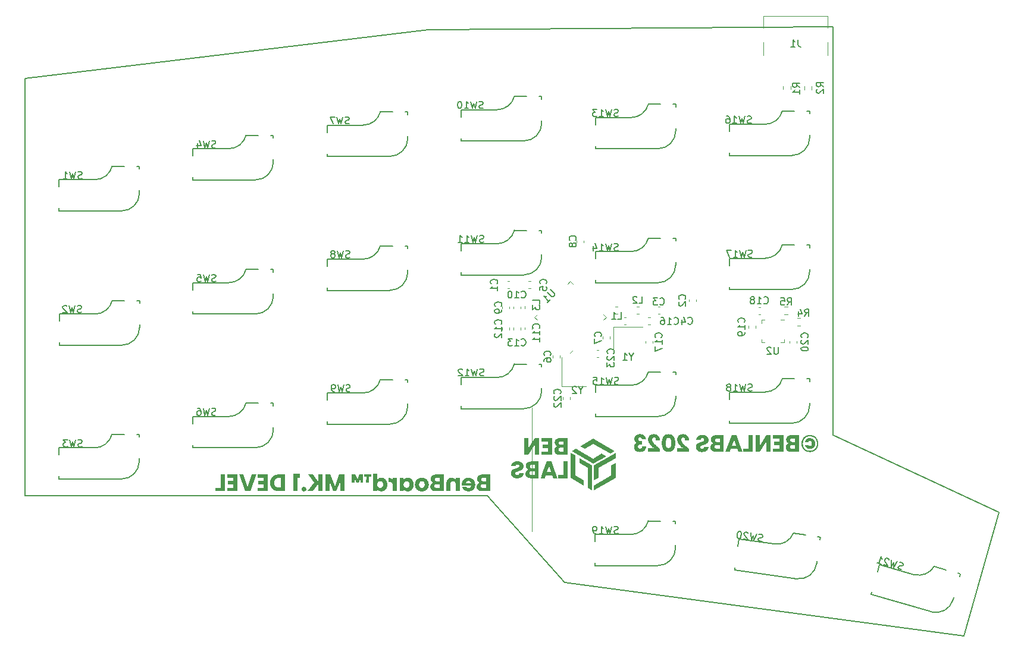
<source format=gbr>
%TF.GenerationSoftware,KiCad,Pcbnew,7.0.6*%
%TF.CreationDate,2023-07-25T14:06:58+01:00*%
%TF.ProjectId,benboard,62656e62-6f61-4726-942e-6b696361645f,rev?*%
%TF.SameCoordinates,Original*%
%TF.FileFunction,Legend,Bot*%
%TF.FilePolarity,Positive*%
%FSLAX46Y46*%
G04 Gerber Fmt 4.6, Leading zero omitted, Abs format (unit mm)*
G04 Created by KiCad (PCBNEW 7.0.6) date 2023-07-25 14:06:58*
%MOMM*%
%LPD*%
G01*
G04 APERTURE LIST*
%ADD10C,0.000000*%
%ADD11C,0.150000*%
%ADD12C,0.100000*%
%ADD13C,0.120000*%
G04 APERTURE END LIST*
D10*
G36*
X143662633Y-105148500D02*
G01*
X144881695Y-104444534D01*
X145498254Y-104800419D01*
X143662633Y-105860271D01*
X140592323Y-104088648D01*
X141210443Y-103732762D01*
X143662633Y-105148500D01*
G37*
D11*
X177800000Y-101800000D02*
X201400000Y-112800000D01*
D10*
G36*
X170734538Y-104177439D02*
G01*
X169278272Y-104177439D01*
X169278272Y-103713466D01*
X170155419Y-103713466D01*
X170155419Y-103191919D01*
X169379872Y-103191919D01*
X169379872Y-102744880D01*
X170155419Y-102744880D01*
X170155419Y-102263973D01*
X169278272Y-102263973D01*
X169278272Y-101800000D01*
X170734538Y-101800000D01*
X170734538Y-104177439D01*
G37*
G36*
X122380838Y-108784499D02*
G01*
X122380838Y-109776792D01*
X121273398Y-109776792D01*
X121227483Y-109776117D01*
X121182863Y-109774093D01*
X121139540Y-109770720D01*
X121097513Y-109765997D01*
X121056782Y-109759925D01*
X121017347Y-109752503D01*
X120979208Y-109743732D01*
X120942365Y-109733612D01*
X120906818Y-109722142D01*
X120872567Y-109709323D01*
X120839612Y-109695155D01*
X120807953Y-109679637D01*
X120777590Y-109662770D01*
X120748524Y-109644553D01*
X120720753Y-109624987D01*
X120694278Y-109604072D01*
X120668855Y-109581582D01*
X120645071Y-109558140D01*
X120622927Y-109533745D01*
X120602422Y-109508398D01*
X120583558Y-109482099D01*
X120566333Y-109454847D01*
X120550749Y-109426642D01*
X120536804Y-109397485D01*
X120524500Y-109367376D01*
X120513837Y-109336314D01*
X120504813Y-109304299D01*
X120497430Y-109271332D01*
X120491688Y-109237413D01*
X120487586Y-109202541D01*
X120485125Y-109166716D01*
X120484304Y-109129939D01*
X120484794Y-109104300D01*
X120486262Y-109079032D01*
X120488708Y-109054135D01*
X120489000Y-109052045D01*
X121070198Y-109052045D01*
X121070516Y-109067484D01*
X121071468Y-109082473D01*
X121073056Y-109097012D01*
X121075278Y-109111101D01*
X121078136Y-109124741D01*
X121081628Y-109137930D01*
X121085756Y-109150670D01*
X121090518Y-109162960D01*
X121095916Y-109174800D01*
X121101948Y-109186190D01*
X121108616Y-109197131D01*
X121115918Y-109207621D01*
X121123856Y-109217662D01*
X121132428Y-109227253D01*
X121141636Y-109236394D01*
X121151478Y-109245085D01*
X121161476Y-109252877D01*
X121172004Y-109260167D01*
X121183061Y-109266954D01*
X121194648Y-109273238D01*
X121206765Y-109279019D01*
X121219411Y-109284297D01*
X121232586Y-109289073D01*
X121246291Y-109293346D01*
X121260526Y-109297116D01*
X121275291Y-109300383D01*
X121290585Y-109303148D01*
X121306408Y-109305410D01*
X121322761Y-109307170D01*
X121339644Y-109308426D01*
X121357056Y-109309180D01*
X121374998Y-109309432D01*
X121801718Y-109309432D01*
X121801718Y-108784499D01*
X121381771Y-108784499D01*
X121363816Y-108784776D01*
X121346365Y-108785610D01*
X121329417Y-108786999D01*
X121312972Y-108788944D01*
X121297030Y-108791444D01*
X121281592Y-108794500D01*
X121266657Y-108798111D01*
X121252224Y-108802279D01*
X121238295Y-108807001D01*
X121224868Y-108812280D01*
X121211945Y-108818114D01*
X121199523Y-108824504D01*
X121187605Y-108831449D01*
X121176189Y-108838950D01*
X121165275Y-108847006D01*
X121154864Y-108855619D01*
X121144609Y-108864720D01*
X121135015Y-108874245D01*
X121126084Y-108884193D01*
X121117815Y-108894565D01*
X121110208Y-108905360D01*
X121103263Y-108916578D01*
X121096980Y-108928220D01*
X121091358Y-108940285D01*
X121086398Y-108952773D01*
X121082100Y-108965684D01*
X121078463Y-108979019D01*
X121075487Y-108992778D01*
X121073173Y-109006960D01*
X121071521Y-109021565D01*
X121070529Y-109036593D01*
X121070198Y-109052045D01*
X120489000Y-109052045D01*
X120492134Y-109029608D01*
X120496538Y-109005451D01*
X120501921Y-108981665D01*
X120508283Y-108958249D01*
X120515625Y-108935204D01*
X120523945Y-108912529D01*
X120533245Y-108890225D01*
X120543524Y-108868291D01*
X120554782Y-108846728D01*
X120567020Y-108825535D01*
X120580237Y-108804712D01*
X120594434Y-108784260D01*
X120609611Y-108764179D01*
X120625595Y-108744322D01*
X120642212Y-108725391D01*
X120659464Y-108707386D01*
X120677350Y-108690307D01*
X120695870Y-108674154D01*
X120715024Y-108658928D01*
X120734814Y-108644627D01*
X120755238Y-108631253D01*
X120776297Y-108618804D01*
X120797991Y-108607281D01*
X120820321Y-108596685D01*
X120843286Y-108587014D01*
X120866887Y-108578270D01*
X120891123Y-108570451D01*
X120915996Y-108563559D01*
X120941504Y-108557592D01*
X120918935Y-108550488D01*
X120896948Y-108542722D01*
X120875542Y-108534295D01*
X120854718Y-108525206D01*
X120834477Y-108515456D01*
X120814817Y-108505044D01*
X120795740Y-108493972D01*
X120777244Y-108482237D01*
X120759331Y-108469842D01*
X120742001Y-108456784D01*
X120725253Y-108443066D01*
X120709087Y-108428686D01*
X120693504Y-108413645D01*
X120678504Y-108397942D01*
X120664086Y-108381578D01*
X120650251Y-108364552D01*
X120636718Y-108346918D01*
X120624058Y-108328728D01*
X120612270Y-108309982D01*
X120601356Y-108290681D01*
X120591315Y-108270824D01*
X120582147Y-108250411D01*
X120573853Y-108229443D01*
X120566431Y-108207919D01*
X120559883Y-108185839D01*
X120554208Y-108163204D01*
X120549405Y-108140013D01*
X120545476Y-108116266D01*
X120545183Y-108113939D01*
X121127771Y-108113939D01*
X121128076Y-108128954D01*
X121128989Y-108143519D01*
X121130511Y-108157634D01*
X121132642Y-108171300D01*
X121135382Y-108184516D01*
X121138730Y-108197282D01*
X121142686Y-108209598D01*
X121147251Y-108221465D01*
X121152425Y-108232881D01*
X121158206Y-108243848D01*
X121164596Y-108254365D01*
X121171594Y-108264433D01*
X121179200Y-108274051D01*
X121187414Y-108283219D01*
X121196236Y-108291937D01*
X121205665Y-108300205D01*
X121215246Y-108307587D01*
X121225355Y-108314493D01*
X121235993Y-108320922D01*
X121247159Y-108326875D01*
X121258854Y-108332352D01*
X121271078Y-108337353D01*
X121283830Y-108341877D01*
X121297111Y-108345925D01*
X121310922Y-108349497D01*
X121325261Y-108352593D01*
X121340130Y-108355212D01*
X121355527Y-108357355D01*
X121371454Y-108359022D01*
X121387910Y-108360213D01*
X121404896Y-108360927D01*
X121422411Y-108361165D01*
X121801718Y-108361165D01*
X121801718Y-107863325D01*
X121422411Y-107863325D01*
X121404896Y-107863577D01*
X121387910Y-107864331D01*
X121371454Y-107865587D01*
X121355527Y-107867347D01*
X121340130Y-107869609D01*
X121325261Y-107872374D01*
X121310922Y-107875641D01*
X121297111Y-107879411D01*
X121283830Y-107883684D01*
X121271078Y-107888460D01*
X121258854Y-107893738D01*
X121247159Y-107899520D01*
X121235993Y-107905803D01*
X121225355Y-107912590D01*
X121215246Y-107919880D01*
X121205665Y-107927672D01*
X121196236Y-107935940D01*
X121187414Y-107944659D01*
X121179200Y-107953827D01*
X121171594Y-107963444D01*
X121164596Y-107973512D01*
X121158206Y-107984029D01*
X121152425Y-107994996D01*
X121147251Y-108006413D01*
X121142686Y-108018279D01*
X121138730Y-108030595D01*
X121135382Y-108043361D01*
X121132642Y-108056577D01*
X121130511Y-108070243D01*
X121128989Y-108084358D01*
X121128076Y-108098924D01*
X121127771Y-108113939D01*
X120545183Y-108113939D01*
X120542420Y-108091964D01*
X120540238Y-108067107D01*
X120538928Y-108041694D01*
X120538491Y-108015725D01*
X120539298Y-107980628D01*
X120541719Y-107946457D01*
X120545753Y-107913213D01*
X120551401Y-107880894D01*
X120558662Y-107849501D01*
X120567538Y-107819034D01*
X120578028Y-107789494D01*
X120590131Y-107760879D01*
X120603849Y-107733191D01*
X120619182Y-107706428D01*
X120636128Y-107680592D01*
X120654689Y-107655681D01*
X120674864Y-107631696D01*
X120696654Y-107608638D01*
X120720059Y-107586505D01*
X120745078Y-107565299D01*
X120771100Y-107545203D01*
X120798366Y-107526404D01*
X120826875Y-107508902D01*
X120856628Y-107492696D01*
X120887625Y-107477787D01*
X120919866Y-107464174D01*
X120953350Y-107451858D01*
X120988078Y-107440838D01*
X121024048Y-107431115D01*
X121061263Y-107422688D01*
X121099720Y-107415557D01*
X121139420Y-107409723D01*
X121180364Y-107405186D01*
X121222550Y-107401945D01*
X121265979Y-107400000D01*
X121310651Y-107399352D01*
X122380838Y-107399352D01*
X122380838Y-107863325D01*
X122380838Y-108784499D01*
G37*
D12*
X134950031Y-115471922D02*
X134950031Y-97914897D01*
D11*
X139600000Y-122800000D02*
X128600000Y-110400000D01*
D10*
G36*
X114359625Y-108864667D02*
G01*
X114358354Y-108900280D01*
X114356237Y-108935363D01*
X114353272Y-108969918D01*
X114349461Y-109003943D01*
X114344803Y-109037439D01*
X114339299Y-109070407D01*
X114332948Y-109102845D01*
X114325750Y-109134753D01*
X114317706Y-109166133D01*
X114308816Y-109196984D01*
X114299080Y-109227305D01*
X114288498Y-109257097D01*
X114277069Y-109286360D01*
X114264795Y-109315094D01*
X114251674Y-109343298D01*
X114237400Y-109370431D01*
X114222517Y-109396797D01*
X114207025Y-109422395D01*
X114190924Y-109447226D01*
X114174214Y-109471290D01*
X114156896Y-109494586D01*
X114138970Y-109517116D01*
X114120435Y-109538878D01*
X114101291Y-109559873D01*
X114081539Y-109580100D01*
X114061180Y-109599560D01*
X114040211Y-109618253D01*
X114018635Y-109636179D01*
X113996451Y-109653337D01*
X113973659Y-109669728D01*
X113950260Y-109685352D01*
X113926384Y-109699705D01*
X113902164Y-109713133D01*
X113877599Y-109725634D01*
X113852690Y-109737209D01*
X113827436Y-109747859D01*
X113801837Y-109757582D01*
X113775895Y-109766380D01*
X113749607Y-109774251D01*
X113722976Y-109781197D01*
X113696001Y-109787216D01*
X113668682Y-109792309D01*
X113641018Y-109796477D01*
X113613011Y-109799718D01*
X113584660Y-109802033D01*
X113555966Y-109803422D01*
X113526928Y-109803885D01*
X113502152Y-109803568D01*
X113477772Y-109802615D01*
X113453788Y-109801028D01*
X113430200Y-109798805D01*
X113407009Y-109795948D01*
X113384214Y-109792455D01*
X113361815Y-109788328D01*
X113339814Y-109783565D01*
X113318209Y-109778168D01*
X113297001Y-109772135D01*
X113276190Y-109765468D01*
X113255777Y-109758165D01*
X113235762Y-109750228D01*
X113216143Y-109741655D01*
X113196923Y-109732448D01*
X113178101Y-109722605D01*
X113159329Y-109712234D01*
X113141112Y-109701439D01*
X113123451Y-109690220D01*
X113106346Y-109678579D01*
X113089796Y-109666514D01*
X113073802Y-109654026D01*
X113058364Y-109641114D01*
X113043481Y-109627779D01*
X113029154Y-109614021D01*
X113015382Y-109599839D01*
X113002166Y-109585234D01*
X112989506Y-109570206D01*
X112977401Y-109554754D01*
X112965852Y-109538879D01*
X112954858Y-109522580D01*
X112944420Y-109505858D01*
X112944420Y-109776792D01*
X112365300Y-109776792D01*
X112365300Y-108831912D01*
X112944420Y-108831912D01*
X112944896Y-108858648D01*
X112946325Y-108884670D01*
X112948707Y-108909978D01*
X112952040Y-108934571D01*
X112956327Y-108958449D01*
X112961565Y-108981613D01*
X112967757Y-109004063D01*
X112974900Y-109025799D01*
X112982997Y-109046820D01*
X112992046Y-109067126D01*
X113002047Y-109086719D01*
X113013001Y-109105596D01*
X113024907Y-109123760D01*
X113037766Y-109141209D01*
X113051577Y-109157945D01*
X113066341Y-109173965D01*
X113081366Y-109189139D01*
X113096816Y-109203335D01*
X113112689Y-109216551D01*
X113128987Y-109228788D01*
X113145708Y-109240046D01*
X113162853Y-109250325D01*
X113180422Y-109259625D01*
X113198415Y-109267946D01*
X113216831Y-109275288D01*
X113235670Y-109281651D01*
X113254933Y-109287035D01*
X113274619Y-109291441D01*
X113294728Y-109294867D01*
X113315261Y-109297314D01*
X113336216Y-109298783D01*
X113357595Y-109299272D01*
X113378986Y-109298783D01*
X113399981Y-109297314D01*
X113420578Y-109294867D01*
X113440779Y-109291441D01*
X113460583Y-109287035D01*
X113479990Y-109281651D01*
X113499001Y-109275288D01*
X113517614Y-109267946D01*
X113535831Y-109259625D01*
X113553650Y-109250325D01*
X113571073Y-109240046D01*
X113588099Y-109228788D01*
X113604728Y-109216551D01*
X113620960Y-109203335D01*
X113636796Y-109189139D01*
X113652234Y-109173965D01*
X113666585Y-109157535D01*
X113680011Y-109140417D01*
X113692511Y-109122610D01*
X113704086Y-109104116D01*
X113714735Y-109084934D01*
X113724458Y-109065064D01*
X113733256Y-109044506D01*
X113741128Y-109023260D01*
X113748074Y-109001326D01*
X113754094Y-108978704D01*
X113759189Y-108955394D01*
X113763357Y-108931396D01*
X113766599Y-108906710D01*
X113768915Y-108881337D01*
X113770304Y-108855275D01*
X113770768Y-108828525D01*
X113770304Y-108801802D01*
X113768915Y-108775820D01*
X113766599Y-108750578D01*
X113763357Y-108726078D01*
X113759189Y-108702318D01*
X113754094Y-108679299D01*
X113748074Y-108657022D01*
X113741128Y-108635485D01*
X113733256Y-108614688D01*
X113724458Y-108594633D01*
X113714735Y-108575319D01*
X113704086Y-108556745D01*
X113692511Y-108538912D01*
X113680011Y-108521820D01*
X113666585Y-108505469D01*
X113652234Y-108489859D01*
X113636796Y-108474684D01*
X113620960Y-108460489D01*
X113604728Y-108447273D01*
X113588099Y-108435036D01*
X113571073Y-108423778D01*
X113553650Y-108413499D01*
X113535831Y-108404199D01*
X113517614Y-108395878D01*
X113499001Y-108388536D01*
X113479990Y-108382173D01*
X113460583Y-108376789D01*
X113440779Y-108372383D01*
X113420578Y-108368957D01*
X113399981Y-108366510D01*
X113378986Y-108365041D01*
X113357595Y-108364552D01*
X113336216Y-108365041D01*
X113315261Y-108366510D01*
X113294728Y-108368957D01*
X113274619Y-108372383D01*
X113254933Y-108376789D01*
X113235670Y-108382173D01*
X113216831Y-108388536D01*
X113198415Y-108395878D01*
X113180422Y-108404199D01*
X113162853Y-108413499D01*
X113145708Y-108423778D01*
X113128987Y-108435036D01*
X113112689Y-108447273D01*
X113096816Y-108460489D01*
X113081366Y-108474684D01*
X113066341Y-108489859D01*
X113051577Y-108505879D01*
X113037766Y-108522614D01*
X113024907Y-108540064D01*
X113013001Y-108558227D01*
X113002047Y-108577105D01*
X112992046Y-108596698D01*
X112982997Y-108617004D01*
X112974900Y-108638025D01*
X112967757Y-108659761D01*
X112961565Y-108682210D01*
X112956327Y-108705374D01*
X112952040Y-108729253D01*
X112948707Y-108753846D01*
X112946325Y-108779154D01*
X112944896Y-108805176D01*
X112944420Y-108831912D01*
X112365300Y-108831912D01*
X112365300Y-107270659D01*
X112944420Y-107270659D01*
X112944420Y-108147805D01*
X112955689Y-108131507D01*
X112967486Y-108115632D01*
X112979814Y-108100180D01*
X112992671Y-108085152D01*
X113006057Y-108070547D01*
X113019973Y-108056365D01*
X113034419Y-108042606D01*
X113049394Y-108029271D01*
X113064899Y-108016360D01*
X113080934Y-108003871D01*
X113097498Y-107991806D01*
X113114591Y-107980165D01*
X113132214Y-107968946D01*
X113150367Y-107958151D01*
X113169049Y-107947780D01*
X113188260Y-107937832D01*
X113207442Y-107928400D01*
X113226889Y-107919576D01*
X113246600Y-107911361D01*
X113266575Y-107903754D01*
X113286814Y-107896756D01*
X113307318Y-107890366D01*
X113328087Y-107884585D01*
X113349121Y-107879413D01*
X113370419Y-107874848D01*
X113391982Y-107870893D01*
X113413810Y-107867546D01*
X113435903Y-107864807D01*
X113458261Y-107862677D01*
X113480885Y-107861156D01*
X113503774Y-107860243D01*
X113526928Y-107859939D01*
X113555966Y-107860402D01*
X113584660Y-107861791D01*
X113613011Y-107864106D01*
X113641018Y-107867347D01*
X113668682Y-107871514D01*
X113696001Y-107876608D01*
X113722976Y-107882627D01*
X113749607Y-107889573D01*
X113775895Y-107897444D01*
X113801837Y-107906241D01*
X113827436Y-107915965D01*
X113852690Y-107926614D01*
X113877599Y-107938190D01*
X113902164Y-107950691D01*
X113926384Y-107964119D01*
X113950260Y-107978472D01*
X113973659Y-107993685D01*
X113996451Y-108009692D01*
X114018635Y-108026493D01*
X114040211Y-108044088D01*
X114061180Y-108062477D01*
X114081539Y-108081659D01*
X114101291Y-108101635D01*
X114120435Y-108122405D01*
X114138970Y-108143969D01*
X114156896Y-108166326D01*
X114174214Y-108189478D01*
X114190924Y-108213422D01*
X114207025Y-108238161D01*
X114222517Y-108263693D01*
X114237400Y-108290019D01*
X114251674Y-108317139D01*
X114264795Y-108344933D01*
X114277069Y-108373283D01*
X114288498Y-108402188D01*
X114299080Y-108431650D01*
X114308816Y-108461667D01*
X114317706Y-108492240D01*
X114325750Y-108523368D01*
X114332948Y-108555052D01*
X114339299Y-108587292D01*
X114344803Y-108620087D01*
X114349461Y-108653438D01*
X114353272Y-108687344D01*
X114356237Y-108721806D01*
X114358354Y-108756824D01*
X114359625Y-108792397D01*
X114360048Y-108828525D01*
X114359625Y-108864667D01*
G37*
G36*
X112064893Y-107721085D02*
G01*
X111783800Y-107721085D01*
X111787186Y-108574525D01*
X111367240Y-108574525D01*
X111370626Y-107721085D01*
X111089534Y-107721085D01*
X111089534Y-107385805D01*
X112064893Y-107385805D01*
X112064893Y-107721085D01*
G37*
G36*
X174518861Y-102220317D02*
G01*
X174545438Y-102221428D01*
X174571672Y-102223280D01*
X174597561Y-102225873D01*
X174623107Y-102229206D01*
X174648309Y-102233281D01*
X174673166Y-102238096D01*
X174697680Y-102243652D01*
X174721849Y-102249949D01*
X174745675Y-102256987D01*
X174769157Y-102264766D01*
X174792294Y-102273286D01*
X174815088Y-102282546D01*
X174837538Y-102292547D01*
X174859644Y-102303290D01*
X174881406Y-102314773D01*
X174902294Y-102326520D01*
X174922627Y-102338903D01*
X174942405Y-102351920D01*
X174961627Y-102365573D01*
X174980293Y-102379860D01*
X174998404Y-102394783D01*
X175015959Y-102410340D01*
X175032959Y-102426533D01*
X175049403Y-102443360D01*
X175065291Y-102460823D01*
X175080624Y-102478920D01*
X175095401Y-102497653D01*
X175109623Y-102517020D01*
X175123288Y-102537023D01*
X175136398Y-102557660D01*
X175148952Y-102578933D01*
X175160436Y-102600748D01*
X175171178Y-102623013D01*
X175181179Y-102645727D01*
X175190440Y-102668891D01*
X175198959Y-102692506D01*
X175206738Y-102716570D01*
X175213776Y-102741083D01*
X175220073Y-102766047D01*
X175225629Y-102791460D01*
X175230445Y-102817323D01*
X175234519Y-102843636D01*
X175237853Y-102870399D01*
X175240445Y-102897611D01*
X175242297Y-102925273D01*
X175243409Y-102953385D01*
X175243779Y-102981946D01*
X175243409Y-103010508D01*
X175242297Y-103038619D01*
X175240445Y-103066282D01*
X175237853Y-103093494D01*
X175234519Y-103120256D01*
X175230445Y-103146569D01*
X175225629Y-103172432D01*
X175220073Y-103197846D01*
X175213776Y-103222809D01*
X175206738Y-103247323D01*
X175198959Y-103271387D01*
X175190440Y-103295001D01*
X175181179Y-103318165D01*
X175171178Y-103340880D01*
X175160436Y-103363145D01*
X175148952Y-103384960D01*
X175136398Y-103406245D01*
X175123288Y-103426922D01*
X175109623Y-103446991D01*
X175095401Y-103466451D01*
X175080624Y-103485302D01*
X175065291Y-103503545D01*
X175049403Y-103521180D01*
X175032959Y-103538205D01*
X175015959Y-103554623D01*
X174998404Y-103570432D01*
X174980293Y-103585632D01*
X174961627Y-103600224D01*
X174942405Y-103614207D01*
X174922627Y-103627582D01*
X174902294Y-103640348D01*
X174881406Y-103652506D01*
X174859644Y-103663579D01*
X174837538Y-103673937D01*
X174815088Y-103683581D01*
X174792294Y-103692511D01*
X174769157Y-103700726D01*
X174745675Y-103708227D01*
X174721849Y-103715014D01*
X174697680Y-103721086D01*
X174673166Y-103726444D01*
X174648309Y-103731087D01*
X174623107Y-103735016D01*
X174597561Y-103738231D01*
X174571672Y-103740731D01*
X174545438Y-103742517D01*
X174518861Y-103743589D01*
X174491939Y-103743946D01*
X174458787Y-103743351D01*
X174426216Y-103741565D01*
X174394228Y-103738588D01*
X174362822Y-103734421D01*
X174331998Y-103729063D01*
X174301756Y-103722515D01*
X174272096Y-103714776D01*
X174243018Y-103705846D01*
X174214523Y-103695726D01*
X174186609Y-103684415D01*
X174159278Y-103671913D01*
X174132529Y-103658221D01*
X174106362Y-103643338D01*
X174080777Y-103627265D01*
X174055773Y-103610001D01*
X174031352Y-103591546D01*
X174007765Y-103572112D01*
X173985262Y-103551911D01*
X173963844Y-103530943D01*
X173943511Y-103509208D01*
X173924263Y-103486705D01*
X173906099Y-103463434D01*
X173889020Y-103439397D01*
X173873026Y-103414592D01*
X173858117Y-103389020D01*
X173844293Y-103362681D01*
X173831553Y-103335574D01*
X173819898Y-103307700D01*
X173809328Y-103279059D01*
X173799842Y-103249651D01*
X173791442Y-103219476D01*
X173784126Y-103188533D01*
X174281966Y-103188533D01*
X174289599Y-103208628D01*
X174293743Y-103218190D01*
X174298105Y-103227427D01*
X174302685Y-103236340D01*
X174307484Y-103244929D01*
X174312502Y-103253194D01*
X174317737Y-103261135D01*
X174323191Y-103268752D01*
X174328863Y-103276045D01*
X174334753Y-103283013D01*
X174340862Y-103289657D01*
X174347189Y-103295978D01*
X174353734Y-103301974D01*
X174360497Y-103307646D01*
X174367479Y-103312994D01*
X174374679Y-103318017D01*
X174382098Y-103322717D01*
X174389734Y-103327092D01*
X174397589Y-103331144D01*
X174405662Y-103334871D01*
X174413954Y-103338274D01*
X174422463Y-103341353D01*
X174431191Y-103344108D01*
X174440138Y-103346539D01*
X174449302Y-103348646D01*
X174458685Y-103350428D01*
X174468286Y-103351887D01*
X174478105Y-103353021D01*
X174488143Y-103353831D01*
X174508873Y-103354480D01*
X174524324Y-103354109D01*
X174539353Y-103352998D01*
X174553958Y-103351146D01*
X174568140Y-103348553D01*
X174581898Y-103345220D01*
X174595233Y-103341145D01*
X174608145Y-103336330D01*
X174620633Y-103330774D01*
X174632698Y-103324477D01*
X174644340Y-103317439D01*
X174655558Y-103309660D01*
X174666353Y-103301140D01*
X174676724Y-103291880D01*
X174686672Y-103281878D01*
X174696197Y-103271136D01*
X174705299Y-103259653D01*
X174713911Y-103247455D01*
X174721968Y-103234570D01*
X174729469Y-103220997D01*
X174736414Y-103206735D01*
X174742804Y-103191786D01*
X174748638Y-103176150D01*
X174753916Y-103159825D01*
X174758639Y-103142812D01*
X174762806Y-103125112D01*
X174766418Y-103106723D01*
X174769474Y-103087647D01*
X174771974Y-103067883D01*
X174773919Y-103047431D01*
X174775308Y-103026290D01*
X174776141Y-103004462D01*
X174776419Y-102981946D01*
X174776141Y-102959430D01*
X174775308Y-102937602D01*
X174773919Y-102916462D01*
X174771974Y-102896010D01*
X174769474Y-102876246D01*
X174766418Y-102857169D01*
X174762806Y-102838781D01*
X174758639Y-102821080D01*
X174753916Y-102804068D01*
X174748638Y-102787743D01*
X174742804Y-102772106D01*
X174736414Y-102757157D01*
X174729469Y-102742896D01*
X174721968Y-102729323D01*
X174713911Y-102716437D01*
X174705299Y-102704240D01*
X174696197Y-102692756D01*
X174686672Y-102682014D01*
X174676724Y-102672013D01*
X174666353Y-102662752D01*
X174655558Y-102654233D01*
X174644340Y-102646454D01*
X174632698Y-102639416D01*
X174620633Y-102633119D01*
X174608145Y-102627563D01*
X174595233Y-102622747D01*
X174581898Y-102618673D01*
X174568140Y-102615339D01*
X174553958Y-102612746D01*
X174539353Y-102610894D01*
X174524324Y-102609783D01*
X174508873Y-102609413D01*
X174498395Y-102609585D01*
X174488129Y-102610101D01*
X174478074Y-102610961D01*
X174468232Y-102612164D01*
X174458601Y-102613712D01*
X174449181Y-102615604D01*
X174439974Y-102617839D01*
X174430978Y-102620419D01*
X174422194Y-102623343D01*
X174413621Y-102626610D01*
X174405261Y-102630222D01*
X174397112Y-102634177D01*
X174389174Y-102638477D01*
X174381449Y-102643120D01*
X174373935Y-102648108D01*
X174366633Y-102653440D01*
X174359158Y-102659076D01*
X174351975Y-102664976D01*
X174345082Y-102671141D01*
X174338481Y-102677571D01*
X174332171Y-102684265D01*
X174326152Y-102691223D01*
X174320424Y-102698447D01*
X174314986Y-102705934D01*
X174309840Y-102713686D01*
X174304985Y-102721703D01*
X174300421Y-102729985D01*
X174296148Y-102738531D01*
X174292166Y-102747341D01*
X174288475Y-102756416D01*
X174285075Y-102765756D01*
X174281966Y-102775360D01*
X173784126Y-102775360D01*
X173791442Y-102743609D01*
X173799842Y-102712706D01*
X173809328Y-102682649D01*
X173819898Y-102653439D01*
X173831553Y-102625075D01*
X173844293Y-102597558D01*
X173858117Y-102570888D01*
X173873026Y-102545065D01*
X173889020Y-102520088D01*
X173906099Y-102495958D01*
X173924263Y-102472675D01*
X173943511Y-102450239D01*
X173963844Y-102428649D01*
X173985262Y-102407906D01*
X174007765Y-102388009D01*
X174031352Y-102368960D01*
X174055376Y-102350915D01*
X174080035Y-102334035D01*
X174105329Y-102318319D01*
X174131259Y-102303767D01*
X174157823Y-102290379D01*
X174185022Y-102278155D01*
X174212856Y-102267096D01*
X174241326Y-102257200D01*
X174270430Y-102248469D01*
X174300169Y-102240902D01*
X174330544Y-102234499D01*
X174361553Y-102229260D01*
X174393197Y-102225185D01*
X174425476Y-102222275D01*
X174458390Y-102220528D01*
X174491939Y-102219946D01*
X174518861Y-102220317D01*
G37*
G36*
X110114174Y-108066525D02*
G01*
X110354627Y-107385805D01*
X110916814Y-107385805D01*
X110916814Y-108574525D01*
X110547666Y-108574525D01*
X110547666Y-107859939D01*
X110269960Y-108574525D01*
X109988866Y-108574525D01*
X109711161Y-107893805D01*
X109701000Y-108574525D01*
X109318306Y-108574525D01*
X109318306Y-107385805D01*
X109836466Y-107385805D01*
X110114174Y-108066525D01*
G37*
G36*
X91222869Y-109776792D02*
G01*
X89885137Y-109776792D01*
X89885137Y-109329752D01*
X90643752Y-109329752D01*
X90643752Y-107399352D01*
X91222869Y-107399352D01*
X91222869Y-109776792D01*
G37*
G36*
X166355684Y-104177439D02*
G01*
X165017952Y-104177439D01*
X165017952Y-103730399D01*
X165776565Y-103730399D01*
X165776565Y-101800000D01*
X166355684Y-101800000D01*
X166355684Y-104177439D01*
G37*
G36*
X101931353Y-107843005D02*
G01*
X101596074Y-107843005D01*
X101596074Y-109776792D01*
X100993245Y-109776792D01*
X100993245Y-107304525D01*
X101931353Y-107304525D01*
X101931353Y-107843005D01*
G37*
D11*
X62800000Y-110400000D02*
X62800000Y-51000000D01*
D10*
G36*
X97361202Y-109776792D02*
G01*
X95904940Y-109776792D01*
X95904940Y-109312818D01*
X96782085Y-109312818D01*
X96782085Y-108791272D01*
X96006539Y-108791272D01*
X96006539Y-108344232D01*
X96782085Y-108344232D01*
X96782085Y-107863325D01*
X95904940Y-107863325D01*
X95904940Y-107399352D01*
X97361202Y-107399352D01*
X97361202Y-109776792D01*
G37*
G36*
X140030136Y-107924630D02*
G01*
X138692404Y-107924630D01*
X138692404Y-107477590D01*
X139451016Y-107477590D01*
X139451016Y-105547190D01*
X140030136Y-105547190D01*
X140030136Y-107924630D01*
G37*
G36*
X175686850Y-103025682D02*
G01*
X175685104Y-103068835D01*
X175682193Y-103111406D01*
X175678119Y-103153395D01*
X175672880Y-103194802D01*
X175666477Y-103235627D01*
X175658910Y-103275871D01*
X175650178Y-103315532D01*
X175640283Y-103354610D01*
X175629223Y-103393107D01*
X175617000Y-103431022D01*
X175603612Y-103468355D01*
X175589060Y-103505106D01*
X175573344Y-103541275D01*
X175556463Y-103576861D01*
X175538419Y-103611866D01*
X175518906Y-103646103D01*
X175498467Y-103679388D01*
X175477102Y-103711720D01*
X175454810Y-103743100D01*
X175431593Y-103773527D01*
X175407450Y-103803001D01*
X175382380Y-103831523D01*
X175356385Y-103859093D01*
X175329464Y-103885710D01*
X175301616Y-103911374D01*
X175272843Y-103936086D01*
X175243143Y-103959846D01*
X175212518Y-103982653D01*
X175180967Y-104004507D01*
X175148489Y-104025410D01*
X175115086Y-104045359D01*
X175080915Y-104064224D01*
X175046136Y-104081872D01*
X175010748Y-104098303D01*
X174974752Y-104113517D01*
X174938147Y-104127513D01*
X174900933Y-104140293D01*
X174863111Y-104151855D01*
X174824680Y-104162200D01*
X174785641Y-104171328D01*
X174745993Y-104179239D01*
X174705737Y-104185933D01*
X174664872Y-104191409D01*
X174623398Y-104195669D01*
X174581316Y-104198712D01*
X174538625Y-104200537D01*
X174495326Y-104201146D01*
X174452026Y-104200537D01*
X174409336Y-104198712D01*
X174367253Y-104195669D01*
X174325780Y-104191409D01*
X174284915Y-104185933D01*
X174244658Y-104179239D01*
X174205010Y-104171328D01*
X174165971Y-104162200D01*
X174127540Y-104151855D01*
X174089718Y-104140293D01*
X174052505Y-104127513D01*
X174015900Y-104113517D01*
X173979903Y-104098303D01*
X173944516Y-104081872D01*
X173909736Y-104064224D01*
X173875566Y-104045359D01*
X173842176Y-104025410D01*
X173809738Y-104004507D01*
X173778252Y-103982653D01*
X173747720Y-103959846D01*
X173718139Y-103936086D01*
X173689511Y-103911374D01*
X173661835Y-103885710D01*
X173635112Y-103859093D01*
X173609342Y-103831523D01*
X173584524Y-103803001D01*
X173560658Y-103773527D01*
X173537745Y-103743100D01*
X173515785Y-103711720D01*
X173494777Y-103679388D01*
X173474722Y-103646103D01*
X173455619Y-103611866D01*
X173437164Y-103576861D01*
X173419900Y-103541275D01*
X173403827Y-103505106D01*
X173388944Y-103468355D01*
X173375252Y-103431022D01*
X173362750Y-103393107D01*
X173351439Y-103354610D01*
X173341319Y-103315532D01*
X173332389Y-103275871D01*
X173324650Y-103235627D01*
X173318102Y-103194802D01*
X173312744Y-103153395D01*
X173308577Y-103111406D01*
X173305600Y-103068835D01*
X173303815Y-103025682D01*
X173303219Y-102981946D01*
X173506419Y-102981946D01*
X173506895Y-103020179D01*
X173508324Y-103057829D01*
X173510705Y-103094897D01*
X173514039Y-103131384D01*
X173518325Y-103167288D01*
X173523564Y-103202609D01*
X173529755Y-103237349D01*
X173536899Y-103271507D01*
X173544995Y-103305082D01*
X173554044Y-103338076D01*
X173564045Y-103370487D01*
X173574999Y-103402316D01*
X173586905Y-103433564D01*
X173599764Y-103464229D01*
X173613575Y-103494312D01*
X173628339Y-103523813D01*
X173643565Y-103552613D01*
X173659612Y-103580592D01*
X173676479Y-103607752D01*
X173694167Y-103634091D01*
X173712674Y-103659610D01*
X173732002Y-103684309D01*
X173752150Y-103708188D01*
X173773119Y-103731247D01*
X173794907Y-103753485D01*
X173817516Y-103774903D01*
X173840945Y-103795501D01*
X173865194Y-103815279D01*
X173890263Y-103834236D01*
X173916153Y-103852373D01*
X173942863Y-103869690D01*
X173970392Y-103886186D01*
X173998637Y-103901360D01*
X174027490Y-103915555D01*
X174056951Y-103928771D01*
X174087021Y-103941009D01*
X174117700Y-103952267D01*
X174148987Y-103962546D01*
X174180882Y-103971846D01*
X174213386Y-103980167D01*
X174246499Y-103987509D01*
X174280220Y-103993872D01*
X174314550Y-103999256D01*
X174349488Y-104003661D01*
X174385035Y-104007088D01*
X174421190Y-104009535D01*
X174457954Y-104011003D01*
X174495326Y-104011493D01*
X174532698Y-104011003D01*
X174569462Y-104009535D01*
X174605617Y-104007088D01*
X174641163Y-104003661D01*
X174676102Y-103999256D01*
X174710431Y-103993872D01*
X174744152Y-103987509D01*
X174777265Y-103980167D01*
X174809769Y-103971846D01*
X174841665Y-103962546D01*
X174872952Y-103952267D01*
X174903630Y-103941009D01*
X174933700Y-103928771D01*
X174963162Y-103915555D01*
X174992015Y-103901360D01*
X175020259Y-103886186D01*
X175047802Y-103869690D01*
X175074552Y-103852373D01*
X175100507Y-103834236D01*
X175125669Y-103815279D01*
X175150037Y-103795501D01*
X175173612Y-103774903D01*
X175196392Y-103753485D01*
X175218379Y-103731247D01*
X175239572Y-103708188D01*
X175259972Y-103684309D01*
X175279577Y-103659610D01*
X175298389Y-103634091D01*
X175316407Y-103607752D01*
X175333632Y-103580592D01*
X175350062Y-103552613D01*
X175365699Y-103523813D01*
X175380052Y-103494312D01*
X175393480Y-103464229D01*
X175405981Y-103433564D01*
X175417557Y-103402316D01*
X175428206Y-103370487D01*
X175437930Y-103338076D01*
X175446727Y-103305082D01*
X175454598Y-103271507D01*
X175461544Y-103237349D01*
X175467563Y-103202609D01*
X175472656Y-103167288D01*
X175476824Y-103131384D01*
X175480065Y-103094897D01*
X175482380Y-103057829D01*
X175483769Y-103020179D01*
X175484232Y-102981946D01*
X175483769Y-102943317D01*
X175482380Y-102905323D01*
X175480065Y-102867964D01*
X175476824Y-102831240D01*
X175472656Y-102795151D01*
X175467563Y-102759697D01*
X175461544Y-102724877D01*
X175454598Y-102690693D01*
X175446727Y-102657144D01*
X175437930Y-102624229D01*
X175428206Y-102591950D01*
X175417557Y-102560306D01*
X175405981Y-102529297D01*
X175393480Y-102498922D01*
X175380052Y-102469183D01*
X175365699Y-102440080D01*
X175350062Y-102411293D01*
X175333632Y-102383353D01*
X175316407Y-102356260D01*
X175298389Y-102330013D01*
X175279577Y-102304613D01*
X175259972Y-102280060D01*
X175239572Y-102256354D01*
X175218379Y-102233494D01*
X175196392Y-102211480D01*
X175173612Y-102190314D01*
X175150037Y-102169994D01*
X175125669Y-102150520D01*
X175100507Y-102131894D01*
X175074552Y-102114113D01*
X175047802Y-102097180D01*
X175020259Y-102081093D01*
X174992015Y-102065919D01*
X174963162Y-102051724D01*
X174933700Y-102038508D01*
X174903630Y-102026271D01*
X174872952Y-102015012D01*
X174841665Y-102004733D01*
X174809769Y-101995433D01*
X174777265Y-101987112D01*
X174744152Y-101979770D01*
X174710431Y-101973407D01*
X174676102Y-101968023D01*
X174641163Y-101963618D01*
X174605617Y-101960191D01*
X174569462Y-101957744D01*
X174532698Y-101956276D01*
X174495326Y-101955786D01*
X174457954Y-101956276D01*
X174421190Y-101957744D01*
X174385035Y-101960191D01*
X174349488Y-101963618D01*
X174314550Y-101968023D01*
X174280220Y-101973407D01*
X174246499Y-101979770D01*
X174213386Y-101987112D01*
X174180882Y-101995433D01*
X174148987Y-102004733D01*
X174117700Y-102015012D01*
X174087021Y-102026271D01*
X174056951Y-102038508D01*
X174027490Y-102051724D01*
X173998637Y-102065919D01*
X173970392Y-102081093D01*
X173942863Y-102097180D01*
X173916153Y-102114113D01*
X173890263Y-102131894D01*
X173865194Y-102150520D01*
X173840945Y-102169994D01*
X173817516Y-102190314D01*
X173794907Y-102211480D01*
X173773119Y-102233494D01*
X173752150Y-102256354D01*
X173732002Y-102280060D01*
X173712674Y-102304613D01*
X173694167Y-102330013D01*
X173676479Y-102356260D01*
X173659612Y-102383353D01*
X173643565Y-102411293D01*
X173628339Y-102440080D01*
X173613575Y-102469183D01*
X173599764Y-102498922D01*
X173586905Y-102529297D01*
X173574999Y-102560306D01*
X173564045Y-102591950D01*
X173554044Y-102624229D01*
X173544995Y-102657144D01*
X173536899Y-102690693D01*
X173529755Y-102724877D01*
X173523564Y-102759697D01*
X173518325Y-102795151D01*
X173514039Y-102831240D01*
X173510705Y-102867964D01*
X173508324Y-102905323D01*
X173506895Y-102943317D01*
X173506419Y-102981946D01*
X173303219Y-102981946D01*
X173303815Y-102938211D01*
X173305600Y-102895058D01*
X173308577Y-102852486D01*
X173312744Y-102810497D01*
X173318102Y-102769090D01*
X173324650Y-102728265D01*
X173332389Y-102688022D01*
X173341319Y-102648361D01*
X173351439Y-102609282D01*
X173362750Y-102570785D01*
X173375252Y-102532870D01*
X173388944Y-102495537D01*
X173403827Y-102458786D01*
X173419900Y-102422618D01*
X173437164Y-102387031D01*
X173455619Y-102352026D01*
X173474722Y-102317802D01*
X173494777Y-102284557D01*
X173515785Y-102252291D01*
X173537745Y-102221004D01*
X173560658Y-102190696D01*
X173584524Y-102161367D01*
X173609342Y-102133017D01*
X173635112Y-102105646D01*
X173661835Y-102079253D01*
X173689511Y-102053840D01*
X173718139Y-102029406D01*
X173747720Y-102005951D01*
X173778252Y-101983475D01*
X173809738Y-101961977D01*
X173842176Y-101941459D01*
X173875566Y-101921920D01*
X173909736Y-101903054D01*
X173944516Y-101885407D01*
X173979903Y-101868976D01*
X174015900Y-101853762D01*
X174052505Y-101839766D01*
X174089718Y-101826986D01*
X174127540Y-101815424D01*
X174165971Y-101805079D01*
X174205010Y-101795951D01*
X174244658Y-101788040D01*
X174284915Y-101781346D01*
X174325780Y-101775869D01*
X174367253Y-101771610D01*
X174409336Y-101768567D01*
X174452026Y-101766741D01*
X174495326Y-101766133D01*
X174538625Y-101766741D01*
X174581316Y-101768567D01*
X174623398Y-101771610D01*
X174664872Y-101775869D01*
X174705737Y-101781346D01*
X174745993Y-101788040D01*
X174785641Y-101795951D01*
X174824680Y-101805079D01*
X174863111Y-101815424D01*
X174900933Y-101826986D01*
X174938147Y-101839766D01*
X174974752Y-101853762D01*
X175010748Y-101868976D01*
X175046136Y-101885407D01*
X175080915Y-101903054D01*
X175115086Y-101921920D01*
X175148489Y-101941459D01*
X175180967Y-101961977D01*
X175212518Y-101983475D01*
X175243143Y-102005951D01*
X175272843Y-102029406D01*
X175301616Y-102053840D01*
X175329464Y-102079253D01*
X175356385Y-102105646D01*
X175382380Y-102133017D01*
X175407450Y-102161367D01*
X175431593Y-102190696D01*
X175454810Y-102221004D01*
X175477102Y-102252291D01*
X175498467Y-102284557D01*
X175518906Y-102317802D01*
X175538419Y-102352026D01*
X175556463Y-102387031D01*
X175573344Y-102422618D01*
X175589060Y-102458786D01*
X175603612Y-102495537D01*
X175617000Y-102532870D01*
X175629223Y-102570785D01*
X175640283Y-102609282D01*
X175650178Y-102648361D01*
X175658910Y-102688022D01*
X175666477Y-102728265D01*
X175672880Y-102769090D01*
X175678119Y-102810497D01*
X175682193Y-102852486D01*
X175685104Y-102895058D01*
X175686850Y-102938211D01*
X175687432Y-102981946D01*
X175686850Y-103025682D01*
G37*
G36*
X141087147Y-104691141D02*
G01*
X141087147Y-107522622D01*
X142306188Y-108228159D01*
X142306188Y-108939942D01*
X140469028Y-107878486D01*
X140469028Y-104335255D01*
X141087147Y-104691141D01*
G37*
G36*
X164897513Y-104177439D02*
G01*
X164291299Y-104177439D01*
X164149060Y-103757493D01*
X163261754Y-103757493D01*
X163119513Y-104177439D01*
X162506527Y-104177439D01*
X162820222Y-103310453D01*
X163410766Y-103310453D01*
X163996660Y-103310453D01*
X163705407Y-102440080D01*
X163410766Y-103310453D01*
X162820222Y-103310453D01*
X163366739Y-101800000D01*
X164037300Y-101800000D01*
X164583817Y-103310453D01*
X164897513Y-104177439D01*
G37*
G36*
X146854693Y-107878539D02*
G01*
X143785961Y-109651724D01*
X143785961Y-108939942D01*
X146238134Y-107522675D01*
X146238134Y-106114716D01*
X146854693Y-105758830D01*
X146854693Y-107878539D01*
G37*
G36*
X146731381Y-104088648D02*
G01*
X146116389Y-104444534D01*
X143662649Y-103028796D01*
X142443581Y-103732762D01*
X141825440Y-103376876D01*
X143662649Y-102315463D01*
X146731381Y-104088648D01*
G37*
D11*
X128600000Y-110400000D02*
X62800000Y-110400000D01*
D10*
G36*
X102516503Y-109174323D02*
G01*
X102534919Y-109175394D01*
X102552912Y-109177180D01*
X102570481Y-109179680D01*
X102587627Y-109182895D01*
X102604350Y-109186824D01*
X102620650Y-109191467D01*
X102636526Y-109196825D01*
X102651978Y-109202897D01*
X102667007Y-109209684D01*
X102681612Y-109217185D01*
X102695794Y-109225400D01*
X102709551Y-109234330D01*
X102722885Y-109243974D01*
X102735795Y-109254332D01*
X102748281Y-109265405D01*
X102759766Y-109277007D01*
X102770510Y-109288953D01*
X102780512Y-109301243D01*
X102789773Y-109313877D01*
X102798293Y-109326854D01*
X102806071Y-109340176D01*
X102813109Y-109353842D01*
X102819405Y-109367851D01*
X102824960Y-109382205D01*
X102829775Y-109396902D01*
X102833848Y-109411944D01*
X102837181Y-109427329D01*
X102839773Y-109443059D01*
X102841624Y-109459133D01*
X102842735Y-109475550D01*
X102843105Y-109492312D01*
X102842735Y-109508663D01*
X102841624Y-109524697D01*
X102839773Y-109540413D01*
X102837181Y-109555812D01*
X102833848Y-109570893D01*
X102829775Y-109585657D01*
X102824960Y-109600103D01*
X102819405Y-109614232D01*
X102813109Y-109628043D01*
X102806071Y-109641537D01*
X102798293Y-109654713D01*
X102789773Y-109667572D01*
X102780512Y-109680113D01*
X102770510Y-109692337D01*
X102759766Y-109704243D01*
X102748281Y-109715832D01*
X102735795Y-109726494D01*
X102722885Y-109736469D01*
X102709551Y-109745756D01*
X102695794Y-109754354D01*
X102681612Y-109762265D01*
X102667007Y-109769489D01*
X102651978Y-109776024D01*
X102636526Y-109781871D01*
X102620650Y-109787031D01*
X102604350Y-109791502D01*
X102587627Y-109795286D01*
X102570481Y-109798382D01*
X102552912Y-109800789D01*
X102534919Y-109802509D01*
X102516503Y-109803541D01*
X102497664Y-109803885D01*
X102479253Y-109803541D01*
X102461264Y-109802509D01*
X102443698Y-109800789D01*
X102426555Y-109798382D01*
X102409835Y-109795286D01*
X102393538Y-109791502D01*
X102377664Y-109787031D01*
X102362212Y-109781871D01*
X102347184Y-109776024D01*
X102332578Y-109769489D01*
X102318396Y-109762265D01*
X102304636Y-109754354D01*
X102291299Y-109745756D01*
X102278385Y-109736469D01*
X102265894Y-109726494D01*
X102253826Y-109715832D01*
X102241936Y-109704243D01*
X102230812Y-109692337D01*
X102220455Y-109680113D01*
X102210865Y-109667572D01*
X102202041Y-109654713D01*
X102193985Y-109641537D01*
X102186695Y-109628043D01*
X102180172Y-109614232D01*
X102174416Y-109600103D01*
X102169428Y-109585657D01*
X102165206Y-109570893D01*
X102161752Y-109555812D01*
X102159066Y-109540413D01*
X102157146Y-109524697D01*
X102155995Y-109508663D01*
X102155611Y-109492312D01*
X102155995Y-109475550D01*
X102157146Y-109459133D01*
X102159066Y-109443059D01*
X102161752Y-109427329D01*
X102165206Y-109411944D01*
X102169428Y-109396902D01*
X102174416Y-109382205D01*
X102180172Y-109367851D01*
X102186695Y-109353842D01*
X102193985Y-109340176D01*
X102202041Y-109326854D01*
X102210865Y-109313877D01*
X102220455Y-109301243D01*
X102230812Y-109288953D01*
X102241936Y-109277007D01*
X102253826Y-109265405D01*
X102265894Y-109254332D01*
X102278385Y-109243974D01*
X102291299Y-109234330D01*
X102304636Y-109225400D01*
X102318396Y-109217185D01*
X102332578Y-109209684D01*
X102347184Y-109202897D01*
X102362212Y-109196825D01*
X102377664Y-109191467D01*
X102393538Y-109186824D01*
X102409835Y-109182895D01*
X102426555Y-109179680D01*
X102443698Y-109177180D01*
X102461264Y-109175394D01*
X102479253Y-109174323D01*
X102497664Y-109173965D01*
X102516503Y-109174323D01*
G37*
G36*
X104550885Y-108442445D02*
G01*
X104550885Y-107399352D01*
X105130007Y-107399352D01*
X105130007Y-109776792D01*
X104550885Y-109776792D01*
X104550885Y-108726925D01*
X103751633Y-109776792D01*
X103043819Y-109776792D01*
X103998859Y-108564365D01*
X103077684Y-107399352D01*
X103758405Y-107399352D01*
X104550885Y-108442445D01*
G37*
D11*
X177800000Y-43600000D02*
X177800000Y-101800000D01*
D10*
G36*
X134417796Y-103686640D02*
G01*
X135386382Y-102213440D01*
X135965502Y-102213440D01*
X135965502Y-104590880D01*
X135386382Y-104590880D01*
X135386382Y-103124453D01*
X134417796Y-104590880D01*
X133838676Y-104590880D01*
X133838676Y-102213440D01*
X134417796Y-102213440D01*
X134417796Y-103686640D01*
G37*
G36*
X93055111Y-109776792D02*
G01*
X91598845Y-109776792D01*
X91598845Y-109312818D01*
X92475991Y-109312818D01*
X92475991Y-108791272D01*
X91700444Y-108791272D01*
X91700444Y-108344232D01*
X92475991Y-108344232D01*
X92475991Y-107863325D01*
X91598845Y-107863325D01*
X91598845Y-107399352D01*
X93055111Y-107399352D01*
X93055111Y-109776792D01*
G37*
G36*
X128982192Y-108784499D02*
G01*
X128982192Y-109776792D01*
X127874752Y-109776792D01*
X127828834Y-109776117D01*
X127784212Y-109774093D01*
X127740887Y-109770720D01*
X127698858Y-109765997D01*
X127658125Y-109759925D01*
X127618689Y-109752503D01*
X127580550Y-109743732D01*
X127543706Y-109733612D01*
X127508160Y-109722142D01*
X127473909Y-109709323D01*
X127440955Y-109695155D01*
X127409298Y-109679637D01*
X127378937Y-109662770D01*
X127349872Y-109644553D01*
X127322104Y-109624987D01*
X127295632Y-109604072D01*
X127270206Y-109581582D01*
X127246420Y-109558140D01*
X127224274Y-109533745D01*
X127203769Y-109508398D01*
X127184905Y-109482099D01*
X127167680Y-109454847D01*
X127152096Y-109426642D01*
X127138153Y-109397485D01*
X127125849Y-109367376D01*
X127115186Y-109336314D01*
X127106164Y-109304299D01*
X127098782Y-109271332D01*
X127093040Y-109237413D01*
X127088939Y-109202541D01*
X127086479Y-109166716D01*
X127085658Y-109129939D01*
X127086148Y-109104300D01*
X127087616Y-109079032D01*
X127090064Y-109054135D01*
X127090356Y-109052045D01*
X127671552Y-109052045D01*
X127671869Y-109067484D01*
X127672822Y-109082473D01*
X127674409Y-109097012D01*
X127676632Y-109111101D01*
X127679489Y-109124741D01*
X127682982Y-109137930D01*
X127687109Y-109150670D01*
X127691872Y-109162960D01*
X127697269Y-109174800D01*
X127703302Y-109186190D01*
X127709969Y-109197131D01*
X127717272Y-109207621D01*
X127725209Y-109217662D01*
X127733782Y-109227253D01*
X127742989Y-109236394D01*
X127752832Y-109245085D01*
X127762833Y-109252877D01*
X127773363Y-109260167D01*
X127784422Y-109266954D01*
X127796011Y-109273238D01*
X127808128Y-109279019D01*
X127820775Y-109284297D01*
X127833952Y-109289073D01*
X127847657Y-109293346D01*
X127861892Y-109297116D01*
X127876656Y-109300383D01*
X127891949Y-109303148D01*
X127907771Y-109305410D01*
X127924122Y-109307170D01*
X127941003Y-109308426D01*
X127958413Y-109309180D01*
X127976352Y-109309432D01*
X128403072Y-109309432D01*
X128403072Y-108784499D01*
X127983125Y-108784499D01*
X127965173Y-108784776D01*
X127947723Y-108785610D01*
X127930777Y-108786999D01*
X127914333Y-108788944D01*
X127898391Y-108791444D01*
X127882953Y-108794500D01*
X127868017Y-108798111D01*
X127853584Y-108802279D01*
X127839654Y-108807001D01*
X127826227Y-108812280D01*
X127813302Y-108818114D01*
X127800880Y-108824504D01*
X127788960Y-108831449D01*
X127777544Y-108838950D01*
X127766630Y-108847006D01*
X127756218Y-108855619D01*
X127745966Y-108864720D01*
X127736374Y-108874245D01*
X127727444Y-108884193D01*
X127719176Y-108894565D01*
X127711569Y-108905360D01*
X127704624Y-108916578D01*
X127698340Y-108928220D01*
X127692718Y-108940285D01*
X127687757Y-108952773D01*
X127683458Y-108965684D01*
X127679820Y-108979019D01*
X127676843Y-108992778D01*
X127674528Y-109006960D01*
X127672875Y-109021565D01*
X127671882Y-109036593D01*
X127671552Y-109052045D01*
X127090356Y-109052045D01*
X127093490Y-109029608D01*
X127097895Y-109005451D01*
X127103279Y-108981665D01*
X127109642Y-108958249D01*
X127116984Y-108935204D01*
X127125306Y-108912529D01*
X127134606Y-108890225D01*
X127144885Y-108868291D01*
X127156143Y-108846728D01*
X127168380Y-108825535D01*
X127181596Y-108804712D01*
X127195791Y-108784260D01*
X127210965Y-108764179D01*
X127226946Y-108744322D01*
X127243562Y-108725391D01*
X127260813Y-108707386D01*
X127278699Y-108690307D01*
X127297220Y-108674154D01*
X127316375Y-108658928D01*
X127336166Y-108644627D01*
X127356592Y-108631253D01*
X127377652Y-108618804D01*
X127399348Y-108607281D01*
X127421679Y-108596685D01*
X127444645Y-108587014D01*
X127468246Y-108578270D01*
X127492481Y-108570451D01*
X127517352Y-108563559D01*
X127542859Y-108557592D01*
X127520290Y-108550488D01*
X127498303Y-108542722D01*
X127476898Y-108534295D01*
X127456075Y-108525206D01*
X127435834Y-108515456D01*
X127416175Y-108505044D01*
X127397099Y-108493972D01*
X127378604Y-108482237D01*
X127360692Y-108469842D01*
X127343362Y-108456784D01*
X127326614Y-108443066D01*
X127310448Y-108428686D01*
X127294864Y-108413645D01*
X127279862Y-108397942D01*
X127265442Y-108381578D01*
X127251605Y-108364552D01*
X127238072Y-108346918D01*
X127225411Y-108328728D01*
X127213624Y-108309982D01*
X127202710Y-108290681D01*
X127192669Y-108270824D01*
X127183501Y-108250411D01*
X127175207Y-108229443D01*
X127167785Y-108207919D01*
X127161237Y-108185839D01*
X127155561Y-108163204D01*
X127150759Y-108140013D01*
X127146830Y-108116266D01*
X127146537Y-108113939D01*
X127729125Y-108113939D01*
X127729429Y-108128954D01*
X127730342Y-108143519D01*
X127731864Y-108157634D01*
X127733994Y-108171300D01*
X127736732Y-108184516D01*
X127740079Y-108197282D01*
X127744035Y-108209598D01*
X127748599Y-108221465D01*
X127753772Y-108232881D01*
X127759553Y-108243848D01*
X127765943Y-108254365D01*
X127772941Y-108264433D01*
X127780547Y-108274051D01*
X127788763Y-108283219D01*
X127797586Y-108291937D01*
X127807018Y-108300205D01*
X127816597Y-108307587D01*
X127826704Y-108314493D01*
X127837340Y-108320922D01*
X127848506Y-108326875D01*
X127860200Y-108332352D01*
X127872424Y-108337353D01*
X127885177Y-108341877D01*
X127898459Y-108345925D01*
X127912270Y-108349497D01*
X127926611Y-108352593D01*
X127941480Y-108355212D01*
X127956879Y-108357355D01*
X127972806Y-108359022D01*
X127989263Y-108360213D01*
X128006250Y-108360927D01*
X128023765Y-108361165D01*
X128403072Y-108361165D01*
X128403072Y-107863325D01*
X128023765Y-107863325D01*
X128006250Y-107863577D01*
X127989263Y-107864331D01*
X127972806Y-107865587D01*
X127956879Y-107867347D01*
X127941480Y-107869609D01*
X127926611Y-107872374D01*
X127912270Y-107875641D01*
X127898459Y-107879411D01*
X127885177Y-107883684D01*
X127872424Y-107888460D01*
X127860200Y-107893738D01*
X127848506Y-107899520D01*
X127837340Y-107905803D01*
X127826704Y-107912590D01*
X127816597Y-107919880D01*
X127807018Y-107927672D01*
X127797586Y-107935940D01*
X127788763Y-107944659D01*
X127780547Y-107953827D01*
X127772941Y-107963444D01*
X127765943Y-107973512D01*
X127759553Y-107984029D01*
X127753772Y-107994996D01*
X127748599Y-108006413D01*
X127744035Y-108018279D01*
X127740079Y-108030595D01*
X127736732Y-108043361D01*
X127733994Y-108056577D01*
X127731864Y-108070243D01*
X127730342Y-108084358D01*
X127729429Y-108098924D01*
X127729125Y-108113939D01*
X127146537Y-108113939D01*
X127143774Y-108091964D01*
X127141591Y-108067107D01*
X127140282Y-108041694D01*
X127139845Y-108015725D01*
X127140652Y-107980628D01*
X127143073Y-107946457D01*
X127147108Y-107913213D01*
X127152757Y-107880894D01*
X127160019Y-107849501D01*
X127168896Y-107819034D01*
X127179386Y-107789494D01*
X127191491Y-107760879D01*
X127205210Y-107733191D01*
X127220542Y-107706428D01*
X127237489Y-107680592D01*
X127256049Y-107655681D01*
X127276224Y-107631696D01*
X127298012Y-107608638D01*
X127321415Y-107586505D01*
X127346432Y-107565299D01*
X127372454Y-107545203D01*
X127399719Y-107526404D01*
X127428228Y-107508902D01*
X127457980Y-107492696D01*
X127488976Y-107477787D01*
X127521216Y-107464174D01*
X127554699Y-107451858D01*
X127589426Y-107440838D01*
X127625396Y-107431115D01*
X127662610Y-107422688D01*
X127701067Y-107415557D01*
X127740767Y-107409723D01*
X127781712Y-107405186D01*
X127823899Y-107401945D01*
X127867330Y-107400000D01*
X127912005Y-107399352D01*
X128982192Y-107399352D01*
X128982192Y-107863325D01*
X128982192Y-108784499D01*
G37*
G36*
X152323878Y-101651343D02*
G01*
X152352612Y-101652415D01*
X152381028Y-101654201D01*
X152409127Y-101656701D01*
X152436908Y-101659916D01*
X152464372Y-101663845D01*
X152491518Y-101668488D01*
X152518347Y-101673846D01*
X152544858Y-101679918D01*
X152571052Y-101686705D01*
X152596928Y-101694206D01*
X152622487Y-101702421D01*
X152647728Y-101711351D01*
X152672652Y-101720995D01*
X152697258Y-101731353D01*
X152721547Y-101742426D01*
X152744972Y-101754253D01*
X152767842Y-101766874D01*
X152790157Y-101780288D01*
X152811916Y-101794496D01*
X152833120Y-101809498D01*
X152853769Y-101825294D01*
X152873862Y-101841883D01*
X152893401Y-101859266D01*
X152912384Y-101877443D01*
X152930812Y-101896414D01*
X152948686Y-101916178D01*
X152966005Y-101936736D01*
X152982769Y-101958088D01*
X152998978Y-101980234D01*
X153014633Y-102003173D01*
X153029733Y-102026906D01*
X153043697Y-102051407D01*
X153056815Y-102076648D01*
X153069088Y-102102630D01*
X153080514Y-102129353D01*
X153091094Y-102156816D01*
X153100829Y-102185021D01*
X153109718Y-102213966D01*
X153117761Y-102243652D01*
X153124958Y-102274079D01*
X153131309Y-102305247D01*
X153136815Y-102337156D01*
X153141474Y-102369806D01*
X153145288Y-102403196D01*
X153148256Y-102437327D01*
X153150378Y-102472200D01*
X153151654Y-102507813D01*
X152592854Y-102507813D01*
X152592576Y-102486117D01*
X152591743Y-102465056D01*
X152590354Y-102444630D01*
X152588409Y-102424839D01*
X152585909Y-102405683D01*
X152582853Y-102387163D01*
X152579241Y-102369277D01*
X152575074Y-102352026D01*
X152570351Y-102335411D01*
X152565073Y-102319430D01*
X152559239Y-102304084D01*
X152552849Y-102289373D01*
X152545903Y-102275298D01*
X152538402Y-102261857D01*
X152530345Y-102249051D01*
X152521733Y-102236879D01*
X152512205Y-102224987D01*
X152502254Y-102213861D01*
X152491880Y-102203503D01*
X152481083Y-102193912D01*
X152469863Y-102185088D01*
X152458221Y-102177032D01*
X152446155Y-102169742D01*
X152433667Y-102163220D01*
X152420755Y-102157465D01*
X152407421Y-102152478D01*
X152393664Y-102148258D01*
X152379484Y-102144805D01*
X152364880Y-102142119D01*
X152349854Y-102140201D01*
X152334405Y-102139050D01*
X152318533Y-102138666D01*
X152302692Y-102138971D01*
X152287354Y-102139883D01*
X152272520Y-102141405D01*
X152258189Y-102143535D01*
X152244362Y-102146273D01*
X152231038Y-102149620D01*
X152218218Y-102153576D01*
X152205901Y-102158140D01*
X152194088Y-102163313D01*
X152182779Y-102169094D01*
X152171972Y-102175484D01*
X152161670Y-102182482D01*
X152151871Y-102190089D01*
X152142575Y-102198304D01*
X152133783Y-102207127D01*
X152125494Y-102216560D01*
X152117699Y-102226534D01*
X152110408Y-102236985D01*
X152103620Y-102247912D01*
X152097335Y-102259316D01*
X152091554Y-102271196D01*
X152086275Y-102283552D01*
X152081500Y-102296384D01*
X152077228Y-102309693D01*
X152073458Y-102323478D01*
X152070192Y-102337739D01*
X152067428Y-102352476D01*
X152065167Y-102367690D01*
X152063408Y-102383380D01*
X152062153Y-102399546D01*
X152061399Y-102416188D01*
X152061148Y-102433306D01*
X152061664Y-102456206D01*
X152063212Y-102479185D01*
X152065791Y-102502243D01*
X152069403Y-102525381D01*
X152074046Y-102548598D01*
X152079721Y-102571895D01*
X152086429Y-102595271D01*
X152094168Y-102618726D01*
X152102939Y-102642261D01*
X152112741Y-102665875D01*
X152123576Y-102689568D01*
X152135443Y-102713341D01*
X152148341Y-102737193D01*
X152162272Y-102761125D01*
X152177234Y-102785136D01*
X152193228Y-102809226D01*
X152227201Y-102857222D01*
X152263078Y-102904688D01*
X152300861Y-102951624D01*
X152340548Y-102998032D01*
X152382140Y-103043911D01*
X152425637Y-103089260D01*
X152471040Y-103134081D01*
X152518347Y-103178373D01*
X152622051Y-103272565D01*
X152743541Y-103379033D01*
X152882820Y-103497778D01*
X153039894Y-103628800D01*
X153039113Y-103628337D01*
X153039311Y-103628641D01*
X153042643Y-103631552D01*
X153061054Y-103646580D01*
X153144880Y-103713466D01*
X153144880Y-104143573D01*
X151444774Y-104143573D01*
X151444774Y-103672826D01*
X152359173Y-103672826D01*
X152265605Y-103598955D01*
X152176274Y-103524660D01*
X152091179Y-103449942D01*
X152010320Y-103374800D01*
X151971480Y-103337071D01*
X151933699Y-103299235D01*
X151896976Y-103261294D01*
X151861314Y-103223247D01*
X151826710Y-103185094D01*
X151793165Y-103146835D01*
X151760680Y-103108470D01*
X151729254Y-103069999D01*
X151699314Y-103030855D01*
X151671305Y-102991313D01*
X151645229Y-102951374D01*
X151621085Y-102911038D01*
X151598873Y-102870306D01*
X151578593Y-102829176D01*
X151560245Y-102787650D01*
X151543828Y-102745726D01*
X151529343Y-102703406D01*
X151516790Y-102660689D01*
X151506168Y-102617575D01*
X151497477Y-102574064D01*
X151490718Y-102530156D01*
X151485890Y-102485852D01*
X151482994Y-102441151D01*
X151482028Y-102396053D01*
X151482835Y-102355056D01*
X151485255Y-102315038D01*
X151489289Y-102275999D01*
X151494937Y-102237939D01*
X151502199Y-102200858D01*
X151511075Y-102164755D01*
X151521564Y-102129632D01*
X151533668Y-102095488D01*
X151547386Y-102062322D01*
X151562718Y-102030135D01*
X151579664Y-101998928D01*
X151598225Y-101968699D01*
X151618400Y-101939449D01*
X151640190Y-101911178D01*
X151663595Y-101883886D01*
X151688614Y-101857573D01*
X151714794Y-101832556D01*
X151742534Y-101809154D01*
X151771835Y-101787365D01*
X151802697Y-101767191D01*
X151835119Y-101748630D01*
X151869103Y-101731683D01*
X151904647Y-101716351D01*
X151941753Y-101702632D01*
X151980421Y-101690528D01*
X152020650Y-101680037D01*
X152062440Y-101671160D01*
X152105793Y-101663898D01*
X152150708Y-101658249D01*
X152197185Y-101654214D01*
X152245225Y-101651793D01*
X152294827Y-101650986D01*
X152323878Y-101651343D01*
G37*
G36*
X162244696Y-103185146D02*
G01*
X162244696Y-104177439D01*
X161137256Y-104177439D01*
X161091340Y-104176765D01*
X161046721Y-104174741D01*
X161003398Y-104171367D01*
X160961370Y-104166644D01*
X160920639Y-104160572D01*
X160881204Y-104153151D01*
X160843065Y-104144380D01*
X160806222Y-104134259D01*
X160770675Y-104122790D01*
X160736424Y-104109971D01*
X160703469Y-104095802D01*
X160671810Y-104080284D01*
X160641447Y-104063417D01*
X160612381Y-104045201D01*
X160584610Y-104025635D01*
X160558136Y-104004719D01*
X160532712Y-103982230D01*
X160508928Y-103958787D01*
X160486784Y-103934393D01*
X160466280Y-103909046D01*
X160447415Y-103882746D01*
X160430191Y-103855494D01*
X160414606Y-103827290D01*
X160400662Y-103798133D01*
X160388358Y-103768023D01*
X160377694Y-103736961D01*
X160368670Y-103704947D01*
X160361287Y-103671980D01*
X160355545Y-103638060D01*
X160351443Y-103603188D01*
X160348982Y-103567364D01*
X160348161Y-103530586D01*
X160348650Y-103504948D01*
X160350118Y-103479680D01*
X160352565Y-103454782D01*
X160352857Y-103452693D01*
X160934056Y-103452693D01*
X160934373Y-103468132D01*
X160935326Y-103483121D01*
X160936913Y-103497660D01*
X160939136Y-103511749D01*
X160941993Y-103525388D01*
X160945485Y-103538578D01*
X160949613Y-103551318D01*
X160954375Y-103563608D01*
X160959773Y-103575448D01*
X160965805Y-103586838D01*
X160972472Y-103597778D01*
X160979775Y-103608269D01*
X160987712Y-103618310D01*
X160996285Y-103627901D01*
X161005492Y-103637042D01*
X161015335Y-103645733D01*
X161025333Y-103653525D01*
X161035861Y-103660815D01*
X161046918Y-103667601D01*
X161058505Y-103673885D01*
X161070622Y-103679666D01*
X161083268Y-103684945D01*
X161096443Y-103689721D01*
X161110148Y-103693994D01*
X161124383Y-103697764D01*
X161139147Y-103701031D01*
X161154441Y-103703796D01*
X161170265Y-103706058D01*
X161186618Y-103707817D01*
X161203501Y-103709074D01*
X161220913Y-103709828D01*
X161238855Y-103710079D01*
X161665576Y-103710079D01*
X161665576Y-103185146D01*
X161245628Y-103185146D01*
X161227673Y-103185424D01*
X161210222Y-103186258D01*
X161193274Y-103187647D01*
X161176829Y-103189591D01*
X161160887Y-103192092D01*
X161145449Y-103195147D01*
X161130514Y-103198759D01*
X161116081Y-103202926D01*
X161102152Y-103207649D01*
X161088726Y-103212927D01*
X161075802Y-103218761D01*
X161063381Y-103225151D01*
X161051462Y-103232096D01*
X161040047Y-103239597D01*
X161029133Y-103247654D01*
X161018722Y-103256266D01*
X161008467Y-103265368D01*
X160998873Y-103274893D01*
X160989942Y-103284841D01*
X160981673Y-103295213D01*
X160974065Y-103306007D01*
X160967120Y-103317226D01*
X160960837Y-103328867D01*
X160955215Y-103340932D01*
X160950255Y-103353420D01*
X160945957Y-103366332D01*
X160942320Y-103379667D01*
X160939345Y-103393425D01*
X160937031Y-103407607D01*
X160935378Y-103422212D01*
X160934386Y-103437241D01*
X160934056Y-103452693D01*
X160352857Y-103452693D01*
X160355990Y-103430255D01*
X160360394Y-103406099D01*
X160365778Y-103382312D01*
X160372140Y-103358897D01*
X160379481Y-103335852D01*
X160387802Y-103313177D01*
X160397101Y-103290872D01*
X160407380Y-103268939D01*
X160418639Y-103247375D01*
X160430876Y-103226182D01*
X160444094Y-103205360D01*
X160458291Y-103184908D01*
X160473468Y-103164826D01*
X160489451Y-103144969D01*
X160506069Y-103126038D01*
X160523320Y-103108034D01*
X160541206Y-103090955D01*
X160559726Y-103074802D01*
X160578881Y-103059575D01*
X160598670Y-103045275D01*
X160619095Y-103031900D01*
X160640154Y-103019452D01*
X160661848Y-103007929D01*
X160684178Y-102997333D01*
X160707143Y-102987662D01*
X160730744Y-102978917D01*
X160754981Y-102971099D01*
X160779853Y-102964206D01*
X160805362Y-102958239D01*
X160782793Y-102951135D01*
X160760805Y-102943369D01*
X160739400Y-102934942D01*
X160718576Y-102925854D01*
X160698334Y-102916103D01*
X160678675Y-102905692D01*
X160659597Y-102894619D01*
X160641102Y-102882885D01*
X160623189Y-102870489D01*
X160605858Y-102857432D01*
X160589110Y-102843714D01*
X160572944Y-102829334D01*
X160557361Y-102814292D01*
X160542360Y-102798589D01*
X160527943Y-102782225D01*
X160514108Y-102765200D01*
X160500575Y-102747565D01*
X160487915Y-102729375D01*
X160476127Y-102710630D01*
X160465213Y-102691328D01*
X160455173Y-102671471D01*
X160446005Y-102651059D01*
X160437710Y-102630090D01*
X160430288Y-102608566D01*
X160423740Y-102586487D01*
X160418065Y-102563851D01*
X160413262Y-102540660D01*
X160409333Y-102516914D01*
X160409040Y-102514586D01*
X160991627Y-102514586D01*
X160991932Y-102529601D01*
X160992845Y-102544166D01*
X160994367Y-102558282D01*
X160996498Y-102571948D01*
X160999238Y-102585163D01*
X161002586Y-102597929D01*
X161006543Y-102610246D01*
X161011108Y-102622112D01*
X161016281Y-102633529D01*
X161022063Y-102644496D01*
X161028453Y-102655013D01*
X161035450Y-102665080D01*
X161043056Y-102674698D01*
X161051270Y-102683866D01*
X161060092Y-102692584D01*
X161069522Y-102700853D01*
X161079103Y-102708235D01*
X161089212Y-102715140D01*
X161099850Y-102721570D01*
X161111016Y-102727523D01*
X161122711Y-102733000D01*
X161134934Y-102738000D01*
X161147687Y-102742525D01*
X161160968Y-102746573D01*
X161174778Y-102750145D01*
X161189118Y-102753240D01*
X161203986Y-102755860D01*
X161219384Y-102758003D01*
X161235311Y-102759670D01*
X161251767Y-102760860D01*
X161268753Y-102761575D01*
X161286268Y-102761813D01*
X161665576Y-102761813D01*
X161665576Y-102263973D01*
X161286268Y-102263973D01*
X161268753Y-102264224D01*
X161251767Y-102264978D01*
X161235311Y-102266235D01*
X161219384Y-102267994D01*
X161203986Y-102270256D01*
X161189118Y-102273021D01*
X161174778Y-102276289D01*
X161160968Y-102280059D01*
X161147687Y-102284332D01*
X161134934Y-102289108D01*
X161122711Y-102294386D01*
X161111016Y-102300167D01*
X161099850Y-102306451D01*
X161089212Y-102313238D01*
X161079103Y-102320527D01*
X161069522Y-102328319D01*
X161060092Y-102336588D01*
X161051270Y-102345306D01*
X161043056Y-102354474D01*
X161035450Y-102364092D01*
X161028453Y-102374159D01*
X161022063Y-102384677D01*
X161016281Y-102395643D01*
X161011108Y-102407060D01*
X161006543Y-102418927D01*
X161002586Y-102431243D01*
X160999238Y-102444009D01*
X160996498Y-102457225D01*
X160994367Y-102470890D01*
X160992845Y-102485006D01*
X160991932Y-102499571D01*
X160991627Y-102514586D01*
X160409040Y-102514586D01*
X160406277Y-102492612D01*
X160404094Y-102467755D01*
X160402785Y-102442342D01*
X160402348Y-102416373D01*
X160403155Y-102381276D01*
X160405575Y-102347105D01*
X160409609Y-102313860D01*
X160415257Y-102281542D01*
X160422519Y-102250149D01*
X160431395Y-102219682D01*
X160441884Y-102190142D01*
X160453988Y-102161527D01*
X160467706Y-102133838D01*
X160483038Y-102107076D01*
X160499985Y-102081239D01*
X160518546Y-102056329D01*
X160538721Y-102032344D01*
X160560511Y-102009286D01*
X160583916Y-101987153D01*
X160608935Y-101965946D01*
X160634957Y-101945851D01*
X160662223Y-101927052D01*
X160690732Y-101909550D01*
X160720486Y-101893344D01*
X160751483Y-101878435D01*
X160783723Y-101864822D01*
X160817207Y-101852505D01*
X160851935Y-101841486D01*
X160887906Y-101831762D01*
X160925120Y-101823335D01*
X160963577Y-101816205D01*
X161003277Y-101810371D01*
X161044221Y-101805834D01*
X161086407Y-101802592D01*
X161129836Y-101800648D01*
X161174508Y-101800000D01*
X162244696Y-101800000D01*
X162244696Y-102263973D01*
X162244696Y-103185146D01*
G37*
G36*
X99821828Y-109776792D02*
G01*
X98931136Y-109776792D01*
X98884920Y-109776210D01*
X98839420Y-109774463D01*
X98794636Y-109771553D01*
X98750567Y-109767478D01*
X98707213Y-109762239D01*
X98664575Y-109755836D01*
X98622651Y-109748269D01*
X98581443Y-109739538D01*
X98540950Y-109729642D01*
X98501172Y-109718583D01*
X98462108Y-109706359D01*
X98423759Y-109692971D01*
X98386125Y-109678419D01*
X98349206Y-109662703D01*
X98313001Y-109645823D01*
X98277510Y-109627778D01*
X98242466Y-109608676D01*
X98208454Y-109588621D01*
X98175473Y-109567613D01*
X98143525Y-109545652D01*
X98112608Y-109522739D01*
X98082723Y-109498874D01*
X98053870Y-109474056D01*
X98026049Y-109448285D01*
X97999260Y-109421562D01*
X97973503Y-109393887D01*
X97948778Y-109365259D01*
X97925084Y-109335678D01*
X97902423Y-109305145D01*
X97880793Y-109273660D01*
X97860196Y-109241222D01*
X97840630Y-109207832D01*
X97821762Y-109173661D01*
X97804112Y-109138882D01*
X97787680Y-109103494D01*
X97772466Y-109067498D01*
X97758469Y-109030893D01*
X97745690Y-108993679D01*
X97734128Y-108955857D01*
X97723783Y-108917427D01*
X97714656Y-108878387D01*
X97706746Y-108838739D01*
X97700054Y-108798483D01*
X97694578Y-108757618D01*
X97690319Y-108716144D01*
X97687277Y-108674062D01*
X97685452Y-108631371D01*
X97684844Y-108588072D01*
X98274123Y-108588072D01*
X98274837Y-108628553D01*
X98276981Y-108667871D01*
X98280553Y-108706024D01*
X98285553Y-108743013D01*
X98291983Y-108778838D01*
X98299841Y-108813498D01*
X98309128Y-108846994D01*
X98319844Y-108879327D01*
X98331988Y-108910494D01*
X98345561Y-108940498D01*
X98360563Y-108969338D01*
X98376994Y-108997013D01*
X98394853Y-109023524D01*
X98414141Y-109048871D01*
X98434857Y-109073053D01*
X98457003Y-109096072D01*
X98480431Y-109117807D01*
X98504998Y-109138140D01*
X98530701Y-109157071D01*
X98557542Y-109174599D01*
X98585521Y-109190726D01*
X98614637Y-109205450D01*
X98644891Y-109218772D01*
X98676283Y-109230691D01*
X98708813Y-109241208D01*
X98742480Y-109250324D01*
X98777286Y-109258036D01*
X98813230Y-109264347D01*
X98850312Y-109269255D01*
X98888533Y-109272761D01*
X98927891Y-109274864D01*
X98968389Y-109275565D01*
X99242708Y-109275565D01*
X99242708Y-107893805D01*
X98968389Y-107893805D01*
X98927891Y-107894520D01*
X98888533Y-107896663D01*
X98850312Y-107900235D01*
X98813230Y-107905235D01*
X98777286Y-107911665D01*
X98742480Y-107919523D01*
X98708813Y-107928810D01*
X98676283Y-107939525D01*
X98644891Y-107951670D01*
X98614637Y-107965243D01*
X98585521Y-107980245D01*
X98557542Y-107996675D01*
X98530701Y-108014535D01*
X98504998Y-108033823D01*
X98480431Y-108054540D01*
X98457003Y-108076685D01*
X98434857Y-108100114D01*
X98414141Y-108124681D01*
X98394853Y-108150385D01*
X98376994Y-108177227D01*
X98360563Y-108205206D01*
X98345561Y-108234324D01*
X98331988Y-108264579D01*
X98319844Y-108295971D01*
X98309128Y-108328502D01*
X98299841Y-108362170D01*
X98291983Y-108396976D01*
X98285553Y-108432920D01*
X98280553Y-108470001D01*
X98276981Y-108508220D01*
X98274837Y-108547577D01*
X98274123Y-108588072D01*
X97684844Y-108588072D01*
X97685452Y-108544376D01*
X97687277Y-108501342D01*
X97690319Y-108458969D01*
X97694578Y-108417258D01*
X97700054Y-108376208D01*
X97706746Y-108335819D01*
X97714656Y-108296092D01*
X97723783Y-108257027D01*
X97734128Y-108218622D01*
X97745690Y-108180879D01*
X97758469Y-108143798D01*
X97772466Y-108107378D01*
X97787680Y-108071619D01*
X97804112Y-108036522D01*
X97821762Y-108002086D01*
X97840630Y-107968312D01*
X97860182Y-107934922D01*
X97880739Y-107902484D01*
X97902301Y-107870999D01*
X97924868Y-107840466D01*
X97948440Y-107810885D01*
X97973017Y-107782257D01*
X97998600Y-107754582D01*
X98025189Y-107727859D01*
X98052783Y-107702088D01*
X98081384Y-107677270D01*
X98110991Y-107653404D01*
X98141604Y-107630491D01*
X98173223Y-107608531D01*
X98205850Y-107587523D01*
X98239483Y-107567468D01*
X98274123Y-107548365D01*
X98309627Y-107530321D01*
X98345873Y-107513441D01*
X98382860Y-107497725D01*
X98420589Y-107483173D01*
X98459059Y-107469785D01*
X98498270Y-107457561D01*
X98538223Y-107446501D01*
X98578916Y-107436606D01*
X98620351Y-107427875D01*
X98662526Y-107420307D01*
X98705443Y-107413904D01*
X98749100Y-107408665D01*
X98793498Y-107404591D01*
X98838637Y-107401680D01*
X98884516Y-107399934D01*
X98931136Y-107399352D01*
X99821828Y-107399352D01*
X99821828Y-107893805D01*
X99821828Y-109776792D01*
G37*
G36*
X137797742Y-104590880D02*
G01*
X136341474Y-104590880D01*
X136341474Y-104126906D01*
X137218621Y-104126906D01*
X137218621Y-103605360D01*
X136443075Y-103605360D01*
X136443075Y-103158320D01*
X137218621Y-103158320D01*
X137218621Y-102677413D01*
X136341474Y-102677413D01*
X136341474Y-102213440D01*
X137797742Y-102213440D01*
X137797742Y-104590880D01*
G37*
G36*
X156467889Y-101651343D02*
G01*
X156496623Y-101652415D01*
X156525039Y-101654201D01*
X156553138Y-101656701D01*
X156580919Y-101659916D01*
X156608382Y-101663845D01*
X156635529Y-101668488D01*
X156662357Y-101673846D01*
X156688868Y-101679918D01*
X156715062Y-101686705D01*
X156740938Y-101694206D01*
X156766497Y-101702421D01*
X156791739Y-101711351D01*
X156816662Y-101720995D01*
X156841269Y-101731353D01*
X156865558Y-101742426D01*
X156888984Y-101754253D01*
X156911855Y-101766874D01*
X156934172Y-101780288D01*
X156955934Y-101794496D01*
X156977141Y-101809498D01*
X156997793Y-101825294D01*
X157017889Y-101841883D01*
X157037430Y-101859266D01*
X157056416Y-101877443D01*
X157074845Y-101896414D01*
X157092719Y-101916178D01*
X157110037Y-101936736D01*
X157126798Y-101958088D01*
X157143003Y-101980234D01*
X157158652Y-102003173D01*
X157173744Y-102026906D01*
X157187717Y-102051407D01*
X157200843Y-102076648D01*
X157213121Y-102102630D01*
X157224553Y-102129353D01*
X157235138Y-102156816D01*
X157244875Y-102185021D01*
X157253766Y-102213966D01*
X157261810Y-102243652D01*
X157269006Y-102274079D01*
X157275355Y-102305247D01*
X157280858Y-102337156D01*
X157285513Y-102369806D01*
X157289321Y-102403196D01*
X157292282Y-102437327D01*
X157294396Y-102472200D01*
X157295663Y-102507813D01*
X156736863Y-102507813D01*
X156736586Y-102486117D01*
X156735752Y-102465056D01*
X156734363Y-102444630D01*
X156732419Y-102424839D01*
X156729918Y-102405683D01*
X156726862Y-102387163D01*
X156723251Y-102369277D01*
X156719084Y-102352026D01*
X156714361Y-102335411D01*
X156709083Y-102319430D01*
X156703249Y-102304084D01*
X156696859Y-102289373D01*
X156689914Y-102275298D01*
X156682413Y-102261857D01*
X156674356Y-102249051D01*
X156665744Y-102236879D01*
X156656216Y-102224987D01*
X156646265Y-102213861D01*
X156635891Y-102203503D01*
X156625094Y-102193912D01*
X156613874Y-102185088D01*
X156602231Y-102177032D01*
X156590166Y-102169742D01*
X156577677Y-102163220D01*
X156564766Y-102157465D01*
X156551431Y-102152478D01*
X156537674Y-102148258D01*
X156523494Y-102144805D01*
X156508891Y-102142119D01*
X156493865Y-102140201D01*
X156478416Y-102139050D01*
X156462544Y-102138666D01*
X156446712Y-102138971D01*
X156431382Y-102139883D01*
X156416554Y-102141405D01*
X156402228Y-102143535D01*
X156388405Y-102146273D01*
X156375085Y-102149620D01*
X156362266Y-102153576D01*
X156349950Y-102158140D01*
X156338136Y-102163313D01*
X156326825Y-102169094D01*
X156316015Y-102175484D01*
X156305708Y-102182482D01*
X156295904Y-102190089D01*
X156286601Y-102198304D01*
X156277801Y-102207127D01*
X156269504Y-102216560D01*
X156261709Y-102226534D01*
X156254417Y-102236985D01*
X156247629Y-102247912D01*
X156241344Y-102259316D01*
X156235563Y-102271196D01*
X156230284Y-102283552D01*
X156225509Y-102296384D01*
X156221236Y-102309693D01*
X156217467Y-102323478D01*
X156214200Y-102337739D01*
X156211436Y-102352476D01*
X156209175Y-102367690D01*
X156207417Y-102383380D01*
X156206160Y-102399546D01*
X156205407Y-102416188D01*
X156205156Y-102433306D01*
X156205672Y-102456206D01*
X156207220Y-102479185D01*
X156209799Y-102502243D01*
X156213411Y-102525381D01*
X156218054Y-102548598D01*
X156223730Y-102571895D01*
X156230437Y-102595271D01*
X156238176Y-102618726D01*
X156246947Y-102642261D01*
X156256750Y-102665875D01*
X156267585Y-102689568D01*
X156279451Y-102713341D01*
X156292350Y-102737193D01*
X156306280Y-102761125D01*
X156321242Y-102785136D01*
X156337236Y-102809226D01*
X156371209Y-102857222D01*
X156407086Y-102904688D01*
X156444869Y-102951624D01*
X156484557Y-102998032D01*
X156526150Y-103043911D01*
X156569647Y-103089260D01*
X156615050Y-103134081D01*
X156662358Y-103178373D01*
X156766069Y-103272565D01*
X156887570Y-103379033D01*
X157026852Y-103497778D01*
X157183903Y-103628800D01*
X157183123Y-103628337D01*
X157183321Y-103628641D01*
X157186653Y-103631552D01*
X157205064Y-103646580D01*
X157288890Y-103713466D01*
X157288890Y-104143573D01*
X155588785Y-104143573D01*
X155588785Y-103672826D01*
X156503184Y-103672826D01*
X156409633Y-103598955D01*
X156320314Y-103524660D01*
X156235226Y-103449942D01*
X156154371Y-103374800D01*
X156115530Y-103337071D01*
X156077747Y-103299235D01*
X156041021Y-103261294D01*
X156005354Y-103223247D01*
X155970745Y-103185094D01*
X155937194Y-103146835D01*
X155904700Y-103108470D01*
X155873265Y-103069999D01*
X155843324Y-103030855D01*
X155815316Y-102991313D01*
X155789239Y-102951374D01*
X155765095Y-102911038D01*
X155742883Y-102870306D01*
X155722602Y-102829176D01*
X155704254Y-102787650D01*
X155687837Y-102745726D01*
X155673352Y-102703406D01*
X155660798Y-102660689D01*
X155650176Y-102617575D01*
X155641485Y-102574064D01*
X155634726Y-102530156D01*
X155629898Y-102485852D01*
X155627001Y-102441151D01*
X155626036Y-102396053D01*
X155626843Y-102355056D01*
X155629263Y-102315038D01*
X155633297Y-102275999D01*
X155638945Y-102237939D01*
X155646207Y-102200858D01*
X155655083Y-102164755D01*
X155665573Y-102129632D01*
X155677677Y-102095488D01*
X155691395Y-102062322D01*
X155706727Y-102030135D01*
X155723674Y-101998928D01*
X155742235Y-101968699D01*
X155762410Y-101939449D01*
X155784201Y-101911178D01*
X155807605Y-101883886D01*
X155832625Y-101857573D01*
X155858805Y-101832556D01*
X155886547Y-101809154D01*
X155915850Y-101787365D01*
X155946715Y-101767191D01*
X155979141Y-101748630D01*
X156013128Y-101731683D01*
X156048675Y-101716351D01*
X156085784Y-101702632D01*
X156124454Y-101690528D01*
X156164684Y-101680037D01*
X156206475Y-101671160D01*
X156249827Y-101663898D01*
X156294739Y-101658249D01*
X156341212Y-101654214D01*
X156389245Y-101651793D01*
X156438838Y-101650986D01*
X156467889Y-101651343D01*
G37*
G36*
X118106811Y-108864667D02*
G01*
X118105541Y-108900280D01*
X118103423Y-108935363D01*
X118100459Y-108969918D01*
X118096648Y-109003943D01*
X118091990Y-109037439D01*
X118086486Y-109070407D01*
X118080135Y-109102845D01*
X118072937Y-109134753D01*
X118064894Y-109166133D01*
X118056004Y-109196984D01*
X118046268Y-109227305D01*
X118035685Y-109257097D01*
X118024257Y-109286360D01*
X118011982Y-109315094D01*
X117998862Y-109343298D01*
X117984588Y-109370431D01*
X117969704Y-109396797D01*
X117954212Y-109422395D01*
X117938111Y-109447226D01*
X117921402Y-109471290D01*
X117904083Y-109494586D01*
X117886157Y-109517116D01*
X117867622Y-109538878D01*
X117848479Y-109559873D01*
X117828727Y-109580100D01*
X117808367Y-109599560D01*
X117787399Y-109618253D01*
X117765824Y-109636179D01*
X117743640Y-109653337D01*
X117720848Y-109669728D01*
X117697448Y-109685352D01*
X117673577Y-109699705D01*
X117649389Y-109713133D01*
X117624885Y-109725634D01*
X117600064Y-109737209D01*
X117574927Y-109747859D01*
X117549473Y-109757582D01*
X117523703Y-109766380D01*
X117497615Y-109774251D01*
X117471211Y-109781197D01*
X117444490Y-109787216D01*
X117417452Y-109792309D01*
X117390096Y-109796477D01*
X117362424Y-109799718D01*
X117334434Y-109802033D01*
X117306127Y-109803422D01*
X117277502Y-109803885D01*
X117252718Y-109803568D01*
X117228332Y-109802615D01*
X117204343Y-109801028D01*
X117180753Y-109798805D01*
X117157560Y-109795948D01*
X117134766Y-109792455D01*
X117112368Y-109788328D01*
X117090369Y-109783565D01*
X117068767Y-109778168D01*
X117047562Y-109772135D01*
X117026755Y-109765468D01*
X117006344Y-109758165D01*
X116986331Y-109750228D01*
X116966716Y-109741655D01*
X116947497Y-109732448D01*
X116928675Y-109722605D01*
X116909889Y-109712247D01*
X116891632Y-109701491D01*
X116873903Y-109690339D01*
X116856703Y-109678790D01*
X116840032Y-109666844D01*
X116823891Y-109654501D01*
X116808278Y-109641762D01*
X116793195Y-109628625D01*
X116778642Y-109615092D01*
X116764618Y-109601161D01*
X116751124Y-109586834D01*
X116738160Y-109572110D01*
X116725727Y-109556989D01*
X116713823Y-109541471D01*
X116702450Y-109525557D01*
X116691608Y-109509245D01*
X116691608Y-109776792D01*
X116112488Y-109776792D01*
X116112488Y-108831912D01*
X116691608Y-108831912D01*
X116692084Y-108858648D01*
X116693513Y-108884670D01*
X116695894Y-108909978D01*
X116699228Y-108934571D01*
X116703515Y-108958449D01*
X116708753Y-108981613D01*
X116714945Y-109004063D01*
X116722089Y-109025799D01*
X116730185Y-109046820D01*
X116739234Y-109067126D01*
X116749235Y-109086719D01*
X116760189Y-109105596D01*
X116772095Y-109123760D01*
X116784954Y-109141209D01*
X116798765Y-109157945D01*
X116813529Y-109173965D01*
X116828554Y-109189139D01*
X116844004Y-109203335D01*
X116859877Y-109216551D01*
X116876174Y-109228788D01*
X116892896Y-109240046D01*
X116910041Y-109250325D01*
X116927609Y-109259625D01*
X116945602Y-109267946D01*
X116964018Y-109275288D01*
X116982857Y-109281651D01*
X117002120Y-109287035D01*
X117021806Y-109291441D01*
X117041915Y-109294867D01*
X117062448Y-109297314D01*
X117083403Y-109298783D01*
X117104782Y-109299272D01*
X117126173Y-109298783D01*
X117147168Y-109297314D01*
X117167766Y-109294867D01*
X117187967Y-109291441D01*
X117207771Y-109287035D01*
X117227178Y-109281651D01*
X117246189Y-109275288D01*
X117264802Y-109267946D01*
X117283019Y-109259625D01*
X117300838Y-109250325D01*
X117318261Y-109240046D01*
X117335287Y-109228788D01*
X117351916Y-109216551D01*
X117368148Y-109203335D01*
X117383984Y-109189139D01*
X117399422Y-109173965D01*
X117413773Y-109157535D01*
X117427198Y-109140417D01*
X117439698Y-109122610D01*
X117451273Y-109104116D01*
X117461922Y-109084934D01*
X117471645Y-109065064D01*
X117480443Y-109044506D01*
X117488315Y-109023260D01*
X117495261Y-109001326D01*
X117501282Y-108978704D01*
X117506376Y-108955394D01*
X117510544Y-108931396D01*
X117513786Y-108906710D01*
X117516102Y-108881337D01*
X117517491Y-108855275D01*
X117517955Y-108828525D01*
X117517491Y-108801802D01*
X117516102Y-108775820D01*
X117513786Y-108750578D01*
X117510544Y-108726078D01*
X117506376Y-108702318D01*
X117501282Y-108679299D01*
X117495261Y-108657022D01*
X117488315Y-108635485D01*
X117480443Y-108614688D01*
X117471645Y-108594633D01*
X117461922Y-108575319D01*
X117451273Y-108556745D01*
X117439698Y-108538912D01*
X117427198Y-108521820D01*
X117413773Y-108505469D01*
X117399422Y-108489859D01*
X117383984Y-108474684D01*
X117368148Y-108460489D01*
X117351916Y-108447273D01*
X117335287Y-108435036D01*
X117318261Y-108423778D01*
X117300838Y-108413499D01*
X117283019Y-108404199D01*
X117264802Y-108395878D01*
X117246189Y-108388536D01*
X117227178Y-108382173D01*
X117207771Y-108376789D01*
X117187967Y-108372383D01*
X117167766Y-108368957D01*
X117147168Y-108366510D01*
X117126173Y-108365041D01*
X117104782Y-108364552D01*
X117083403Y-108365041D01*
X117062448Y-108366510D01*
X117041915Y-108368957D01*
X117021806Y-108372383D01*
X117002120Y-108376789D01*
X116982857Y-108382173D01*
X116964018Y-108388536D01*
X116945602Y-108395878D01*
X116927609Y-108404199D01*
X116910041Y-108413499D01*
X116892896Y-108423778D01*
X116876174Y-108435036D01*
X116859877Y-108447273D01*
X116844004Y-108460489D01*
X116828554Y-108474684D01*
X116813529Y-108489859D01*
X116798765Y-108505879D01*
X116784954Y-108522614D01*
X116772095Y-108540064D01*
X116760189Y-108558227D01*
X116749235Y-108577105D01*
X116739234Y-108596698D01*
X116730185Y-108617004D01*
X116722089Y-108638025D01*
X116714945Y-108659761D01*
X116708753Y-108682210D01*
X116703515Y-108705374D01*
X116699228Y-108729253D01*
X116695894Y-108753846D01*
X116693513Y-108779154D01*
X116692084Y-108805176D01*
X116691608Y-108831912D01*
X116112488Y-108831912D01*
X116112488Y-107887032D01*
X116691608Y-107887032D01*
X116691608Y-108154579D01*
X116702046Y-108138267D01*
X116713039Y-108122352D01*
X116724589Y-108106835D01*
X116736693Y-108091714D01*
X116749354Y-108076990D01*
X116762570Y-108062662D01*
X116776341Y-108048732D01*
X116790669Y-108035199D01*
X116805551Y-108022062D01*
X116820990Y-108009322D01*
X116836984Y-107996980D01*
X116853534Y-107985034D01*
X116870639Y-107973485D01*
X116888300Y-107962332D01*
X116906517Y-107951577D01*
X116925289Y-107941219D01*
X116944111Y-107931376D01*
X116963329Y-107922169D01*
X116982945Y-107913596D01*
X117002958Y-107905659D01*
X117023368Y-107898356D01*
X117044175Y-107891689D01*
X117065380Y-107885656D01*
X117086982Y-107880259D01*
X117108981Y-107875496D01*
X117131379Y-107871369D01*
X117154173Y-107867876D01*
X117177366Y-107865019D01*
X117200956Y-107862796D01*
X117224944Y-107861209D01*
X117249330Y-107860256D01*
X117274115Y-107859939D01*
X117303152Y-107860402D01*
X117331845Y-107861791D01*
X117360194Y-107864106D01*
X117388198Y-107867347D01*
X117415858Y-107871514D01*
X117443174Y-107876608D01*
X117470146Y-107882627D01*
X117496775Y-107889573D01*
X117523060Y-107897444D01*
X117549001Y-107906241D01*
X117574600Y-107915965D01*
X117599855Y-107926614D01*
X117624767Y-107938190D01*
X117649337Y-107950691D01*
X117673564Y-107964119D01*
X117697448Y-107978472D01*
X117720848Y-107993685D01*
X117743640Y-108009692D01*
X117765824Y-108026493D01*
X117787399Y-108044088D01*
X117808367Y-108062477D01*
X117828727Y-108081659D01*
X117848479Y-108101635D01*
X117867622Y-108122405D01*
X117886157Y-108143969D01*
X117904083Y-108166326D01*
X117921402Y-108189478D01*
X117938111Y-108213422D01*
X117954212Y-108238161D01*
X117969704Y-108263693D01*
X117984588Y-108290019D01*
X117998862Y-108317139D01*
X118011982Y-108344933D01*
X118024257Y-108373283D01*
X118035685Y-108402188D01*
X118046268Y-108431650D01*
X118056004Y-108461667D01*
X118064894Y-108492240D01*
X118072937Y-108523368D01*
X118080135Y-108555052D01*
X118086486Y-108587292D01*
X118091990Y-108620087D01*
X118096648Y-108653438D01*
X118100459Y-108687344D01*
X118103423Y-108721806D01*
X118105541Y-108756824D01*
X118106811Y-108792397D01*
X118107235Y-108828525D01*
X118106811Y-108864667D01*
G37*
G36*
X146854693Y-105047027D02*
G01*
X144402514Y-106462764D01*
X144402514Y-107870708D01*
X143785961Y-108228159D01*
X143785961Y-106106879D01*
X146854693Y-104335255D01*
X146854693Y-105047027D01*
G37*
G36*
X135919147Y-106932336D02*
G01*
X135919147Y-107924630D01*
X134811707Y-107924630D01*
X134765792Y-107923955D01*
X134721173Y-107921931D01*
X134677849Y-107918557D01*
X134635822Y-107913835D01*
X134595091Y-107907762D01*
X134555656Y-107900341D01*
X134517517Y-107891570D01*
X134480674Y-107881450D01*
X134445127Y-107869980D01*
X134410876Y-107857161D01*
X134377921Y-107842993D01*
X134346262Y-107827475D01*
X134315899Y-107810608D01*
X134286833Y-107792391D01*
X134259062Y-107772825D01*
X134232588Y-107751910D01*
X134207164Y-107729418D01*
X134183380Y-107705974D01*
X134161235Y-107681578D01*
X134140731Y-107656231D01*
X134121866Y-107629932D01*
X134104642Y-107602682D01*
X134089057Y-107574478D01*
X134075113Y-107545323D01*
X134062809Y-107515215D01*
X134052145Y-107484154D01*
X134043122Y-107452141D01*
X134035739Y-107419174D01*
X134029996Y-107385255D01*
X134025894Y-107350382D01*
X134023433Y-107314556D01*
X134022613Y-107277776D01*
X134023103Y-107252135D01*
X134024572Y-107226865D01*
X134027021Y-107201965D01*
X134027312Y-107199883D01*
X134608508Y-107199883D01*
X134608825Y-107215325D01*
X134609778Y-107230316D01*
X134611365Y-107244857D01*
X134613587Y-107258948D01*
X134616445Y-107272589D01*
X134619937Y-107285779D01*
X134624065Y-107298520D01*
X134628827Y-107310810D01*
X134634224Y-107322650D01*
X134640257Y-107334039D01*
X134646924Y-107344979D01*
X134654227Y-107355468D01*
X134662164Y-107365507D01*
X134670737Y-107375096D01*
X134679944Y-107384235D01*
X134689787Y-107392923D01*
X134699794Y-107400718D01*
X134710330Y-107408009D01*
X134721394Y-107414797D01*
X134732986Y-107421082D01*
X134745107Y-107426864D01*
X134757756Y-107432142D01*
X134770934Y-107436917D01*
X134784640Y-107441190D01*
X134798874Y-107444959D01*
X134813636Y-107448226D01*
X134828927Y-107450989D01*
X134844746Y-107453250D01*
X134861094Y-107455009D01*
X134877970Y-107456265D01*
X134895374Y-107457018D01*
X134913307Y-107457270D01*
X135340027Y-107457270D01*
X135340027Y-106932336D01*
X134920081Y-106932336D01*
X134902134Y-106932614D01*
X134884689Y-106933448D01*
X134867746Y-106934837D01*
X134851304Y-106936781D01*
X134835363Y-106939282D01*
X134819924Y-106942338D01*
X134804988Y-106945949D01*
X134790553Y-106950116D01*
X134776621Y-106954839D01*
X134763192Y-106960118D01*
X134750264Y-106965952D01*
X134737840Y-106972341D01*
X134725919Y-106979287D01*
X134714501Y-106986788D01*
X134703586Y-106994844D01*
X134693174Y-107003456D01*
X134682927Y-107012558D01*
X134673340Y-107022082D01*
X134664413Y-107032030D01*
X134656147Y-107042401D01*
X134648541Y-107053195D01*
X134641596Y-107064412D01*
X134635311Y-107076052D01*
X134629687Y-107088116D01*
X134624724Y-107100604D01*
X134620423Y-107113515D01*
X134616783Y-107126850D01*
X134613804Y-107140609D01*
X134611487Y-107154792D01*
X134609832Y-107169398D01*
X134608839Y-107184429D01*
X134608508Y-107199883D01*
X134027312Y-107199883D01*
X134030450Y-107177436D01*
X134034857Y-107153278D01*
X134040244Y-107129491D01*
X134046609Y-107106075D01*
X134053954Y-107083030D01*
X134062276Y-107060355D01*
X134071577Y-107038051D01*
X134081856Y-107016119D01*
X134093114Y-106994556D01*
X134105349Y-106973365D01*
X134118562Y-106952545D01*
X134132752Y-106932095D01*
X134147920Y-106912016D01*
X134163904Y-106892159D01*
X134180523Y-106873229D01*
X134197777Y-106855225D01*
X134215666Y-106838147D01*
X134234190Y-106821995D01*
X134253348Y-106806770D01*
X134273140Y-106792470D01*
X134293567Y-106779096D01*
X134314628Y-106766648D01*
X134336324Y-106755126D01*
X134358654Y-106744530D01*
X134381618Y-106734859D01*
X134405216Y-106726113D01*
X134429448Y-106718294D01*
X134454314Y-106711399D01*
X134479814Y-106705430D01*
X134457245Y-106698323D01*
X134435259Y-106690554D01*
X134413856Y-106682125D01*
X134393035Y-106673035D01*
X134372796Y-106663284D01*
X134353140Y-106652871D01*
X134334065Y-106641798D01*
X134315573Y-106630063D01*
X134297662Y-106617668D01*
X134280333Y-106604611D01*
X134263585Y-106590893D01*
X134247418Y-106576515D01*
X134231832Y-106561475D01*
X134216827Y-106545774D01*
X134202403Y-106529413D01*
X134188560Y-106512390D01*
X134175026Y-106494756D01*
X134162366Y-106476566D01*
X134150579Y-106457820D01*
X134139665Y-106438519D01*
X134129624Y-106418662D01*
X134120456Y-106398249D01*
X134112162Y-106377281D01*
X134104740Y-106355757D01*
X134098192Y-106333677D01*
X134092517Y-106311042D01*
X134087715Y-106287851D01*
X134083786Y-106264104D01*
X134083493Y-106261776D01*
X134666081Y-106261776D01*
X134666385Y-106276791D01*
X134667298Y-106291357D01*
X134668821Y-106305472D01*
X134670951Y-106319138D01*
X134673691Y-106332354D01*
X134677039Y-106345120D01*
X134680995Y-106357436D01*
X134685560Y-106369302D01*
X134690733Y-106380719D01*
X134696515Y-106391686D01*
X134702905Y-106402203D01*
X134709903Y-106412271D01*
X134717508Y-106421888D01*
X134725722Y-106431056D01*
X134734544Y-106439775D01*
X134743974Y-106448043D01*
X134753555Y-106455425D01*
X134763664Y-106462330D01*
X134774301Y-106468760D01*
X134785468Y-106474713D01*
X134797163Y-106480190D01*
X134809386Y-106485190D01*
X134822139Y-106489715D01*
X134835420Y-106493763D01*
X134849231Y-106497335D01*
X134863570Y-106500430D01*
X134878438Y-106503050D01*
X134893836Y-106505193D01*
X134909763Y-106506860D01*
X134926219Y-106508051D01*
X134943205Y-106508765D01*
X134960720Y-106509003D01*
X135340027Y-106509003D01*
X135340027Y-106011163D01*
X134960720Y-106011163D01*
X134943205Y-106011414D01*
X134926219Y-106012168D01*
X134909763Y-106013425D01*
X134893836Y-106015184D01*
X134878438Y-106017446D01*
X134863570Y-106020211D01*
X134849231Y-106023479D01*
X134835420Y-106027249D01*
X134822139Y-106031522D01*
X134809386Y-106036298D01*
X134797163Y-106041576D01*
X134785468Y-106047357D01*
X134774301Y-106053641D01*
X134763664Y-106060428D01*
X134753555Y-106067717D01*
X134743974Y-106075510D01*
X134734544Y-106083778D01*
X134725722Y-106092496D01*
X134717508Y-106101664D01*
X134709903Y-106111282D01*
X134702905Y-106121350D01*
X134696515Y-106131867D01*
X134690733Y-106142834D01*
X134685560Y-106154250D01*
X134680995Y-106166117D01*
X134677039Y-106178433D01*
X134673691Y-106191199D01*
X134670951Y-106204415D01*
X134668821Y-106218081D01*
X134667298Y-106232196D01*
X134666385Y-106246761D01*
X134666081Y-106261776D01*
X134083493Y-106261776D01*
X134080730Y-106239802D01*
X134078548Y-106214945D01*
X134077238Y-106189532D01*
X134076801Y-106163563D01*
X134077609Y-106128466D01*
X134080031Y-106094295D01*
X134084067Y-106061050D01*
X134089718Y-106028732D01*
X134096983Y-105997339D01*
X134105862Y-105966872D01*
X134116354Y-105937332D01*
X134128461Y-105908717D01*
X134142181Y-105881029D01*
X134157514Y-105854266D01*
X134174461Y-105828429D01*
X134193021Y-105803519D01*
X134213193Y-105779534D01*
X134234979Y-105756476D01*
X134258377Y-105734343D01*
X134283387Y-105713137D01*
X134309409Y-105693041D01*
X134336675Y-105674242D01*
X134365185Y-105656740D01*
X134394938Y-105640534D01*
X134425935Y-105625625D01*
X134458176Y-105612012D01*
X134491660Y-105599696D01*
X134526387Y-105588676D01*
X134562358Y-105578952D01*
X134599572Y-105570525D01*
X134638029Y-105563395D01*
X134677729Y-105557561D01*
X134718673Y-105553024D01*
X134760859Y-105549783D01*
X134804288Y-105547838D01*
X134848960Y-105547190D01*
X135919147Y-105547190D01*
X135919147Y-106011163D01*
X135919147Y-106932336D01*
G37*
G36*
X120263099Y-108868451D02*
G01*
X120261630Y-108904408D01*
X120259181Y-108939783D01*
X120255753Y-108974575D01*
X120251345Y-109008786D01*
X120245959Y-109042415D01*
X120239593Y-109075461D01*
X120232249Y-109107926D01*
X120223927Y-109139808D01*
X120214626Y-109171108D01*
X120204347Y-109201827D01*
X120193089Y-109231963D01*
X120180854Y-109261517D01*
X120167641Y-109290488D01*
X120153451Y-109318878D01*
X120138282Y-109346685D01*
X120121833Y-109373805D01*
X120104670Y-109400131D01*
X120086793Y-109425663D01*
X120068203Y-109450401D01*
X120048900Y-109474346D01*
X120028884Y-109497497D01*
X120008153Y-109519855D01*
X119986709Y-109541419D01*
X119964551Y-109562189D01*
X119941680Y-109582165D01*
X119918094Y-109601347D01*
X119893795Y-109619736D01*
X119868781Y-109637331D01*
X119843054Y-109654131D01*
X119816612Y-109670139D01*
X119789456Y-109685352D01*
X119761304Y-109699705D01*
X119732728Y-109713133D01*
X119703728Y-109725634D01*
X119674304Y-109737209D01*
X119644457Y-109747859D01*
X119614187Y-109757582D01*
X119583493Y-109766380D01*
X119552376Y-109774251D01*
X119520836Y-109781197D01*
X119488874Y-109787216D01*
X119456489Y-109792309D01*
X119423681Y-109796477D01*
X119390451Y-109799718D01*
X119356799Y-109802033D01*
X119322726Y-109803422D01*
X119288230Y-109803885D01*
X119253725Y-109803422D01*
X119219644Y-109802033D01*
X119185988Y-109799718D01*
X119152755Y-109796477D01*
X119119946Y-109792309D01*
X119087561Y-109787216D01*
X119055600Y-109781197D01*
X119024063Y-109774251D01*
X118992948Y-109766380D01*
X118962258Y-109757582D01*
X118931991Y-109747859D01*
X118902147Y-109737209D01*
X118872726Y-109725634D01*
X118843729Y-109713133D01*
X118815154Y-109699705D01*
X118787003Y-109685352D01*
X118759020Y-109670139D01*
X118731805Y-109654131D01*
X118705357Y-109637331D01*
X118679678Y-109619736D01*
X118654766Y-109601347D01*
X118630622Y-109582165D01*
X118607245Y-109562189D01*
X118584636Y-109541419D01*
X118562795Y-109519855D01*
X118541722Y-109497497D01*
X118521416Y-109474346D01*
X118501878Y-109450401D01*
X118483108Y-109425663D01*
X118465105Y-109400131D01*
X118447870Y-109373805D01*
X118431403Y-109346685D01*
X118415409Y-109318481D01*
X118400447Y-109289747D01*
X118386516Y-109260484D01*
X118373618Y-109230692D01*
X118361751Y-109200370D01*
X118350916Y-109169520D01*
X118341114Y-109138140D01*
X118332343Y-109106231D01*
X118324604Y-109073793D01*
X118317897Y-109040826D01*
X118312221Y-109007330D01*
X118307578Y-108973305D01*
X118303966Y-108938750D01*
X118301387Y-108903666D01*
X118299839Y-108868054D01*
X118299323Y-108831912D01*
X118888603Y-108831912D01*
X118889065Y-108859865D01*
X118890453Y-108886999D01*
X118892767Y-108913312D01*
X118896006Y-108938804D01*
X118900171Y-108963477D01*
X118905262Y-108987329D01*
X118911279Y-109010361D01*
X118918223Y-109032573D01*
X118926093Y-109053964D01*
X118934889Y-109074535D01*
X118944613Y-109094286D01*
X118955263Y-109113217D01*
X118966840Y-109131328D01*
X118979344Y-109148618D01*
X118992776Y-109165088D01*
X119007135Y-109180739D01*
X119021721Y-109195502D01*
X119036705Y-109209314D01*
X119052087Y-109222172D01*
X119067867Y-109234079D01*
X119084044Y-109245032D01*
X119100620Y-109255034D01*
X119117593Y-109264082D01*
X119134963Y-109272179D01*
X119152731Y-109279322D01*
X119170896Y-109285514D01*
X119189459Y-109290752D01*
X119208419Y-109295039D01*
X119227776Y-109298372D01*
X119247530Y-109300754D01*
X119267682Y-109302182D01*
X119288230Y-109302659D01*
X119308756Y-109302182D01*
X119328860Y-109300754D01*
X119348542Y-109298372D01*
X119367801Y-109295039D01*
X119386639Y-109290752D01*
X119405054Y-109285514D01*
X119423047Y-109279322D01*
X119440616Y-109272179D01*
X119457763Y-109264082D01*
X119474487Y-109255034D01*
X119490787Y-109245032D01*
X119506664Y-109234079D01*
X119522118Y-109222172D01*
X119537148Y-109209314D01*
X119551754Y-109195502D01*
X119565936Y-109180739D01*
X119579056Y-109165088D01*
X119591331Y-109148618D01*
X119602759Y-109131328D01*
X119613342Y-109113217D01*
X119623078Y-109094286D01*
X119631968Y-109074535D01*
X119640012Y-109053964D01*
X119647209Y-109032573D01*
X119653560Y-109010361D01*
X119659065Y-108987329D01*
X119663722Y-108963477D01*
X119667533Y-108938804D01*
X119670498Y-108913312D01*
X119672615Y-108886999D01*
X119673886Y-108859865D01*
X119674309Y-108831912D01*
X119673873Y-108803562D01*
X119672563Y-108776085D01*
X119670380Y-108749481D01*
X119667324Y-108723751D01*
X119663395Y-108698893D01*
X119658593Y-108674908D01*
X119652918Y-108651797D01*
X119646369Y-108629558D01*
X119638948Y-108608193D01*
X119630653Y-108587701D01*
X119621485Y-108568082D01*
X119611444Y-108549336D01*
X119600530Y-108531464D01*
X119588743Y-108514464D01*
X119576083Y-108498338D01*
X119562549Y-108483085D01*
X119548354Y-108468321D01*
X119533709Y-108454510D01*
X119518614Y-108441651D01*
X119503069Y-108429745D01*
X119487073Y-108418791D01*
X119470628Y-108408790D01*
X119453734Y-108399741D01*
X119436389Y-108391645D01*
X119418595Y-108384501D01*
X119400352Y-108378310D01*
X119381659Y-108373071D01*
X119362517Y-108368785D01*
X119342925Y-108365451D01*
X119322884Y-108363070D01*
X119302395Y-108361641D01*
X119281456Y-108361165D01*
X119260921Y-108361641D01*
X119240811Y-108363070D01*
X119221124Y-108365451D01*
X119201862Y-108368785D01*
X119183023Y-108373071D01*
X119164608Y-108378310D01*
X119146617Y-108384501D01*
X119129049Y-108391645D01*
X119111905Y-108399741D01*
X119095185Y-108408790D01*
X119078887Y-108418791D01*
X119063014Y-108429745D01*
X119047563Y-108441651D01*
X119032535Y-108454510D01*
X119017931Y-108468321D01*
X119003749Y-108483085D01*
X118989803Y-108498735D01*
X118976757Y-108515206D01*
X118964611Y-108532496D01*
X118953365Y-108550607D01*
X118943019Y-108569538D01*
X118933574Y-108589289D01*
X118925028Y-108609860D01*
X118917383Y-108631251D01*
X118910637Y-108653463D01*
X118904790Y-108676495D01*
X118899844Y-108700347D01*
X118895797Y-108725020D01*
X118892649Y-108750512D01*
X118890401Y-108776825D01*
X118889052Y-108803958D01*
X118888603Y-108831912D01*
X118299323Y-108831912D01*
X118299825Y-108795783D01*
X118301332Y-108760210D01*
X118303844Y-108725193D01*
X118307361Y-108690731D01*
X118311883Y-108656824D01*
X118317411Y-108623473D01*
X118323944Y-108590678D01*
X118331483Y-108558439D01*
X118340027Y-108526755D01*
X118349578Y-108495626D01*
X118360134Y-108465053D01*
X118371697Y-108435036D01*
X118384267Y-108405575D01*
X118397843Y-108376669D01*
X118412426Y-108348319D01*
X118428016Y-108320525D01*
X118444470Y-108292995D01*
X118461666Y-108266286D01*
X118479603Y-108240396D01*
X118498282Y-108215327D01*
X118517702Y-108191078D01*
X118537863Y-108167649D01*
X118558766Y-108145040D01*
X118580409Y-108123251D01*
X118602794Y-108102283D01*
X118625920Y-108082135D01*
X118649786Y-108062807D01*
X118674394Y-108044300D01*
X118699742Y-108026612D01*
X118725830Y-108009745D01*
X118752660Y-107993698D01*
X118780230Y-107978472D01*
X118808381Y-107964119D01*
X118836955Y-107950691D01*
X118865953Y-107938190D01*
X118895374Y-107926614D01*
X118925217Y-107915965D01*
X118955485Y-107906241D01*
X118986175Y-107897444D01*
X119017289Y-107889573D01*
X119048827Y-107882627D01*
X119080788Y-107876608D01*
X119113173Y-107871514D01*
X119145982Y-107867347D01*
X119179214Y-107864106D01*
X119212871Y-107861791D01*
X119246951Y-107860402D01*
X119281456Y-107859939D01*
X119315952Y-107860402D01*
X119350026Y-107861791D01*
X119383678Y-107864106D01*
X119416908Y-107867347D01*
X119449715Y-107871514D01*
X119482100Y-107876608D01*
X119514063Y-107882627D01*
X119545603Y-107889573D01*
X119576720Y-107897444D01*
X119607413Y-107906241D01*
X119637684Y-107915965D01*
X119667531Y-107926614D01*
X119696955Y-107938190D01*
X119725954Y-107950691D01*
X119754530Y-107964119D01*
X119782682Y-107978472D01*
X119810252Y-107993698D01*
X119837079Y-108009745D01*
X119863165Y-108026612D01*
X119888511Y-108044300D01*
X119913115Y-108062807D01*
X119936978Y-108082135D01*
X119960100Y-108102283D01*
X119982482Y-108123251D01*
X120004124Y-108145040D01*
X120025025Y-108167649D01*
X120045187Y-108191078D01*
X120064608Y-108215327D01*
X120083289Y-108240396D01*
X120101231Y-108266286D01*
X120118433Y-108292995D01*
X120134896Y-108320525D01*
X120150478Y-108348319D01*
X120165054Y-108376669D01*
X120178626Y-108405575D01*
X120191192Y-108435036D01*
X120202754Y-108465053D01*
X120213311Y-108495626D01*
X120222863Y-108526755D01*
X120231410Y-108558439D01*
X120238951Y-108590678D01*
X120245487Y-108623473D01*
X120251018Y-108656824D01*
X120255543Y-108690731D01*
X120259063Y-108725193D01*
X120261578Y-108760210D01*
X120263086Y-108795783D01*
X120263589Y-108831912D01*
X120263099Y-108868451D01*
G37*
D11*
X62800000Y-51000000D02*
X120200000Y-44000000D01*
X196400000Y-130400000D02*
X139600000Y-122800000D01*
D10*
G36*
X140030136Y-103598587D02*
G01*
X140030136Y-104590880D01*
X138922697Y-104590880D01*
X138876781Y-104590205D01*
X138832162Y-104588181D01*
X138788839Y-104584808D01*
X138746812Y-104580085D01*
X138706080Y-104574013D01*
X138666645Y-104566591D01*
X138628506Y-104557820D01*
X138591663Y-104547700D01*
X138556116Y-104536230D01*
X138521865Y-104523411D01*
X138488911Y-104509243D01*
X138457252Y-104493725D01*
X138426889Y-104476858D01*
X138397822Y-104458641D01*
X138370052Y-104439075D01*
X138343577Y-104418160D01*
X138318153Y-104395670D01*
X138294369Y-104372228D01*
X138272225Y-104347833D01*
X138251721Y-104322486D01*
X138232856Y-104296186D01*
X138215632Y-104268934D01*
X138200048Y-104240730D01*
X138186104Y-104211573D01*
X138173800Y-104181464D01*
X138163136Y-104150402D01*
X138154112Y-104118387D01*
X138146730Y-104085420D01*
X138140987Y-104051501D01*
X138136885Y-104016629D01*
X138134424Y-103980804D01*
X138133604Y-103944027D01*
X138134093Y-103918388D01*
X138135561Y-103893120D01*
X138138008Y-103868223D01*
X138138300Y-103866133D01*
X138719497Y-103866133D01*
X138719815Y-103881572D01*
X138720767Y-103896561D01*
X138722355Y-103911100D01*
X138724577Y-103925189D01*
X138727434Y-103938829D01*
X138730927Y-103952018D01*
X138735054Y-103964758D01*
X138739817Y-103977048D01*
X138745214Y-103988888D01*
X138751247Y-104000278D01*
X138757914Y-104011219D01*
X138765217Y-104021709D01*
X138773154Y-104031750D01*
X138781727Y-104041341D01*
X138790934Y-104050482D01*
X138800777Y-104059173D01*
X138810775Y-104066965D01*
X138821303Y-104074255D01*
X138832360Y-104081042D01*
X138843947Y-104087326D01*
X138856063Y-104093107D01*
X138868709Y-104098385D01*
X138881885Y-104103161D01*
X138895590Y-104107434D01*
X138909825Y-104111204D01*
X138924589Y-104114472D01*
X138939883Y-104117236D01*
X138955707Y-104119498D01*
X138972060Y-104121258D01*
X138988943Y-104122515D01*
X139006355Y-104123269D01*
X139024297Y-104123520D01*
X139451016Y-104123520D01*
X139451016Y-103598587D01*
X139031070Y-103598587D01*
X139013115Y-103598864D01*
X138995664Y-103599698D01*
X138978716Y-103601087D01*
X138962271Y-103603032D01*
X138946329Y-103605532D01*
X138930891Y-103608588D01*
X138915956Y-103612199D01*
X138901524Y-103616367D01*
X138887594Y-103621089D01*
X138874168Y-103626368D01*
X138861244Y-103632202D01*
X138848823Y-103638592D01*
X138836904Y-103645537D01*
X138825488Y-103653038D01*
X138814575Y-103661094D01*
X138804164Y-103669706D01*
X138793908Y-103678808D01*
X138784315Y-103688333D01*
X138775384Y-103698281D01*
X138767114Y-103708653D01*
X138759507Y-103719448D01*
X138752562Y-103730666D01*
X138746279Y-103742308D01*
X138740657Y-103754373D01*
X138735697Y-103766861D01*
X138731399Y-103779772D01*
X138727762Y-103793107D01*
X138724786Y-103806866D01*
X138722472Y-103821048D01*
X138720819Y-103835653D01*
X138719828Y-103850681D01*
X138719497Y-103866133D01*
X138138300Y-103866133D01*
X138141433Y-103843696D01*
X138145837Y-103819539D01*
X138151220Y-103795753D01*
X138157583Y-103772337D01*
X138164924Y-103749292D01*
X138173244Y-103726617D01*
X138182544Y-103704313D01*
X138192823Y-103682379D01*
X138204081Y-103660816D01*
X138216319Y-103639623D01*
X138229536Y-103618800D01*
X138243733Y-103598348D01*
X138258910Y-103578266D01*
X138274893Y-103558410D01*
X138291511Y-103539479D01*
X138308763Y-103521474D01*
X138326649Y-103504395D01*
X138345169Y-103488242D01*
X138364324Y-103473016D01*
X138384113Y-103458715D01*
X138404537Y-103445341D01*
X138425596Y-103432892D01*
X138447291Y-103421369D01*
X138469620Y-103410773D01*
X138492586Y-103401102D01*
X138516186Y-103392358D01*
X138540423Y-103384539D01*
X138565295Y-103377646D01*
X138590804Y-103371680D01*
X138568235Y-103364575D01*
X138546247Y-103356810D01*
X138524842Y-103348382D01*
X138504018Y-103339294D01*
X138483776Y-103329544D01*
X138464116Y-103319132D01*
X138445039Y-103308060D01*
X138426544Y-103296325D01*
X138408631Y-103283930D01*
X138391300Y-103270872D01*
X138374552Y-103257154D01*
X138358386Y-103242774D01*
X138342803Y-103227733D01*
X138327802Y-103212030D01*
X138313385Y-103195666D01*
X138299550Y-103178640D01*
X138286017Y-103161006D01*
X138273356Y-103142816D01*
X138261569Y-103124070D01*
X138250655Y-103104769D01*
X138240614Y-103084912D01*
X138231446Y-103064499D01*
X138223152Y-103043531D01*
X138215730Y-103022007D01*
X138209182Y-102999927D01*
X138203506Y-102977292D01*
X138198704Y-102954101D01*
X138194775Y-102930354D01*
X138194482Y-102928027D01*
X138777071Y-102928027D01*
X138777375Y-102943042D01*
X138778289Y-102957607D01*
X138779811Y-102971722D01*
X138781942Y-102985388D01*
X138784681Y-102998604D01*
X138788029Y-103011370D01*
X138791986Y-103023686D01*
X138796551Y-103035553D01*
X138801724Y-103046969D01*
X138807505Y-103057936D01*
X138813895Y-103068453D01*
X138820893Y-103078521D01*
X138828499Y-103088139D01*
X138836713Y-103097306D01*
X138845534Y-103106025D01*
X138854964Y-103114293D01*
X138864545Y-103121675D01*
X138874654Y-103128581D01*
X138885292Y-103135010D01*
X138896458Y-103140963D01*
X138908153Y-103146440D01*
X138920377Y-103151441D01*
X138933129Y-103155965D01*
X138946410Y-103160013D01*
X138960221Y-103163585D01*
X138974560Y-103166681D01*
X138989429Y-103169300D01*
X139004826Y-103171443D01*
X139020753Y-103173110D01*
X139037209Y-103174301D01*
X139054195Y-103175015D01*
X139071710Y-103175253D01*
X139451016Y-103175253D01*
X139451016Y-102677413D01*
X139071710Y-102677413D01*
X139054195Y-102677665D01*
X139037209Y-102678419D01*
X139020753Y-102679675D01*
X139004826Y-102681435D01*
X138989429Y-102683697D01*
X138974560Y-102686462D01*
X138960221Y-102689729D01*
X138946410Y-102693499D01*
X138933129Y-102697772D01*
X138920377Y-102702548D01*
X138908153Y-102707826D01*
X138896458Y-102713608D01*
X138885292Y-102719891D01*
X138874654Y-102726678D01*
X138864545Y-102733968D01*
X138854964Y-102741760D01*
X138845534Y-102750028D01*
X138836713Y-102758747D01*
X138828499Y-102767915D01*
X138820893Y-102777532D01*
X138813895Y-102787600D01*
X138807505Y-102798117D01*
X138801724Y-102809084D01*
X138796551Y-102820501D01*
X138791986Y-102832367D01*
X138788029Y-102844683D01*
X138784681Y-102857449D01*
X138781942Y-102870665D01*
X138779811Y-102884331D01*
X138778289Y-102898446D01*
X138777375Y-102913011D01*
X138777071Y-102928027D01*
X138194482Y-102928027D01*
X138191719Y-102906052D01*
X138189536Y-102881195D01*
X138188227Y-102855782D01*
X138187790Y-102829813D01*
X138188597Y-102794716D01*
X138191017Y-102760545D01*
X138195051Y-102727301D01*
X138200699Y-102694982D01*
X138207961Y-102663589D01*
X138216837Y-102633122D01*
X138227326Y-102603582D01*
X138239430Y-102574967D01*
X138253148Y-102547279D01*
X138268480Y-102520516D01*
X138285427Y-102494680D01*
X138303988Y-102469769D01*
X138324163Y-102445784D01*
X138345953Y-102422726D01*
X138369357Y-102400593D01*
X138394377Y-102379387D01*
X138420399Y-102359291D01*
X138447664Y-102340492D01*
X138476174Y-102322990D01*
X138505927Y-102306784D01*
X138536924Y-102291875D01*
X138569165Y-102278262D01*
X138602649Y-102265946D01*
X138637377Y-102254926D01*
X138673348Y-102245203D01*
X138710562Y-102236776D01*
X138749019Y-102229645D01*
X138788719Y-102223811D01*
X138829663Y-102219274D01*
X138871849Y-102216033D01*
X138915278Y-102214088D01*
X138959950Y-102213440D01*
X140030136Y-102213440D01*
X140030136Y-102677413D01*
X140030136Y-103598587D01*
G37*
G36*
X167354593Y-103273199D02*
G01*
X168323179Y-101800000D01*
X168902299Y-101800000D01*
X168902299Y-104177439D01*
X168323179Y-104177439D01*
X168323179Y-102711013D01*
X167354593Y-104177439D01*
X166775472Y-104177439D01*
X166775472Y-101800000D01*
X167354593Y-101800000D01*
X167354593Y-103273199D01*
G37*
D11*
X120200000Y-44000000D02*
X177800000Y-43600000D01*
D10*
G36*
X159253963Y-101766874D02*
G01*
X159300516Y-101769096D01*
X159345930Y-101772801D01*
X159390206Y-101777987D01*
X159433344Y-101784654D01*
X159475345Y-101792803D01*
X159516207Y-101802434D01*
X159555933Y-101813547D01*
X159594521Y-101826141D01*
X159631972Y-101840217D01*
X159668286Y-101855775D01*
X159703463Y-101872814D01*
X159737503Y-101891334D01*
X159770407Y-101911337D01*
X159802175Y-101932821D01*
X159832806Y-101955786D01*
X159861921Y-101979639D01*
X159889157Y-102004629D01*
X159914516Y-102030757D01*
X159937997Y-102058022D01*
X159959600Y-102086425D01*
X159979325Y-102115966D01*
X159997171Y-102146645D01*
X160013140Y-102178461D01*
X160027230Y-102211415D01*
X160039442Y-102245506D01*
X160049775Y-102280735D01*
X160058229Y-102317102D01*
X160064805Y-102354607D01*
X160069502Y-102393249D01*
X160072321Y-102433029D01*
X160073260Y-102473946D01*
X160072850Y-102501555D01*
X160071618Y-102528503D01*
X160069566Y-102554790D01*
X160066693Y-102580415D01*
X160063000Y-102605378D01*
X160058487Y-102629680D01*
X160053153Y-102653321D01*
X160047000Y-102676300D01*
X160040026Y-102698618D01*
X160032233Y-102720274D01*
X160023621Y-102741269D01*
X160014189Y-102761602D01*
X160003938Y-102781274D01*
X159992868Y-102800284D01*
X159980980Y-102818632D01*
X159968272Y-102836319D01*
X159954987Y-102853411D01*
X159941384Y-102869974D01*
X159927464Y-102886008D01*
X159913227Y-102901512D01*
X159898672Y-102916488D01*
X159883801Y-102930934D01*
X159868612Y-102944851D01*
X159853106Y-102958239D01*
X159837284Y-102971098D01*
X159821144Y-102983427D01*
X159804688Y-102995228D01*
X159787916Y-103006499D01*
X159770826Y-103017242D01*
X159753421Y-103027455D01*
X159735699Y-103037138D01*
X159717660Y-103046293D01*
X159679924Y-103064073D01*
X159639545Y-103081853D01*
X159596521Y-103099633D01*
X159550853Y-103117413D01*
X159502541Y-103135193D01*
X159451585Y-103152973D01*
X159397985Y-103170753D01*
X159341740Y-103188533D01*
X159303099Y-103200227D01*
X159266790Y-103211604D01*
X159232812Y-103222664D01*
X159201166Y-103233406D01*
X159171852Y-103243831D01*
X159144870Y-103253938D01*
X159120219Y-103263728D01*
X159097900Y-103273199D01*
X159087006Y-103277935D01*
X159076352Y-103282830D01*
X159065937Y-103287883D01*
X159055760Y-103293096D01*
X159045823Y-103298467D01*
X159036125Y-103303997D01*
X159026666Y-103309685D01*
X159017446Y-103315533D01*
X159008464Y-103321539D01*
X158999721Y-103327704D01*
X158991217Y-103334028D01*
X158982951Y-103340510D01*
X158974924Y-103347151D01*
X158967135Y-103353951D01*
X158959584Y-103360909D01*
X158952272Y-103368026D01*
X158944890Y-103375342D01*
X158937985Y-103382895D01*
X158931555Y-103390687D01*
X158925603Y-103398717D01*
X158920126Y-103406986D01*
X158915125Y-103415492D01*
X158910601Y-103424237D01*
X158906553Y-103433219D01*
X158902981Y-103442440D01*
X158899885Y-103451899D01*
X158897266Y-103461596D01*
X158895123Y-103471532D01*
X158893456Y-103481705D01*
X158892265Y-103492116D01*
X158891551Y-103502766D01*
X158891313Y-103513653D01*
X158891604Y-103526605D01*
X158892476Y-103539212D01*
X158893931Y-103551476D01*
X158895967Y-103563395D01*
X158898586Y-103574971D01*
X158901786Y-103586202D01*
X158905568Y-103597090D01*
X158909933Y-103607634D01*
X158914880Y-103617833D01*
X158920410Y-103627689D01*
X158926522Y-103637200D01*
X158933216Y-103646368D01*
X158940493Y-103655192D01*
X158948353Y-103663672D01*
X158956795Y-103671807D01*
X158965820Y-103679599D01*
X158975339Y-103686571D01*
X158985282Y-103693093D01*
X158995649Y-103699165D01*
X159006440Y-103704787D01*
X159017655Y-103709960D01*
X159029295Y-103714682D01*
X159041358Y-103718955D01*
X159053846Y-103722779D01*
X159066758Y-103726152D01*
X159080094Y-103729076D01*
X159093855Y-103731550D01*
X159108039Y-103733574D01*
X159122648Y-103735149D01*
X159137681Y-103736273D01*
X159153138Y-103736948D01*
X159169020Y-103737173D01*
X159184492Y-103736908D01*
X159199594Y-103736115D01*
X159214327Y-103734792D01*
X159228690Y-103732939D01*
X159242683Y-103730558D01*
X159256307Y-103727648D01*
X159269562Y-103724208D01*
X159282447Y-103720239D01*
X159294962Y-103715741D01*
X159307107Y-103710714D01*
X159318883Y-103705158D01*
X159330290Y-103699072D01*
X159341327Y-103692458D01*
X159351994Y-103685314D01*
X159362292Y-103677641D01*
X159372220Y-103669440D01*
X159381702Y-103660311D01*
X159390682Y-103650707D01*
X159399160Y-103640626D01*
X159407135Y-103630070D01*
X159414608Y-103619036D01*
X159421579Y-103607527D01*
X159428047Y-103595541D01*
X159434013Y-103583080D01*
X159439477Y-103570141D01*
X159444439Y-103556727D01*
X159448898Y-103542836D01*
X159452855Y-103528470D01*
X159456309Y-103513626D01*
X159459262Y-103498307D01*
X159461712Y-103482511D01*
X159463659Y-103466240D01*
X160080032Y-103466240D01*
X160078730Y-103495185D01*
X160076530Y-103523601D01*
X160073431Y-103551488D01*
X160069434Y-103578846D01*
X160064539Y-103605675D01*
X160058745Y-103631974D01*
X160052052Y-103657744D01*
X160044460Y-103682985D01*
X160035968Y-103707698D01*
X160026578Y-103731880D01*
X160016288Y-103755534D01*
X160005098Y-103778659D01*
X159993009Y-103801254D01*
X159980019Y-103823321D01*
X159966129Y-103844858D01*
X159951339Y-103865866D01*
X159935356Y-103886292D01*
X159918737Y-103906083D01*
X159901483Y-103925239D01*
X159883594Y-103943760D01*
X159865071Y-103961646D01*
X159845913Y-103978896D01*
X159826121Y-103995512D01*
X159805694Y-104011493D01*
X159784632Y-104026839D01*
X159762937Y-104041549D01*
X159740607Y-104055625D01*
X159717642Y-104069066D01*
X159694044Y-104081871D01*
X159669812Y-104094042D01*
X159644946Y-104105578D01*
X159619446Y-104116479D01*
X159593407Y-104126732D01*
X159566946Y-104136324D01*
X159540062Y-104145254D01*
X159512755Y-104153522D01*
X159485026Y-104161129D01*
X159456873Y-104168074D01*
X159428297Y-104174358D01*
X159399299Y-104179980D01*
X159369877Y-104184941D01*
X159340033Y-104189240D01*
X159309766Y-104192878D01*
X159279076Y-104195855D01*
X159247963Y-104198169D01*
X159216426Y-104199823D01*
X159184468Y-104200815D01*
X159152086Y-104201146D01*
X159118917Y-104200762D01*
X159086304Y-104199611D01*
X159054246Y-104197693D01*
X159022745Y-104195007D01*
X158991799Y-104191554D01*
X158961410Y-104187334D01*
X158931576Y-104182347D01*
X158902299Y-104176592D01*
X158873578Y-104170070D01*
X158845414Y-104162781D01*
X158817806Y-104154724D01*
X158790754Y-104145900D01*
X158764259Y-104136309D01*
X158738320Y-104125951D01*
X158712938Y-104114826D01*
X158688113Y-104102933D01*
X158663927Y-104090392D01*
X158640483Y-104077322D01*
X158617780Y-104063722D01*
X158595819Y-104049594D01*
X158574599Y-104034936D01*
X158554120Y-104019749D01*
X158534383Y-104004033D01*
X158515386Y-103987788D01*
X158497131Y-103971013D01*
X158479617Y-103953709D01*
X158462843Y-103935876D01*
X158446810Y-103917514D01*
X158431519Y-103898622D01*
X158416967Y-103879202D01*
X158403156Y-103859252D01*
X158390086Y-103838773D01*
X158377370Y-103817884D01*
X158365475Y-103796704D01*
X158354401Y-103775232D01*
X158344147Y-103753470D01*
X158334714Y-103731417D01*
X158326102Y-103709073D01*
X158318311Y-103686438D01*
X158311340Y-103663512D01*
X158305189Y-103640295D01*
X158299859Y-103616787D01*
X158295349Y-103592988D01*
X158291659Y-103568898D01*
X158288789Y-103544516D01*
X158286739Y-103519844D01*
X158285509Y-103494881D01*
X158285100Y-103469626D01*
X158285509Y-103443260D01*
X158286739Y-103417503D01*
X158288789Y-103392355D01*
X158291659Y-103367815D01*
X158295349Y-103343883D01*
X158299859Y-103320560D01*
X158305189Y-103297846D01*
X158311340Y-103275740D01*
X158318311Y-103254243D01*
X158326102Y-103233354D01*
X158334714Y-103213074D01*
X158344147Y-103193402D01*
X158354401Y-103174339D01*
X158365475Y-103155884D01*
X158377370Y-103138037D01*
X158390086Y-103120800D01*
X158403362Y-103104117D01*
X158416957Y-103087938D01*
X158430870Y-103072261D01*
X158445102Y-103057087D01*
X158459652Y-103042416D01*
X158474521Y-103028247D01*
X158489708Y-103014582D01*
X158505213Y-103001419D01*
X158521036Y-102988759D01*
X158537177Y-102976601D01*
X158553636Y-102964946D01*
X158570414Y-102953794D01*
X158587509Y-102943145D01*
X158604921Y-102932998D01*
X158622652Y-102923354D01*
X158640700Y-102914213D01*
X158677634Y-102896327D01*
X158717318Y-102878229D01*
X158759753Y-102859920D01*
X158804939Y-102841399D01*
X158852879Y-102822666D01*
X158903574Y-102803722D01*
X158957025Y-102784567D01*
X159013232Y-102765200D01*
X159068894Y-102746731D01*
X159120747Y-102728581D01*
X159168790Y-102710748D01*
X159213026Y-102693233D01*
X159253454Y-102676035D01*
X159290075Y-102659155D01*
X159322890Y-102642592D01*
X159337871Y-102634429D01*
X159351899Y-102626346D01*
X159365020Y-102618104D01*
X159377295Y-102609465D01*
X159388723Y-102600430D01*
X159399306Y-102590997D01*
X159409042Y-102581168D01*
X159417932Y-102570942D01*
X159425975Y-102560319D01*
X159433173Y-102549300D01*
X159439524Y-102537883D01*
X159445028Y-102526069D01*
X159449685Y-102513859D01*
X159453496Y-102501252D01*
X159456461Y-102488248D01*
X159458578Y-102474846D01*
X159459848Y-102461048D01*
X159460272Y-102446853D01*
X159460020Y-102433928D01*
X159459265Y-102421400D01*
X159458007Y-102409268D01*
X159456245Y-102397534D01*
X159453981Y-102386197D01*
X159451214Y-102375256D01*
X159447944Y-102364713D01*
X159444172Y-102354566D01*
X159439898Y-102344816D01*
X159435121Y-102335464D01*
X159429843Y-102326508D01*
X159424062Y-102317948D01*
X159417780Y-102309786D01*
X159410997Y-102302020D01*
X159403712Y-102294651D01*
X159395926Y-102287679D01*
X159387720Y-102280708D01*
X159379198Y-102274186D01*
X159370357Y-102268114D01*
X159361200Y-102262492D01*
X159351725Y-102257319D01*
X159341934Y-102252596D01*
X159331825Y-102248323D01*
X159321399Y-102244500D01*
X159310657Y-102241127D01*
X159299597Y-102238203D01*
X159288221Y-102235729D01*
X159276529Y-102233705D01*
X159264519Y-102232130D01*
X159252193Y-102231006D01*
X159239551Y-102230331D01*
X159226593Y-102230106D01*
X159211524Y-102230371D01*
X159196800Y-102231165D01*
X159182419Y-102232488D01*
X159168382Y-102234340D01*
X159154689Y-102236721D01*
X159141339Y-102239632D01*
X159128334Y-102243071D01*
X159115673Y-102247040D01*
X159103356Y-102251538D01*
X159091383Y-102256565D01*
X159079755Y-102262122D01*
X159068471Y-102268207D01*
X159057531Y-102274821D01*
X159046936Y-102281965D01*
X159036686Y-102289638D01*
X159026780Y-102297839D01*
X159017316Y-102306082D01*
X159008408Y-102314720D01*
X159000056Y-102323756D01*
X158992261Y-102333188D01*
X158985023Y-102343017D01*
X158978341Y-102353244D01*
X158972216Y-102363866D01*
X158966647Y-102374886D01*
X158961634Y-102386303D01*
X158957177Y-102398116D01*
X158953277Y-102410327D01*
X158949932Y-102422934D01*
X158947144Y-102435938D01*
X158944911Y-102449340D01*
X158943234Y-102463138D01*
X158942112Y-102477333D01*
X158315581Y-102477333D01*
X158318567Y-102436005D01*
X158323299Y-102395841D01*
X158329778Y-102356842D01*
X158338004Y-102319007D01*
X158347976Y-102282335D01*
X158359695Y-102246828D01*
X158373160Y-102212486D01*
X158388373Y-102179307D01*
X158405332Y-102147292D01*
X158424038Y-102116442D01*
X158444491Y-102086756D01*
X158466692Y-102058234D01*
X158490639Y-102030876D01*
X158516334Y-102004682D01*
X158543776Y-101979652D01*
X158572966Y-101955786D01*
X158603615Y-101932821D01*
X158635454Y-101911337D01*
X158668485Y-101891334D01*
X158702706Y-101872814D01*
X158738118Y-101855775D01*
X158774721Y-101840217D01*
X158812515Y-101826141D01*
X158851500Y-101813547D01*
X158891677Y-101802434D01*
X158933044Y-101792803D01*
X158975603Y-101784654D01*
X159019354Y-101777987D01*
X159064296Y-101772801D01*
X159110430Y-101769096D01*
X159157755Y-101766874D01*
X159206273Y-101766133D01*
X159253963Y-101766874D01*
G37*
G36*
X106887580Y-109045272D02*
G01*
X107554754Y-107399352D01*
X108238860Y-107399352D01*
X108238860Y-109776792D01*
X107659740Y-109776792D01*
X107659740Y-108347619D01*
X107124646Y-109776792D01*
X106657286Y-109776792D01*
X106125580Y-108351005D01*
X106125580Y-109776792D01*
X105546460Y-109776792D01*
X105546460Y-107399352D01*
X106227179Y-107399352D01*
X106887580Y-109045272D01*
G37*
G36*
X94502803Y-109194285D02*
G01*
X95092086Y-107399352D01*
X95708458Y-107399352D01*
X94865178Y-109776792D01*
X94140432Y-109776792D01*
X93297152Y-107399352D01*
X93910137Y-107399352D01*
X94502803Y-109194285D01*
G37*
G36*
X172966934Y-103185146D02*
G01*
X172966934Y-104177439D01*
X171859494Y-104177439D01*
X171813576Y-104176765D01*
X171768954Y-104174741D01*
X171725629Y-104171367D01*
X171683600Y-104166644D01*
X171642867Y-104160572D01*
X171603431Y-104153151D01*
X171565292Y-104144380D01*
X171528448Y-104134259D01*
X171492902Y-104122790D01*
X171458651Y-104109971D01*
X171425697Y-104095802D01*
X171394040Y-104080284D01*
X171363679Y-104063417D01*
X171334614Y-104045201D01*
X171306846Y-104025635D01*
X171280374Y-104004719D01*
X171254948Y-103982230D01*
X171231162Y-103958787D01*
X171209017Y-103934393D01*
X171188511Y-103909046D01*
X171169647Y-103882746D01*
X171152422Y-103855494D01*
X171136838Y-103827290D01*
X171122895Y-103798133D01*
X171110592Y-103768023D01*
X171099929Y-103736961D01*
X171090906Y-103704947D01*
X171083524Y-103671980D01*
X171077783Y-103638060D01*
X171073682Y-103603188D01*
X171071221Y-103567364D01*
X171070401Y-103530586D01*
X171070890Y-103504948D01*
X171072359Y-103479680D01*
X171074806Y-103454782D01*
X171075098Y-103452693D01*
X171656294Y-103452693D01*
X171656611Y-103468132D01*
X171657564Y-103483121D01*
X171659151Y-103497660D01*
X171661374Y-103511749D01*
X171664231Y-103525388D01*
X171667724Y-103538578D01*
X171671851Y-103551318D01*
X171676614Y-103563608D01*
X171682011Y-103575448D01*
X171688044Y-103586838D01*
X171694711Y-103597778D01*
X171702014Y-103608269D01*
X171709951Y-103618310D01*
X171718524Y-103627901D01*
X171727732Y-103637042D01*
X171737574Y-103645733D01*
X171747575Y-103653525D01*
X171758105Y-103660815D01*
X171769164Y-103667601D01*
X171780753Y-103673885D01*
X171792871Y-103679666D01*
X171805518Y-103684945D01*
X171818694Y-103689721D01*
X171832399Y-103693994D01*
X171846634Y-103697764D01*
X171861398Y-103701031D01*
X171876691Y-103703796D01*
X171892513Y-103706058D01*
X171908864Y-103707817D01*
X171925745Y-103709074D01*
X171943155Y-103709828D01*
X171961094Y-103710079D01*
X172387814Y-103710079D01*
X172387814Y-103185146D01*
X171967867Y-103185146D01*
X171949915Y-103185424D01*
X171932465Y-103186258D01*
X171915519Y-103187647D01*
X171899075Y-103189591D01*
X171883133Y-103192092D01*
X171867695Y-103195147D01*
X171852759Y-103198759D01*
X171838326Y-103202926D01*
X171824396Y-103207649D01*
X171810969Y-103212927D01*
X171798044Y-103218761D01*
X171785622Y-103225151D01*
X171773702Y-103232096D01*
X171762286Y-103239597D01*
X171751372Y-103247654D01*
X171740960Y-103256266D01*
X171730708Y-103265368D01*
X171721116Y-103274893D01*
X171712186Y-103284841D01*
X171703918Y-103295213D01*
X171696311Y-103306007D01*
X171689366Y-103317226D01*
X171683082Y-103328867D01*
X171677460Y-103340932D01*
X171672499Y-103353420D01*
X171668200Y-103366332D01*
X171664562Y-103379667D01*
X171661585Y-103393425D01*
X171659270Y-103407607D01*
X171657617Y-103422212D01*
X171656624Y-103437241D01*
X171656294Y-103452693D01*
X171075098Y-103452693D01*
X171078232Y-103430255D01*
X171082637Y-103406099D01*
X171088021Y-103382312D01*
X171094385Y-103358897D01*
X171101727Y-103335852D01*
X171110048Y-103313177D01*
X171119348Y-103290872D01*
X171129627Y-103268939D01*
X171140885Y-103247375D01*
X171153122Y-103226182D01*
X171166338Y-103205360D01*
X171180533Y-103184908D01*
X171195707Y-103164826D01*
X171211688Y-103144969D01*
X171228304Y-103126038D01*
X171245555Y-103108034D01*
X171263441Y-103090955D01*
X171281962Y-103074802D01*
X171301117Y-103059575D01*
X171320908Y-103045275D01*
X171341334Y-103031900D01*
X171362395Y-103019452D01*
X171384090Y-103007929D01*
X171406421Y-102997333D01*
X171429387Y-102987662D01*
X171452988Y-102978917D01*
X171477224Y-102971099D01*
X171502095Y-102964206D01*
X171527601Y-102958239D01*
X171505032Y-102951135D01*
X171483045Y-102943369D01*
X171461640Y-102934942D01*
X171440817Y-102925854D01*
X171420576Y-102916103D01*
X171400918Y-102905692D01*
X171381841Y-102894619D01*
X171363347Y-102882885D01*
X171345434Y-102870489D01*
X171328104Y-102857432D01*
X171311356Y-102843714D01*
X171295190Y-102829334D01*
X171279606Y-102814292D01*
X171264604Y-102798589D01*
X171250185Y-102782225D01*
X171236347Y-102765200D01*
X171222814Y-102747565D01*
X171210154Y-102729375D01*
X171198366Y-102710630D01*
X171187452Y-102691328D01*
X171177411Y-102671471D01*
X171168244Y-102651059D01*
X171159949Y-102630090D01*
X171152527Y-102608566D01*
X171145979Y-102586487D01*
X171140304Y-102563851D01*
X171135501Y-102540660D01*
X171131572Y-102516914D01*
X171131279Y-102514586D01*
X171713867Y-102514586D01*
X171714171Y-102529601D01*
X171715084Y-102544166D01*
X171716606Y-102558282D01*
X171718736Y-102571948D01*
X171721474Y-102585163D01*
X171724821Y-102597929D01*
X171728777Y-102610246D01*
X171733341Y-102622112D01*
X171738514Y-102633529D01*
X171744295Y-102644496D01*
X171750685Y-102655013D01*
X171757683Y-102665080D01*
X171765289Y-102674698D01*
X171773505Y-102683866D01*
X171782328Y-102692584D01*
X171791760Y-102700853D01*
X171801339Y-102708235D01*
X171811446Y-102715140D01*
X171822082Y-102721570D01*
X171833248Y-102727523D01*
X171844943Y-102733000D01*
X171857166Y-102738000D01*
X171869919Y-102742525D01*
X171883201Y-102746573D01*
X171897012Y-102750145D01*
X171911353Y-102753240D01*
X171926222Y-102755860D01*
X171941621Y-102758003D01*
X171957548Y-102759670D01*
X171974005Y-102760860D01*
X171990992Y-102761575D01*
X172008507Y-102761813D01*
X172387814Y-102761813D01*
X172387814Y-102263973D01*
X172008507Y-102263973D01*
X171990992Y-102264224D01*
X171974005Y-102264978D01*
X171957548Y-102266235D01*
X171941621Y-102267994D01*
X171926222Y-102270256D01*
X171911353Y-102273021D01*
X171897012Y-102276289D01*
X171883201Y-102280059D01*
X171869919Y-102284332D01*
X171857166Y-102289108D01*
X171844943Y-102294386D01*
X171833248Y-102300167D01*
X171822082Y-102306451D01*
X171811446Y-102313238D01*
X171801339Y-102320527D01*
X171791760Y-102328319D01*
X171782328Y-102336588D01*
X171773505Y-102345306D01*
X171765289Y-102354474D01*
X171757683Y-102364092D01*
X171750685Y-102374159D01*
X171744295Y-102384677D01*
X171738514Y-102395643D01*
X171733341Y-102407060D01*
X171728777Y-102418927D01*
X171724821Y-102431243D01*
X171721474Y-102444009D01*
X171718736Y-102457225D01*
X171716606Y-102470890D01*
X171715084Y-102485006D01*
X171714171Y-102499571D01*
X171713867Y-102514586D01*
X171131279Y-102514586D01*
X171128516Y-102492612D01*
X171126334Y-102467755D01*
X171125024Y-102442342D01*
X171124587Y-102416373D01*
X171125394Y-102381276D01*
X171127815Y-102347105D01*
X171131850Y-102313860D01*
X171137499Y-102281542D01*
X171144761Y-102250149D01*
X171153638Y-102219682D01*
X171164129Y-102190142D01*
X171176233Y-102161527D01*
X171189952Y-102133838D01*
X171205284Y-102107076D01*
X171222231Y-102081239D01*
X171240791Y-102056329D01*
X171260966Y-102032344D01*
X171282755Y-102009286D01*
X171306157Y-101987153D01*
X171331174Y-101965946D01*
X171357196Y-101945851D01*
X171384461Y-101927052D01*
X171412970Y-101909550D01*
X171442722Y-101893344D01*
X171473719Y-101878435D01*
X171505958Y-101864822D01*
X171539441Y-101852505D01*
X171574168Y-101841486D01*
X171610138Y-101831762D01*
X171647352Y-101823335D01*
X171685809Y-101816205D01*
X171725510Y-101810371D01*
X171766454Y-101805834D01*
X171808641Y-101802592D01*
X171852072Y-101800648D01*
X171896747Y-101800000D01*
X172966934Y-101800000D01*
X172966934Y-102263973D01*
X172966934Y-103185146D01*
G37*
G36*
X143539321Y-106106895D02*
G01*
X143539321Y-109651724D01*
X142922763Y-109295806D01*
X142922763Y-106462780D01*
X141702144Y-105758814D01*
X141702144Y-105047043D01*
X143539321Y-106106895D01*
G37*
G36*
X138571965Y-107924630D02*
G01*
X137965752Y-107924630D01*
X137823512Y-107504683D01*
X136936205Y-107504683D01*
X136793965Y-107924630D01*
X136180979Y-107924630D01*
X136494675Y-107057643D01*
X137085219Y-107057643D01*
X137671111Y-107057643D01*
X137379859Y-106187270D01*
X137085219Y-107057643D01*
X136494675Y-107057643D01*
X137041192Y-105547190D01*
X137711752Y-105547190D01*
X138258269Y-107057643D01*
X138571965Y-107924630D01*
G37*
G36*
X155332958Y-102980107D02*
G01*
X155330339Y-103050791D01*
X155325973Y-103119490D01*
X155319861Y-103186205D01*
X155312003Y-103250935D01*
X155302399Y-103313681D01*
X155291048Y-103374442D01*
X155277951Y-103433220D01*
X155263108Y-103490012D01*
X155246519Y-103544821D01*
X155228183Y-103597645D01*
X155208101Y-103648485D01*
X155186273Y-103697340D01*
X155162699Y-103744211D01*
X155137378Y-103789097D01*
X155110312Y-103831999D01*
X155080873Y-103872600D01*
X155049292Y-103910581D01*
X155015568Y-103945942D01*
X154979701Y-103978684D01*
X154941691Y-104008807D01*
X154901538Y-104036311D01*
X154859243Y-104061195D01*
X154814805Y-104083459D01*
X154768225Y-104103105D01*
X154719502Y-104120131D01*
X154668637Y-104134537D01*
X154615630Y-104146324D01*
X154560480Y-104155492D01*
X154503188Y-104162041D01*
X154443755Y-104165970D01*
X154382179Y-104167279D01*
X154320608Y-104165970D01*
X154261206Y-104162041D01*
X154203975Y-104155492D01*
X154148915Y-104146324D01*
X154096024Y-104134537D01*
X154045303Y-104120131D01*
X154020757Y-104111945D01*
X153996753Y-104103105D01*
X153973291Y-104093609D01*
X153950372Y-104083459D01*
X153927995Y-104072654D01*
X153906161Y-104061195D01*
X153884869Y-104049080D01*
X153864119Y-104036311D01*
X153843912Y-104022886D01*
X153824248Y-104008807D01*
X153805125Y-103994073D01*
X153786546Y-103978684D01*
X153768508Y-103962641D01*
X153751013Y-103945942D01*
X153734060Y-103928589D01*
X153717650Y-103910581D01*
X153701781Y-103891918D01*
X153686456Y-103872600D01*
X153671672Y-103852627D01*
X153657431Y-103831999D01*
X153629951Y-103789097D01*
X153604245Y-103744211D01*
X153580312Y-103697340D01*
X153558152Y-103648485D01*
X153537766Y-103597645D01*
X153519152Y-103544821D01*
X153502312Y-103490012D01*
X153487245Y-103433220D01*
X153473951Y-103374442D01*
X153462429Y-103313681D01*
X153452680Y-103250935D01*
X153444704Y-103186205D01*
X153438501Y-103119490D01*
X153434070Y-103050791D01*
X153431411Y-102980107D01*
X153430525Y-102907440D01*
X153999486Y-102907440D01*
X153999907Y-102963795D01*
X154001174Y-103017717D01*
X154003286Y-103069205D01*
X154006245Y-103118259D01*
X154010053Y-103164879D01*
X154014710Y-103209064D01*
X154020218Y-103250816D01*
X154026578Y-103290133D01*
X154030186Y-103308548D01*
X154034245Y-103326539D01*
X154038754Y-103344107D01*
X154043713Y-103361252D01*
X154049122Y-103377973D01*
X154054982Y-103394272D01*
X154061291Y-103410147D01*
X154068051Y-103425598D01*
X154075261Y-103440627D01*
X154082922Y-103455232D01*
X154091032Y-103469413D01*
X154099593Y-103483172D01*
X154108604Y-103496507D01*
X154118066Y-103509419D01*
X154127977Y-103521908D01*
X154138339Y-103533973D01*
X154148816Y-103545046D01*
X154159929Y-103555404D01*
X154171676Y-103565048D01*
X154184058Y-103573978D01*
X154197076Y-103582193D01*
X154210728Y-103589694D01*
X154225016Y-103596481D01*
X154239938Y-103602553D01*
X154255496Y-103607911D01*
X154271688Y-103612554D01*
X154288516Y-103616483D01*
X154305979Y-103619698D01*
X154324076Y-103622198D01*
X154342809Y-103623984D01*
X154362176Y-103625056D01*
X154382179Y-103625413D01*
X154402194Y-103625056D01*
X154421601Y-103623984D01*
X154440399Y-103622198D01*
X154458588Y-103619698D01*
X154476168Y-103616483D01*
X154493140Y-103612554D01*
X154509503Y-103607911D01*
X154525258Y-103602553D01*
X154540404Y-103596481D01*
X154554943Y-103589694D01*
X154568873Y-103582193D01*
X154582195Y-103573978D01*
X154594909Y-103565048D01*
X154607016Y-103555404D01*
X154618514Y-103545046D01*
X154629405Y-103533973D01*
X154639353Y-103521908D01*
X154648877Y-103509419D01*
X154657977Y-103496507D01*
X154666653Y-103483172D01*
X154674906Y-103469413D01*
X154682735Y-103455232D01*
X154690141Y-103440627D01*
X154697125Y-103425598D01*
X154703685Y-103410147D01*
X154709823Y-103394272D01*
X154715538Y-103377973D01*
X154720830Y-103361252D01*
X154725700Y-103344107D01*
X154730149Y-103326539D01*
X154734175Y-103308548D01*
X154737779Y-103290133D01*
X154744124Y-103250816D01*
X154749624Y-103209064D01*
X154754280Y-103164879D01*
X154758091Y-103118259D01*
X154761056Y-103069205D01*
X154763175Y-103017717D01*
X154764447Y-102963795D01*
X154764871Y-102907440D01*
X154764580Y-102865305D01*
X154763705Y-102824414D01*
X154762249Y-102784766D01*
X154760209Y-102746362D01*
X154757588Y-102709201D01*
X154754384Y-102673284D01*
X154750599Y-102638610D01*
X154746231Y-102605180D01*
X154741282Y-102572994D01*
X154735752Y-102542050D01*
X154729640Y-102512351D01*
X154722947Y-102483895D01*
X154715673Y-102456682D01*
X154707818Y-102430713D01*
X154699382Y-102405988D01*
X154690365Y-102382506D01*
X154680427Y-102359950D01*
X154669247Y-102338849D01*
X154656823Y-102319204D01*
X154643156Y-102301014D01*
X154628247Y-102284279D01*
X154612094Y-102268999D01*
X154594698Y-102255175D01*
X154576059Y-102242806D01*
X154556176Y-102231892D01*
X154535050Y-102222433D01*
X154512681Y-102214429D01*
X154489068Y-102207881D01*
X154464211Y-102202788D01*
X154438111Y-102199150D01*
X154410767Y-102196967D01*
X154382179Y-102196240D01*
X154353590Y-102196967D01*
X154339762Y-102197877D01*
X154326244Y-102199150D01*
X154313037Y-102200787D01*
X154300141Y-102202788D01*
X154287556Y-102205153D01*
X154275282Y-102207881D01*
X154263318Y-102210973D01*
X154251665Y-102214429D01*
X154240324Y-102218249D01*
X154229293Y-102222433D01*
X154218572Y-102226980D01*
X154208163Y-102231892D01*
X154198065Y-102237167D01*
X154188278Y-102242806D01*
X154178802Y-102248808D01*
X154169637Y-102255175D01*
X154160782Y-102261905D01*
X154152239Y-102268999D01*
X154144007Y-102276457D01*
X154136086Y-102284279D01*
X154128476Y-102292464D01*
X154121178Y-102301014D01*
X154114190Y-102309927D01*
X154107514Y-102319204D01*
X154101149Y-102328845D01*
X154095095Y-102338849D01*
X154089352Y-102349218D01*
X154083920Y-102359950D01*
X154078800Y-102371046D01*
X154073991Y-102382506D01*
X154064966Y-102405988D01*
X154056524Y-102430713D01*
X154048664Y-102456682D01*
X154041387Y-102483895D01*
X154034693Y-102512351D01*
X154028581Y-102542050D01*
X154018105Y-102605180D01*
X154009958Y-102673284D01*
X154004140Y-102746362D01*
X154000649Y-102824414D01*
X153999486Y-102907440D01*
X153430525Y-102907440D01*
X153431411Y-102835592D01*
X153434070Y-102765675D01*
X153438501Y-102697690D01*
X153444704Y-102631637D01*
X153452680Y-102567515D01*
X153462429Y-102505325D01*
X153473951Y-102445066D01*
X153487245Y-102386739D01*
X153502312Y-102330343D01*
X153519152Y-102275879D01*
X153537766Y-102223346D01*
X153558152Y-102172744D01*
X153580312Y-102124074D01*
X153604245Y-102077336D01*
X153629951Y-102032529D01*
X153657431Y-101989653D01*
X153686456Y-101949053D01*
X153717650Y-101911072D01*
X153751013Y-101875710D01*
X153786546Y-101842968D01*
X153824248Y-101812845D01*
X153864119Y-101785342D01*
X153906161Y-101760458D01*
X153950372Y-101738193D01*
X153996753Y-101718548D01*
X154045303Y-101701522D01*
X154096024Y-101687115D01*
X154148915Y-101675328D01*
X154203975Y-101666160D01*
X154261206Y-101659612D01*
X154320608Y-101655683D01*
X154382179Y-101654373D01*
X154443755Y-101655683D01*
X154503188Y-101659612D01*
X154560480Y-101666160D01*
X154615630Y-101675328D01*
X154668637Y-101687115D01*
X154719502Y-101701522D01*
X154744131Y-101709707D01*
X154768225Y-101718548D01*
X154791783Y-101728043D01*
X154814805Y-101738193D01*
X154837292Y-101748998D01*
X154859243Y-101760458D01*
X154880658Y-101772572D01*
X154901538Y-101785342D01*
X154921882Y-101798766D01*
X154941691Y-101812845D01*
X154960964Y-101827579D01*
X154979701Y-101842968D01*
X154997902Y-101859012D01*
X155015568Y-101875710D01*
X155032698Y-101893063D01*
X155049292Y-101911072D01*
X155065351Y-101929735D01*
X155080873Y-101949053D01*
X155095860Y-101969025D01*
X155110312Y-101989653D01*
X155137378Y-102032529D01*
X155162699Y-102077336D01*
X155186273Y-102124074D01*
X155208101Y-102172744D01*
X155228183Y-102223346D01*
X155246519Y-102275879D01*
X155263108Y-102330343D01*
X155277951Y-102386739D01*
X155291048Y-102445066D01*
X155302399Y-102505325D01*
X155312003Y-102567515D01*
X155319861Y-102631637D01*
X155325973Y-102697690D01*
X155330339Y-102765675D01*
X155332958Y-102835592D01*
X155333832Y-102907440D01*
X155332958Y-102980107D01*
G37*
G36*
X123534543Y-107867003D02*
G01*
X123557393Y-107867876D01*
X123579951Y-107869331D01*
X123602217Y-107871368D01*
X123624193Y-107873988D01*
X123645876Y-107877189D01*
X123667268Y-107880972D01*
X123688369Y-107885338D01*
X123709178Y-107890286D01*
X123729696Y-107895815D01*
X123749922Y-107901927D01*
X123769857Y-107908621D01*
X123789501Y-107915897D01*
X123808853Y-107923756D01*
X123827913Y-107932196D01*
X123846682Y-107941219D01*
X123865071Y-107950320D01*
X123882983Y-107959845D01*
X123900419Y-107969793D01*
X123917378Y-107980165D01*
X123933862Y-107990960D01*
X123949870Y-108002178D01*
X123965401Y-108013820D01*
X123980456Y-108025885D01*
X123995034Y-108038373D01*
X124009137Y-108051284D01*
X124022763Y-108064619D01*
X124035913Y-108078378D01*
X124048586Y-108092560D01*
X124060784Y-108107165D01*
X124072504Y-108122193D01*
X124083749Y-108137645D01*
X124083749Y-107887032D01*
X124662869Y-107887032D01*
X124662869Y-109776792D01*
X124083749Y-109776792D01*
X124083749Y-108750632D01*
X124083365Y-108727256D01*
X124082214Y-108704542D01*
X124080296Y-108682489D01*
X124077610Y-108661098D01*
X124074157Y-108640368D01*
X124069937Y-108620299D01*
X124064950Y-108600892D01*
X124059195Y-108582147D01*
X124052673Y-108564062D01*
X124045384Y-108546639D01*
X124037327Y-108529878D01*
X124028503Y-108513778D01*
X124018912Y-108498339D01*
X124008554Y-108483562D01*
X123997428Y-108469446D01*
X123985536Y-108455992D01*
X123972995Y-108443278D01*
X123959925Y-108431385D01*
X123946327Y-108420312D01*
X123932199Y-108410060D01*
X123917542Y-108400627D01*
X123902356Y-108392015D01*
X123886641Y-108384223D01*
X123870396Y-108377251D01*
X123853622Y-108371100D01*
X123836319Y-108365769D01*
X123818486Y-108361257D01*
X123800123Y-108357567D01*
X123781231Y-108354696D01*
X123761809Y-108352646D01*
X123741857Y-108351415D01*
X123721376Y-108351005D01*
X123700894Y-108351415D01*
X123680942Y-108352646D01*
X123661519Y-108354696D01*
X123642626Y-108357567D01*
X123624262Y-108361257D01*
X123606428Y-108365769D01*
X123589124Y-108371100D01*
X123572349Y-108377251D01*
X123556104Y-108384223D01*
X123540388Y-108392015D01*
X123525202Y-108400627D01*
X123510546Y-108410060D01*
X123496419Y-108420312D01*
X123482822Y-108431385D01*
X123469754Y-108443278D01*
X123457216Y-108455992D01*
X123445326Y-108469446D01*
X123434202Y-108483562D01*
X123423845Y-108498339D01*
X123414255Y-108513778D01*
X123405431Y-108529878D01*
X123397375Y-108546639D01*
X123390085Y-108564062D01*
X123383562Y-108582147D01*
X123377807Y-108600892D01*
X123372818Y-108620299D01*
X123368597Y-108640368D01*
X123365143Y-108661098D01*
X123362457Y-108682489D01*
X123360538Y-108704542D01*
X123359386Y-108727256D01*
X123359002Y-108750632D01*
X123359002Y-109776792D01*
X122783269Y-109776792D01*
X122783269Y-108672739D01*
X122784050Y-108626384D01*
X122786392Y-108581299D01*
X122790295Y-108537484D01*
X122795760Y-108494939D01*
X122802786Y-108453664D01*
X122811373Y-108413659D01*
X122821520Y-108374924D01*
X122833229Y-108337459D01*
X122846499Y-108301264D01*
X122861329Y-108266339D01*
X122877720Y-108232684D01*
X122895672Y-108200299D01*
X122915184Y-108169184D01*
X122936256Y-108139339D01*
X122958889Y-108110764D01*
X122983083Y-108083459D01*
X123008168Y-108057212D01*
X123034312Y-108032658D01*
X123061513Y-108009798D01*
X123089772Y-107988631D01*
X123119090Y-107969158D01*
X123149465Y-107951378D01*
X123180898Y-107935291D01*
X123213389Y-107920898D01*
X123246938Y-107908198D01*
X123281545Y-107897191D01*
X123317210Y-107887878D01*
X123353932Y-107880258D01*
X123391713Y-107874332D01*
X123430552Y-107870098D01*
X123470448Y-107867559D01*
X123511403Y-107866712D01*
X123534543Y-107867003D01*
G37*
G36*
X126853341Y-108655038D02*
G01*
X126857508Y-108689248D01*
X126860749Y-108724041D01*
X126863064Y-108759416D01*
X126864454Y-108795373D01*
X126864917Y-108831912D01*
X126864440Y-108868451D01*
X126863012Y-108904408D01*
X126860630Y-108939783D01*
X126857297Y-108974575D01*
X126853010Y-109008786D01*
X126847772Y-109042415D01*
X126841580Y-109075461D01*
X126834437Y-109107926D01*
X126826340Y-109139808D01*
X126817292Y-109171108D01*
X126807290Y-109201827D01*
X126796337Y-109231963D01*
X126784430Y-109261517D01*
X126771572Y-109290488D01*
X126757760Y-109318878D01*
X126742997Y-109346685D01*
X126727386Y-109373805D01*
X126711035Y-109400131D01*
X126693943Y-109425663D01*
X126676110Y-109450401D01*
X126657537Y-109474346D01*
X126638222Y-109497497D01*
X126618167Y-109519855D01*
X126597371Y-109541419D01*
X126575834Y-109562189D01*
X126553556Y-109582165D01*
X126530537Y-109601347D01*
X126506777Y-109619736D01*
X126482277Y-109637331D01*
X126457036Y-109654131D01*
X126431053Y-109670139D01*
X126404330Y-109685352D01*
X126376998Y-109699705D01*
X126349190Y-109713133D01*
X126320906Y-109725634D01*
X126292146Y-109737209D01*
X126262910Y-109747859D01*
X126233197Y-109757582D01*
X126203008Y-109766380D01*
X126172343Y-109774251D01*
X126141202Y-109781197D01*
X126109584Y-109787216D01*
X126077491Y-109792309D01*
X126044920Y-109796477D01*
X126011874Y-109799718D01*
X125978351Y-109802033D01*
X125944352Y-109803422D01*
X125909877Y-109803885D01*
X125881262Y-109803554D01*
X125852992Y-109802562D01*
X125825065Y-109800909D01*
X125797483Y-109798594D01*
X125770244Y-109795617D01*
X125743349Y-109791979D01*
X125716798Y-109787680D01*
X125690591Y-109782719D01*
X125664728Y-109777097D01*
X125639209Y-109770813D01*
X125614034Y-109763868D01*
X125589203Y-109756261D01*
X125564715Y-109747993D01*
X125540572Y-109739063D01*
X125516772Y-109729471D01*
X125493317Y-109719219D01*
X125470284Y-109708384D01*
X125447755Y-109697046D01*
X125425728Y-109685205D01*
X125404204Y-109672862D01*
X125383183Y-109660017D01*
X125362665Y-109646668D01*
X125342649Y-109632817D01*
X125323136Y-109618464D01*
X125304126Y-109603607D01*
X125285618Y-109588248D01*
X125267614Y-109572387D01*
X125250111Y-109556022D01*
X125233112Y-109539155D01*
X125216615Y-109521786D01*
X125200621Y-109503913D01*
X125185130Y-109485538D01*
X125169771Y-109466767D01*
X125155020Y-109447704D01*
X125140878Y-109428350D01*
X125127344Y-109408704D01*
X125114419Y-109388768D01*
X125102103Y-109368541D01*
X125090395Y-109348023D01*
X125079295Y-109327213D01*
X125068805Y-109306113D01*
X125058923Y-109284721D01*
X125049649Y-109263038D01*
X125040984Y-109241064D01*
X125032928Y-109218800D01*
X125025480Y-109196244D01*
X125018641Y-109173397D01*
X125012410Y-109150259D01*
X125628783Y-109150259D01*
X125639883Y-109172404D01*
X125652014Y-109193121D01*
X125665177Y-109212409D01*
X125679372Y-109230269D01*
X125694599Y-109246699D01*
X125710858Y-109261701D01*
X125728148Y-109275274D01*
X125746470Y-109287419D01*
X125765824Y-109298134D01*
X125786210Y-109307421D01*
X125807628Y-109315279D01*
X125830078Y-109321709D01*
X125853559Y-109326709D01*
X125878073Y-109330281D01*
X125903619Y-109332424D01*
X125930196Y-109333139D01*
X125948228Y-109332781D01*
X125965916Y-109331710D01*
X125983259Y-109329924D01*
X126000259Y-109327424D01*
X126016915Y-109324209D01*
X126033226Y-109320280D01*
X126049194Y-109315636D01*
X126064817Y-109310279D01*
X126080097Y-109304206D01*
X126095032Y-109297420D01*
X126109624Y-109289919D01*
X126123872Y-109281704D01*
X126137776Y-109272774D01*
X126151335Y-109263130D01*
X126164551Y-109252771D01*
X126177423Y-109241699D01*
X126189369Y-109229527D01*
X126200653Y-109216721D01*
X126211276Y-109203280D01*
X126221237Y-109189205D01*
X126230537Y-109174494D01*
X126239176Y-109159148D01*
X126247153Y-109143167D01*
X126254469Y-109126552D01*
X126261123Y-109109301D01*
X126267116Y-109091415D01*
X126272447Y-109072895D01*
X126277117Y-109053739D01*
X126281126Y-109033948D01*
X126284473Y-109013522D01*
X126287159Y-108992461D01*
X126289183Y-108970765D01*
X124978543Y-108970765D01*
X124976162Y-108948858D01*
X124974098Y-108927163D01*
X124972352Y-108905678D01*
X124970923Y-108884406D01*
X124969812Y-108863345D01*
X124969018Y-108842495D01*
X124968542Y-108821858D01*
X124968383Y-108801432D01*
X124968859Y-108766150D01*
X124970288Y-108731423D01*
X124972669Y-108697252D01*
X124976003Y-108663637D01*
X124977896Y-108649032D01*
X125561050Y-108649032D01*
X126285797Y-108649032D01*
X126282542Y-108629836D01*
X126278705Y-108611196D01*
X126274286Y-108593112D01*
X126269286Y-108575583D01*
X126263703Y-108558610D01*
X126257538Y-108542193D01*
X126250791Y-108526331D01*
X126243462Y-108511025D01*
X126235551Y-108496275D01*
X126227058Y-108482080D01*
X126217983Y-108468441D01*
X126208326Y-108455357D01*
X126198086Y-108442829D01*
X126187265Y-108430857D01*
X126175862Y-108419440D01*
X126163877Y-108408579D01*
X126151005Y-108398326D01*
X126137789Y-108388734D01*
X126124229Y-108379804D01*
X126110325Y-108371536D01*
X126096078Y-108363929D01*
X126081486Y-108356984D01*
X126066550Y-108350700D01*
X126051271Y-108345078D01*
X126035647Y-108340117D01*
X126019680Y-108335818D01*
X126003368Y-108332180D01*
X125986712Y-108329203D01*
X125969713Y-108326888D01*
X125952369Y-108325235D01*
X125934682Y-108324243D01*
X125916650Y-108323912D01*
X125897798Y-108324256D01*
X125879344Y-108325288D01*
X125861286Y-108327008D01*
X125843625Y-108329416D01*
X125826361Y-108332511D01*
X125809494Y-108336295D01*
X125793023Y-108340766D01*
X125776950Y-108345926D01*
X125761273Y-108351773D01*
X125745994Y-108358309D01*
X125731111Y-108365532D01*
X125716625Y-108373443D01*
X125702536Y-108382042D01*
X125688844Y-108391328D01*
X125675548Y-108401303D01*
X125662650Y-108411965D01*
X125650347Y-108423210D01*
X125638837Y-108434931D01*
X125628122Y-108447128D01*
X125618200Y-108459801D01*
X125609072Y-108472951D01*
X125600737Y-108486577D01*
X125593197Y-108500680D01*
X125586450Y-108515259D01*
X125580497Y-108530314D01*
X125575338Y-108545845D01*
X125570972Y-108561852D01*
X125567400Y-108578336D01*
X125564622Y-108595296D01*
X125562638Y-108612732D01*
X125561447Y-108630644D01*
X125561050Y-108649032D01*
X124977896Y-108649032D01*
X124980289Y-108630577D01*
X124985528Y-108598073D01*
X124991719Y-108566125D01*
X124998863Y-108534732D01*
X125006959Y-108503895D01*
X125016008Y-108473613D01*
X125026009Y-108443887D01*
X125036963Y-108414717D01*
X125048869Y-108386102D01*
X125061728Y-108358043D01*
X125075539Y-108330540D01*
X125090303Y-108303592D01*
X125105490Y-108277306D01*
X125121418Y-108251787D01*
X125138086Y-108227035D01*
X125155496Y-108203051D01*
X125173646Y-108179833D01*
X125192537Y-108157384D01*
X125212170Y-108135701D01*
X125232543Y-108114786D01*
X125253656Y-108094638D01*
X125275511Y-108075257D01*
X125298107Y-108056644D01*
X125321443Y-108038798D01*
X125345520Y-108021719D01*
X125370338Y-108005407D01*
X125395897Y-107989863D01*
X125422197Y-107975085D01*
X125449105Y-107961141D01*
X125476489Y-107948097D01*
X125504350Y-107935953D01*
X125532687Y-107924708D01*
X125561500Y-107914363D01*
X125590789Y-107904917D01*
X125620555Y-107896371D01*
X125650797Y-107888725D01*
X125681515Y-107881978D01*
X125712709Y-107876131D01*
X125744380Y-107871183D01*
X125776527Y-107867135D01*
X125809150Y-107863987D01*
X125842249Y-107861738D01*
X125875825Y-107860388D01*
X125909877Y-107859939D01*
X125944762Y-107860402D01*
X125979144Y-107861791D01*
X126013024Y-107864106D01*
X126046401Y-107867347D01*
X126079275Y-107871514D01*
X126111647Y-107876608D01*
X126143516Y-107882627D01*
X126174882Y-107889573D01*
X126205746Y-107897444D01*
X126236107Y-107906241D01*
X126265965Y-107915965D01*
X126295321Y-107926614D01*
X126324174Y-107938190D01*
X126352524Y-107950691D01*
X126380372Y-107964119D01*
X126407717Y-107978472D01*
X126434440Y-107993685D01*
X126460422Y-108009692D01*
X126485663Y-108026493D01*
X126510164Y-108044088D01*
X126533924Y-108062477D01*
X126556942Y-108081659D01*
X126579220Y-108101635D01*
X126600757Y-108122405D01*
X126621553Y-108143969D01*
X126641609Y-108166326D01*
X126660923Y-108189478D01*
X126679497Y-108213422D01*
X126697330Y-108238161D01*
X126714422Y-108263693D01*
X126730773Y-108290019D01*
X126746383Y-108317139D01*
X126760736Y-108344946D01*
X126774164Y-108373336D01*
X126786665Y-108402307D01*
X126798241Y-108431861D01*
X126808890Y-108461997D01*
X126818614Y-108492715D01*
X126827411Y-108524016D01*
X126835283Y-108555898D01*
X126842228Y-108588362D01*
X126848247Y-108621409D01*
X126852431Y-108649032D01*
X126853341Y-108655038D01*
G37*
D11*
X201400000Y-112800000D02*
X196400000Y-130400000D01*
D10*
G36*
X114544861Y-107867069D02*
G01*
X114567750Y-107868141D01*
X114590373Y-107869927D01*
X114612731Y-107872427D01*
X114634825Y-107875642D01*
X114656653Y-107879571D01*
X114678216Y-107884214D01*
X114699514Y-107889572D01*
X114720548Y-107895644D01*
X114741317Y-107902431D01*
X114761821Y-107909932D01*
X114782061Y-107918147D01*
X114802036Y-107927077D01*
X114821747Y-107936721D01*
X114841193Y-107947079D01*
X114860375Y-107958152D01*
X114879226Y-107969423D01*
X114897681Y-107981223D01*
X114915739Y-107993552D01*
X114933400Y-108006411D01*
X114950664Y-108019799D01*
X114967532Y-108033716D01*
X114984002Y-108048162D01*
X115000075Y-108063137D01*
X115015752Y-108078642D01*
X115031032Y-108094676D01*
X115045914Y-108111239D01*
X115060400Y-108128331D01*
X115074490Y-108145952D01*
X115088182Y-108164103D01*
X115101477Y-108182783D01*
X115114376Y-108201992D01*
X115114376Y-107887032D01*
X115693494Y-107887032D01*
X115693494Y-109776792D01*
X115114376Y-109776792D01*
X115114376Y-108899645D01*
X115113952Y-108870991D01*
X115112682Y-108843448D01*
X115110564Y-108817016D01*
X115107600Y-108791695D01*
X115103788Y-108767486D01*
X115099131Y-108744388D01*
X115093626Y-108722401D01*
X115087275Y-108701525D01*
X115080078Y-108681761D01*
X115072034Y-108663108D01*
X115063144Y-108645566D01*
X115053407Y-108629135D01*
X115042825Y-108613816D01*
X115037216Y-108606573D01*
X115031396Y-108599608D01*
X115025365Y-108592920D01*
X115019122Y-108586511D01*
X115012668Y-108580379D01*
X115006002Y-108574525D01*
X114992035Y-108563042D01*
X114977221Y-108552300D01*
X114961559Y-108542298D01*
X114945051Y-108533038D01*
X114927696Y-108524518D01*
X114909494Y-108516739D01*
X114890444Y-108509702D01*
X114870548Y-108503405D01*
X114849804Y-108497848D01*
X114828214Y-108493033D01*
X114805776Y-108488959D01*
X114782491Y-108485625D01*
X114758359Y-108483032D01*
X114733380Y-108481180D01*
X114707554Y-108480069D01*
X114680881Y-108479698D01*
X114521708Y-108479698D01*
X114521708Y-107866712D01*
X114544861Y-107867069D01*
G37*
G36*
X150373381Y-101648367D02*
G01*
X150419350Y-101650669D01*
X150464076Y-101654505D01*
X150507560Y-101659876D01*
X150549800Y-101666782D01*
X150590797Y-101675222D01*
X150630552Y-101685196D01*
X150669062Y-101696706D01*
X150706330Y-101709750D01*
X150742354Y-101724328D01*
X150777134Y-101740441D01*
X150810671Y-101758089D01*
X150842965Y-101777271D01*
X150874014Y-101797988D01*
X150903820Y-101820240D01*
X150932382Y-101844026D01*
X150959501Y-101869228D01*
X150984980Y-101895726D01*
X151008818Y-101923521D01*
X151031016Y-101952612D01*
X151051573Y-101983000D01*
X151070490Y-102014684D01*
X151087766Y-102047664D01*
X151103402Y-102081941D01*
X151117398Y-102117514D01*
X151129753Y-102154384D01*
X151140469Y-102192550D01*
X151149545Y-102232012D01*
X151156980Y-102272771D01*
X151162776Y-102314826D01*
X151166932Y-102358178D01*
X151169449Y-102402826D01*
X150603876Y-102402826D01*
X150602407Y-102388578D01*
X150600542Y-102374621D01*
X150598280Y-102360955D01*
X150595621Y-102347580D01*
X150592565Y-102334497D01*
X150589112Y-102321704D01*
X150585263Y-102309202D01*
X150581016Y-102296992D01*
X150576372Y-102285072D01*
X150571332Y-102273444D01*
X150565895Y-102262107D01*
X150560061Y-102251060D01*
X150553830Y-102240305D01*
X150547203Y-102229841D01*
X150540178Y-102219668D01*
X150532757Y-102209786D01*
X150524459Y-102200354D01*
X150515659Y-102191531D01*
X150506356Y-102183315D01*
X150496552Y-102175709D01*
X150486245Y-102168710D01*
X150475435Y-102162321D01*
X150464123Y-102156540D01*
X150452310Y-102151367D01*
X150439993Y-102146803D01*
X150427175Y-102142847D01*
X150413854Y-102139500D01*
X150400031Y-102136761D01*
X150385705Y-102134631D01*
X150370878Y-102133110D01*
X150355548Y-102132197D01*
X150339715Y-102131893D01*
X150325100Y-102132157D01*
X150310880Y-102132951D01*
X150297057Y-102134274D01*
X150283629Y-102136126D01*
X150270598Y-102138508D01*
X150257963Y-102141418D01*
X150245724Y-102144858D01*
X150233882Y-102148827D01*
X150222437Y-102153325D01*
X150211389Y-102158352D01*
X150200739Y-102163908D01*
X150190485Y-102169994D01*
X150180629Y-102176608D01*
X150171171Y-102183752D01*
X150162111Y-102191424D01*
X150153448Y-102199626D01*
X150145249Y-102208304D01*
X150137579Y-102217406D01*
X150130437Y-102226931D01*
X150123823Y-102236879D01*
X150117738Y-102247250D01*
X150112182Y-102258045D01*
X150107154Y-102269264D01*
X150102656Y-102280906D01*
X150098686Y-102292971D01*
X150095245Y-102305459D01*
X150092333Y-102318371D01*
X150089951Y-102331706D01*
X150088098Y-102345464D01*
X150086774Y-102359646D01*
X150085979Y-102374251D01*
X150085714Y-102389280D01*
X150086138Y-102407972D01*
X150086667Y-102417051D01*
X150087409Y-102425951D01*
X150088361Y-102434672D01*
X150089526Y-102443215D01*
X150090902Y-102451579D01*
X150092490Y-102459765D01*
X150094290Y-102467772D01*
X150096301Y-102475600D01*
X150098524Y-102483250D01*
X150100959Y-102490721D01*
X150103606Y-102498013D01*
X150106464Y-102505127D01*
X150109533Y-102512063D01*
X150112814Y-102518820D01*
X150116307Y-102525398D01*
X150120012Y-102531797D01*
X150123928Y-102538018D01*
X150128056Y-102544061D01*
X150132395Y-102549925D01*
X150136946Y-102555610D01*
X150141708Y-102561117D01*
X150146682Y-102566445D01*
X150151868Y-102571594D01*
X150157265Y-102576565D01*
X150162873Y-102581357D01*
X150168693Y-102585971D01*
X150174725Y-102590406D01*
X150180968Y-102594662D01*
X150187422Y-102598740D01*
X150194089Y-102602640D01*
X150207480Y-102609611D01*
X150221399Y-102616133D01*
X150235847Y-102622205D01*
X150250823Y-102627827D01*
X150266329Y-102633000D01*
X150282362Y-102637723D01*
X150298925Y-102641996D01*
X150316016Y-102645819D01*
X150333636Y-102649192D01*
X150351786Y-102652116D01*
X150370464Y-102654590D01*
X150389672Y-102656614D01*
X150409409Y-102658189D01*
X150429675Y-102659313D01*
X150450470Y-102659988D01*
X150471795Y-102660213D01*
X150580169Y-102660213D01*
X150580169Y-103130959D01*
X150471795Y-103130959D01*
X150443919Y-103131250D01*
X150417022Y-103132124D01*
X150391105Y-103133579D01*
X150366167Y-103135616D01*
X150342208Y-103138235D01*
X150319229Y-103141436D01*
X150297230Y-103145220D01*
X150276209Y-103149585D01*
X150256168Y-103154533D01*
X150237106Y-103160063D01*
X150219023Y-103166175D01*
X150201918Y-103172869D01*
X150185793Y-103180145D01*
X150170646Y-103188003D01*
X150156478Y-103196444D01*
X150143289Y-103205466D01*
X150130573Y-103214713D01*
X150118677Y-103224675D01*
X150107603Y-103235351D01*
X150097349Y-103246741D01*
X150087916Y-103258846D01*
X150079304Y-103271665D01*
X150071513Y-103285198D01*
X150064542Y-103299446D01*
X150058391Y-103314408D01*
X150053061Y-103330085D01*
X150048551Y-103346476D01*
X150044861Y-103363581D01*
X150041992Y-103381401D01*
X150039942Y-103399935D01*
X150038712Y-103419183D01*
X150038302Y-103439146D01*
X150038593Y-103454625D01*
X150039466Y-103469733D01*
X150040920Y-103484470D01*
X150042956Y-103498837D01*
X150045575Y-103512834D01*
X150048775Y-103526460D01*
X150052557Y-103539716D01*
X150056922Y-103552601D01*
X150061869Y-103565116D01*
X150067398Y-103577260D01*
X150073510Y-103589034D01*
X150080204Y-103600437D01*
X150087481Y-103611470D01*
X150095340Y-103622133D01*
X150103783Y-103632425D01*
X150112808Y-103642346D01*
X150121936Y-103651369D01*
X150131541Y-103659809D01*
X150141622Y-103667667D01*
X150152179Y-103674943D01*
X150163212Y-103681637D01*
X150174721Y-103687749D01*
X150186707Y-103693279D01*
X150199169Y-103698227D01*
X150212107Y-103702592D01*
X150225521Y-103706376D01*
X150239412Y-103709577D01*
X150253778Y-103712196D01*
X150268622Y-103714234D01*
X150283941Y-103715689D01*
X150299737Y-103716562D01*
X150316009Y-103716853D01*
X150335195Y-103716522D01*
X150353797Y-103715530D01*
X150371817Y-103713876D01*
X150389253Y-103711561D01*
X150406108Y-103708585D01*
X150422380Y-103704947D01*
X150438069Y-103700648D01*
X150453176Y-103695687D01*
X150467701Y-103690065D01*
X150481643Y-103683781D01*
X150495003Y-103676835D01*
X150507782Y-103669229D01*
X150519978Y-103660960D01*
X150531592Y-103652030D01*
X150542625Y-103642439D01*
X150553076Y-103632186D01*
X150562932Y-103620942D01*
X150572178Y-103609221D01*
X150580816Y-103597023D01*
X150588845Y-103584350D01*
X150596266Y-103571200D01*
X150603078Y-103557574D01*
X150609281Y-103543472D01*
X150614876Y-103528893D01*
X150619863Y-103513838D01*
X150624241Y-103498307D01*
X150628011Y-103482299D01*
X150631173Y-103465816D01*
X150633727Y-103448856D01*
X150635673Y-103431420D01*
X150637011Y-103413508D01*
X150637741Y-103395120D01*
X151199930Y-103395120D01*
X151197347Y-103444702D01*
X151192991Y-103492697D01*
X151186864Y-103539105D01*
X151178964Y-103583926D01*
X151169292Y-103627159D01*
X151157848Y-103668804D01*
X151144631Y-103708862D01*
X151129642Y-103747333D01*
X151112881Y-103784216D01*
X151094347Y-103819511D01*
X151074042Y-103853219D01*
X151051964Y-103885340D01*
X151028113Y-103915873D01*
X151002491Y-103944818D01*
X150975096Y-103972176D01*
X150945929Y-103997946D01*
X150914814Y-104022142D01*
X150882429Y-104044777D01*
X150848774Y-104065851D01*
X150813849Y-104085364D01*
X150777654Y-104103316D01*
X150740189Y-104119707D01*
X150701454Y-104134536D01*
X150661449Y-104147805D01*
X150620174Y-104159513D01*
X150577629Y-104169660D01*
X150533814Y-104178246D01*
X150488729Y-104185271D01*
X150442373Y-104190735D01*
X150394748Y-104194637D01*
X150345853Y-104196979D01*
X150295688Y-104197760D01*
X150264216Y-104197402D01*
X150233299Y-104196331D01*
X150202938Y-104194545D01*
X150173133Y-104192045D01*
X150143883Y-104188830D01*
X150115189Y-104184901D01*
X150087051Y-104180257D01*
X150059468Y-104174899D01*
X150032441Y-104168827D01*
X150005969Y-104162041D01*
X149980053Y-104154540D01*
X149954693Y-104146324D01*
X149929888Y-104137395D01*
X149905639Y-104127751D01*
X149881945Y-104117392D01*
X149858807Y-104106319D01*
X149835878Y-104094625D01*
X149813665Y-104082401D01*
X149792167Y-104069648D01*
X149771385Y-104056366D01*
X149751317Y-104042554D01*
X149731964Y-104028214D01*
X149713326Y-104013344D01*
X149695402Y-103997945D01*
X149678193Y-103982017D01*
X149661697Y-103965560D01*
X149645916Y-103948574D01*
X149630849Y-103931059D01*
X149616496Y-103913014D01*
X149602856Y-103894441D01*
X149589929Y-103875338D01*
X149577716Y-103855706D01*
X149565826Y-103835201D01*
X149554702Y-103814325D01*
X149544345Y-103793079D01*
X149534755Y-103771463D01*
X149525931Y-103749476D01*
X149517875Y-103727118D01*
X149510585Y-103704390D01*
X149504062Y-103681292D01*
X149498306Y-103657824D01*
X149493318Y-103633985D01*
X149489096Y-103609775D01*
X149485642Y-103585195D01*
X149482956Y-103560245D01*
X149481037Y-103534925D01*
X149479885Y-103509234D01*
X149479501Y-103483173D01*
X149479938Y-103454294D01*
X149481247Y-103426076D01*
X149483430Y-103398519D01*
X149486486Y-103371624D01*
X149490415Y-103345391D01*
X149495217Y-103319819D01*
X149500893Y-103294908D01*
X149507441Y-103270659D01*
X149514863Y-103247071D01*
X149523157Y-103224145D01*
X149532325Y-103201880D01*
X149542367Y-103180277D01*
X149553281Y-103159335D01*
X149565068Y-103139055D01*
X149577729Y-103119437D01*
X149591263Y-103100479D01*
X149605550Y-103082184D01*
X149620472Y-103064550D01*
X149636030Y-103047577D01*
X149652222Y-103031265D01*
X149669049Y-103015615D01*
X149686512Y-103000627D01*
X149704609Y-102986300D01*
X149723342Y-102972634D01*
X149742709Y-102959630D01*
X149762712Y-102947287D01*
X149783349Y-102935606D01*
X149804622Y-102924586D01*
X149826530Y-102914227D01*
X149849072Y-102904530D01*
X149872250Y-102895494D01*
X149896063Y-102887120D01*
X149896063Y-102873573D01*
X149877585Y-102866879D01*
X149859397Y-102859497D01*
X149841499Y-102851427D01*
X149823892Y-102842669D01*
X149806575Y-102833224D01*
X149789549Y-102823090D01*
X149772813Y-102812268D01*
X149756369Y-102800759D01*
X149740215Y-102788562D01*
X149724352Y-102775676D01*
X149708780Y-102762103D01*
X149693499Y-102747842D01*
X149678509Y-102732893D01*
X149663811Y-102717257D01*
X149649403Y-102700932D01*
X149635287Y-102683920D01*
X149621754Y-102665822D01*
X149609094Y-102647090D01*
X149597307Y-102627722D01*
X149586393Y-102607720D01*
X149576352Y-102587082D01*
X149567184Y-102565810D01*
X149558890Y-102543902D01*
X149551468Y-102521360D01*
X149544920Y-102498182D01*
X149539245Y-102474370D01*
X149534443Y-102449922D01*
X149530514Y-102424839D01*
X149527458Y-102399122D01*
X149525275Y-102372769D01*
X149523965Y-102345782D01*
X149523529Y-102318159D01*
X149523899Y-102294599D01*
X149525010Y-102271329D01*
X149526861Y-102248350D01*
X149529453Y-102225662D01*
X149532786Y-102203265D01*
X149536859Y-102181159D01*
X149541674Y-102159344D01*
X149547229Y-102137820D01*
X149553526Y-102116587D01*
X149560563Y-102095645D01*
X149568342Y-102074995D01*
X149576862Y-102054635D01*
X149586123Y-102034566D01*
X149596126Y-102014788D01*
X149606870Y-101995302D01*
X149618356Y-101976106D01*
X149630143Y-101957308D01*
X149642644Y-101939012D01*
X149655860Y-101921218D01*
X149669790Y-101903928D01*
X149684435Y-101887140D01*
X149699794Y-101870855D01*
X149715867Y-101855072D01*
X149732655Y-101839792D01*
X149750157Y-101825015D01*
X149768374Y-101810741D01*
X149787305Y-101796969D01*
X149806950Y-101783701D01*
X149827310Y-101770935D01*
X149848384Y-101758671D01*
X149870173Y-101746911D01*
X149892676Y-101735653D01*
X149915400Y-101724991D01*
X149938708Y-101715016D01*
X149962598Y-101705729D01*
X149987071Y-101697130D01*
X150012127Y-101689219D01*
X150037765Y-101681996D01*
X150063986Y-101675461D01*
X150090789Y-101669614D01*
X150118174Y-101664454D01*
X150146142Y-101659983D01*
X150174691Y-101656199D01*
X150203823Y-101653103D01*
X150233537Y-101650695D01*
X150263832Y-101648976D01*
X150294710Y-101647944D01*
X150326169Y-101647600D01*
X150373381Y-101648367D01*
G37*
G36*
X132928416Y-105514064D02*
G01*
X132974970Y-105516287D01*
X133020386Y-105519991D01*
X133064665Y-105525177D01*
X133107807Y-105531844D01*
X133149811Y-105539994D01*
X133190677Y-105549625D01*
X133230405Y-105560737D01*
X133268995Y-105573331D01*
X133306447Y-105587407D01*
X133342762Y-105602965D01*
X133377938Y-105620004D01*
X133411976Y-105638525D01*
X133444875Y-105658527D01*
X133476637Y-105680011D01*
X133507260Y-105702977D01*
X133536374Y-105726829D01*
X133563611Y-105751819D01*
X133588969Y-105777947D01*
X133612450Y-105805212D01*
X133634053Y-105833616D01*
X133653777Y-105863156D01*
X133671624Y-105893835D01*
X133687592Y-105925651D01*
X133701681Y-105958605D01*
X133713893Y-105992696D01*
X133724226Y-106027926D01*
X133732680Y-106064292D01*
X133739256Y-106101797D01*
X133743953Y-106140439D01*
X133746771Y-106180219D01*
X133747711Y-106221136D01*
X133747301Y-106248746D01*
X133746071Y-106275694D01*
X133744021Y-106301980D01*
X133741152Y-106327605D01*
X133737462Y-106352569D01*
X133732952Y-106376871D01*
X133727622Y-106400511D01*
X133721471Y-106423491D01*
X133714500Y-106445808D01*
X133706709Y-106467464D01*
X133698097Y-106488459D01*
X133688664Y-106508792D01*
X133678411Y-106528464D01*
X133667337Y-106547474D01*
X133655442Y-106565823D01*
X133642726Y-106583510D01*
X133629441Y-106600599D01*
X133615840Y-106617160D01*
X133601922Y-106633192D01*
X133587687Y-106648696D01*
X133573136Y-106663671D01*
X133558267Y-106678117D01*
X133543082Y-106692034D01*
X133527579Y-106705423D01*
X133511758Y-106718283D01*
X133495620Y-106730613D01*
X133479164Y-106742415D01*
X133462390Y-106753687D01*
X133445298Y-106764430D01*
X133427887Y-106774644D01*
X133410158Y-106784328D01*
X133392111Y-106793483D01*
X133354376Y-106811263D01*
X133313996Y-106829043D01*
X133270972Y-106846823D01*
X133225304Y-106864603D01*
X133176992Y-106882383D01*
X133126036Y-106900163D01*
X133072435Y-106917943D01*
X133016190Y-106935723D01*
X132977568Y-106947413D01*
X132941272Y-106958790D01*
X132907302Y-106969851D01*
X132875659Y-106980596D01*
X132846342Y-106991024D01*
X132819352Y-107001133D01*
X132794689Y-107010922D01*
X132772352Y-107020390D01*
X132761467Y-107025123D01*
X132750819Y-107030016D01*
X132740408Y-107035069D01*
X132730235Y-107040281D01*
X132720299Y-107045653D01*
X132710601Y-107051184D01*
X132701141Y-107056874D01*
X132691919Y-107062723D01*
X132682934Y-107068731D01*
X132674188Y-107074897D01*
X132665681Y-107081222D01*
X132657412Y-107087705D01*
X132649382Y-107094346D01*
X132641591Y-107101145D01*
X132634038Y-107108102D01*
X132626725Y-107115216D01*
X132619343Y-107122529D01*
X132612438Y-107130082D01*
X132606008Y-107137873D01*
X132600055Y-107145903D01*
X132594578Y-107154172D01*
X132589577Y-107162679D01*
X132585053Y-107171425D01*
X132581005Y-107180410D01*
X132577433Y-107189632D01*
X132574337Y-107199092D01*
X132571718Y-107208790D01*
X132569575Y-107218726D01*
X132567908Y-107228900D01*
X132566717Y-107239310D01*
X132566003Y-107249958D01*
X132565765Y-107260843D01*
X132566056Y-107273797D01*
X132566928Y-107286407D01*
X132568383Y-107298672D01*
X132570419Y-107310592D01*
X132573037Y-107322168D01*
X132576237Y-107333400D01*
X132580020Y-107344287D01*
X132584385Y-107354830D01*
X132589331Y-107365028D01*
X132594861Y-107374883D01*
X132600973Y-107384394D01*
X132607667Y-107393560D01*
X132614944Y-107402383D01*
X132622804Y-107410863D01*
X132631246Y-107418998D01*
X132640272Y-107426790D01*
X132649800Y-107433759D01*
X132659751Y-107440278D01*
X132670125Y-107446349D01*
X132680922Y-107451971D01*
X132692142Y-107457143D01*
X132703784Y-107461866D01*
X132715850Y-107466139D01*
X132728339Y-107469963D01*
X132741250Y-107473337D01*
X132754584Y-107476262D01*
X132768342Y-107478737D01*
X132782522Y-107480762D01*
X132797125Y-107482338D01*
X132812151Y-107483463D01*
X132827600Y-107484138D01*
X132843472Y-107484363D01*
X132858953Y-107484098D01*
X132874063Y-107483304D01*
X132888802Y-107481980D01*
X132903171Y-107480127D01*
X132917169Y-107477745D01*
X132930796Y-107474833D01*
X132944052Y-107471393D01*
X132956937Y-107467423D01*
X132969452Y-107462924D01*
X132981596Y-107457897D01*
X132993369Y-107452341D01*
X133004771Y-107446256D01*
X133015802Y-107439642D01*
X133026463Y-107432500D01*
X133036753Y-107424829D01*
X133046671Y-107416630D01*
X133056154Y-107407502D01*
X133065133Y-107397897D01*
X133073611Y-107387817D01*
X133081586Y-107377260D01*
X133089059Y-107366226D01*
X133096030Y-107354717D01*
X133102498Y-107342731D01*
X133108465Y-107330270D01*
X133113928Y-107317332D01*
X133118890Y-107303917D01*
X133123349Y-107290027D01*
X133127306Y-107275660D01*
X133130761Y-107260817D01*
X133133713Y-107245497D01*
X133136164Y-107229701D01*
X133138111Y-107213430D01*
X133754485Y-107213430D01*
X133753192Y-107242375D01*
X133750998Y-107270791D01*
X133747904Y-107298677D01*
X133743909Y-107326034D01*
X133739015Y-107352861D01*
X133733220Y-107379160D01*
X133726526Y-107404929D01*
X133718931Y-107430170D01*
X133710437Y-107454881D01*
X133701043Y-107479064D01*
X133690750Y-107502717D01*
X133679557Y-107525842D01*
X133667464Y-107548438D01*
X133654473Y-107570506D01*
X133640582Y-107592045D01*
X133625791Y-107613056D01*
X133609808Y-107633485D01*
X133593190Y-107653277D01*
X133575939Y-107672434D01*
X133558053Y-107690954D01*
X133539533Y-107708840D01*
X133520378Y-107726089D01*
X133500589Y-107742704D01*
X133480165Y-107758683D01*
X133459106Y-107774027D01*
X133437411Y-107788737D01*
X133415082Y-107802811D01*
X133392117Y-107816252D01*
X133368516Y-107829057D01*
X133344280Y-107841229D01*
X133319407Y-107852766D01*
X133293899Y-107863670D01*
X133267861Y-107873925D01*
X133241400Y-107883519D01*
X133214516Y-107892450D01*
X133187209Y-107900719D01*
X133159479Y-107908326D01*
X133131326Y-107915271D01*
X133102751Y-107921555D01*
X133073752Y-107927176D01*
X133044331Y-107932136D01*
X133014486Y-107936435D01*
X132984219Y-107940072D01*
X132953529Y-107943047D01*
X132922416Y-107945361D01*
X132890880Y-107947014D01*
X132858921Y-107948006D01*
X132826539Y-107948336D01*
X132793371Y-107947953D01*
X132760759Y-107946801D01*
X132728704Y-107944882D01*
X132697205Y-107942196D01*
X132666263Y-107938742D01*
X132635877Y-107934521D01*
X132606046Y-107929532D01*
X132576772Y-107923776D01*
X132548053Y-107917254D01*
X132519890Y-107909964D01*
X132492281Y-107901908D01*
X132465229Y-107893084D01*
X132438731Y-107883494D01*
X132412787Y-107873137D01*
X132387399Y-107862013D01*
X132362565Y-107850123D01*
X132338379Y-107837585D01*
X132314935Y-107824517D01*
X132292232Y-107810920D01*
X132270271Y-107796793D01*
X132249051Y-107782137D01*
X132228572Y-107766951D01*
X132208835Y-107751235D01*
X132189838Y-107734990D01*
X132171583Y-107718215D01*
X132154069Y-107700911D01*
X132137296Y-107683077D01*
X132121263Y-107664713D01*
X132105971Y-107645820D01*
X132091420Y-107626397D01*
X132077610Y-107606445D01*
X132064539Y-107585963D01*
X132051823Y-107565071D01*
X132039928Y-107543889D01*
X132028854Y-107522417D01*
X132018600Y-107500654D01*
X132009167Y-107478601D01*
X132000555Y-107456257D01*
X131992763Y-107433622D01*
X131985792Y-107410696D01*
X131979641Y-107387480D01*
X131974311Y-107363973D01*
X131969801Y-107340175D01*
X131966111Y-107316086D01*
X131963241Y-107291705D01*
X131961191Y-107267034D01*
X131959961Y-107242071D01*
X131959551Y-107216816D01*
X131959961Y-107190451D01*
X131961191Y-107164694D01*
X131963241Y-107139546D01*
X131966111Y-107115007D01*
X131969801Y-107091077D01*
X131974311Y-107067755D01*
X131979641Y-107045041D01*
X131985792Y-107022936D01*
X131992763Y-107001439D01*
X132000555Y-106980551D01*
X132009167Y-106960271D01*
X132018600Y-106940599D01*
X132028854Y-106921535D01*
X132039928Y-106903078D01*
X132051823Y-106885230D01*
X132064539Y-106867990D01*
X132077824Y-106851305D01*
X132091425Y-106835123D01*
X132105343Y-106819445D01*
X132119577Y-106804270D01*
X132134128Y-106789599D01*
X132148997Y-106775431D01*
X132164182Y-106761765D01*
X132179685Y-106748603D01*
X132195506Y-106735944D01*
X132211644Y-106723787D01*
X132228100Y-106712133D01*
X132244874Y-106700982D01*
X132261966Y-106690334D01*
X132279376Y-106680188D01*
X132297104Y-106670544D01*
X132315151Y-106661403D01*
X132352088Y-106643516D01*
X132391778Y-106625417D01*
X132434219Y-106607106D01*
X132479412Y-106588583D01*
X132527356Y-106569849D01*
X132578050Y-106550906D01*
X132631493Y-106531752D01*
X132687686Y-106512390D01*
X132743349Y-106493921D01*
X132795207Y-106475771D01*
X132843257Y-106457938D01*
X132887499Y-106440423D01*
X132927930Y-106423225D01*
X132964550Y-106406345D01*
X132997358Y-106389782D01*
X133012331Y-106381620D01*
X133026351Y-106373537D01*
X133039472Y-106365294D01*
X133051746Y-106356656D01*
X133063175Y-106347620D01*
X133073757Y-106338188D01*
X133083493Y-106328358D01*
X133092383Y-106318132D01*
X133100427Y-106307509D01*
X133107625Y-106296490D01*
X133113976Y-106285073D01*
X133119480Y-106273259D01*
X133124138Y-106261049D01*
X133127949Y-106248442D01*
X133130914Y-106235437D01*
X133133031Y-106222036D01*
X133134302Y-106208238D01*
X133134725Y-106194043D01*
X133134474Y-106181118D01*
X133133721Y-106168590D01*
X133132465Y-106156458D01*
X133130706Y-106144724D01*
X133128445Y-106133387D01*
X133125681Y-106122446D01*
X133122415Y-106111903D01*
X133118645Y-106101756D01*
X133114373Y-106092007D01*
X133109598Y-106082654D01*
X133104320Y-106073698D01*
X133098538Y-106065139D01*
X133092253Y-106056976D01*
X133085465Y-106049211D01*
X133078174Y-106041842D01*
X133070379Y-106034870D01*
X133062174Y-106027898D01*
X133053653Y-106021376D01*
X133044815Y-106015304D01*
X133035660Y-106009682D01*
X133026188Y-106004510D01*
X133016400Y-105999787D01*
X133006294Y-105995514D01*
X132995871Y-105991690D01*
X132985131Y-105988317D01*
X132974073Y-105985393D01*
X132962697Y-105982919D01*
X132951003Y-105980895D01*
X132938991Y-105979321D01*
X132926661Y-105978196D01*
X132914012Y-105977521D01*
X132901045Y-105977296D01*
X132885977Y-105977561D01*
X132871252Y-105978355D01*
X132856871Y-105979678D01*
X132842834Y-105981530D01*
X132829141Y-105983911D01*
X132815792Y-105986822D01*
X132802786Y-105990262D01*
X132790125Y-105994230D01*
X132777808Y-105998728D01*
X132765835Y-106003756D01*
X132754206Y-106009312D01*
X132742922Y-106015397D01*
X132731982Y-106022012D01*
X132721387Y-106029155D01*
X132711137Y-106036828D01*
X132701231Y-106045030D01*
X132691775Y-106053272D01*
X132682873Y-106061911D01*
X132674527Y-106070946D01*
X132666735Y-106080379D01*
X132659498Y-106090208D01*
X132652816Y-106100434D01*
X132646689Y-106111057D01*
X132641118Y-106122077D01*
X132636103Y-106133493D01*
X132631643Y-106145307D01*
X132627740Y-106157517D01*
X132624392Y-106170124D01*
X132621601Y-106183129D01*
X132619366Y-106196530D01*
X132617687Y-106210328D01*
X132616566Y-106224523D01*
X131990031Y-106224523D01*
X131993018Y-106183195D01*
X131997753Y-106143032D01*
X132004234Y-106104032D01*
X132012463Y-106066197D01*
X132022439Y-106029526D01*
X132034161Y-105994019D01*
X132047630Y-105959676D01*
X132062845Y-105926497D01*
X132079807Y-105894483D01*
X132098514Y-105863632D01*
X132118968Y-105833946D01*
X132141167Y-105805424D01*
X132165112Y-105778066D01*
X132190803Y-105751872D01*
X132218238Y-105726842D01*
X132247419Y-105702977D01*
X132278068Y-105680011D01*
X132309909Y-105658527D01*
X132342941Y-105638525D01*
X132377165Y-105620004D01*
X132412580Y-105602965D01*
X132449186Y-105587407D01*
X132486984Y-105573331D01*
X132525972Y-105560737D01*
X132566150Y-105549625D01*
X132607519Y-105539994D01*
X132650079Y-105531844D01*
X132693828Y-105525177D01*
X132738768Y-105519991D01*
X132784897Y-105516287D01*
X132832216Y-105514064D01*
X132880724Y-105513323D01*
X132928416Y-105514064D01*
G37*
D11*
X166154179Y-57298134D02*
X166011322Y-57345753D01*
X166011322Y-57345753D02*
X165773227Y-57345753D01*
X165773227Y-57345753D02*
X165677989Y-57298134D01*
X165677989Y-57298134D02*
X165630370Y-57250514D01*
X165630370Y-57250514D02*
X165582751Y-57155276D01*
X165582751Y-57155276D02*
X165582751Y-57060038D01*
X165582751Y-57060038D02*
X165630370Y-56964800D01*
X165630370Y-56964800D02*
X165677989Y-56917181D01*
X165677989Y-56917181D02*
X165773227Y-56869562D01*
X165773227Y-56869562D02*
X165963703Y-56821943D01*
X165963703Y-56821943D02*
X166058941Y-56774324D01*
X166058941Y-56774324D02*
X166106560Y-56726705D01*
X166106560Y-56726705D02*
X166154179Y-56631467D01*
X166154179Y-56631467D02*
X166154179Y-56536229D01*
X166154179Y-56536229D02*
X166106560Y-56440991D01*
X166106560Y-56440991D02*
X166058941Y-56393372D01*
X166058941Y-56393372D02*
X165963703Y-56345753D01*
X165963703Y-56345753D02*
X165725608Y-56345753D01*
X165725608Y-56345753D02*
X165582751Y-56393372D01*
X165249417Y-56345753D02*
X165011322Y-57345753D01*
X165011322Y-57345753D02*
X164820846Y-56631467D01*
X164820846Y-56631467D02*
X164630370Y-57345753D01*
X164630370Y-57345753D02*
X164392275Y-56345753D01*
X163487513Y-57345753D02*
X164058941Y-57345753D01*
X163773227Y-57345753D02*
X163773227Y-56345753D01*
X163773227Y-56345753D02*
X163868465Y-56488610D01*
X163868465Y-56488610D02*
X163963703Y-56583848D01*
X163963703Y-56583848D02*
X164058941Y-56631467D01*
X162630370Y-56345753D02*
X162820846Y-56345753D01*
X162820846Y-56345753D02*
X162916084Y-56393372D01*
X162916084Y-56393372D02*
X162963703Y-56440991D01*
X162963703Y-56440991D02*
X163058941Y-56583848D01*
X163058941Y-56583848D02*
X163106560Y-56774324D01*
X163106560Y-56774324D02*
X163106560Y-57155276D01*
X163106560Y-57155276D02*
X163058941Y-57250514D01*
X163058941Y-57250514D02*
X163011322Y-57298134D01*
X163011322Y-57298134D02*
X162916084Y-57345753D01*
X162916084Y-57345753D02*
X162725608Y-57345753D01*
X162725608Y-57345753D02*
X162630370Y-57298134D01*
X162630370Y-57298134D02*
X162582751Y-57250514D01*
X162582751Y-57250514D02*
X162535132Y-57155276D01*
X162535132Y-57155276D02*
X162535132Y-56917181D01*
X162535132Y-56917181D02*
X162582751Y-56821943D01*
X162582751Y-56821943D02*
X162630370Y-56774324D01*
X162630370Y-56774324D02*
X162725608Y-56726705D01*
X162725608Y-56726705D02*
X162916084Y-56726705D01*
X162916084Y-56726705D02*
X163011322Y-56774324D01*
X163011322Y-56774324D02*
X163058941Y-56821943D01*
X163058941Y-56821943D02*
X163106560Y-56917181D01*
X89939599Y-98915111D02*
X89796742Y-98962730D01*
X89796742Y-98962730D02*
X89558647Y-98962730D01*
X89558647Y-98962730D02*
X89463409Y-98915111D01*
X89463409Y-98915111D02*
X89415790Y-98867491D01*
X89415790Y-98867491D02*
X89368171Y-98772253D01*
X89368171Y-98772253D02*
X89368171Y-98677015D01*
X89368171Y-98677015D02*
X89415790Y-98581777D01*
X89415790Y-98581777D02*
X89463409Y-98534158D01*
X89463409Y-98534158D02*
X89558647Y-98486539D01*
X89558647Y-98486539D02*
X89749123Y-98438920D01*
X89749123Y-98438920D02*
X89844361Y-98391301D01*
X89844361Y-98391301D02*
X89891980Y-98343682D01*
X89891980Y-98343682D02*
X89939599Y-98248444D01*
X89939599Y-98248444D02*
X89939599Y-98153206D01*
X89939599Y-98153206D02*
X89891980Y-98057968D01*
X89891980Y-98057968D02*
X89844361Y-98010349D01*
X89844361Y-98010349D02*
X89749123Y-97962730D01*
X89749123Y-97962730D02*
X89511028Y-97962730D01*
X89511028Y-97962730D02*
X89368171Y-98010349D01*
X89034837Y-97962730D02*
X88796742Y-98962730D01*
X88796742Y-98962730D02*
X88606266Y-98248444D01*
X88606266Y-98248444D02*
X88415790Y-98962730D01*
X88415790Y-98962730D02*
X88177695Y-97962730D01*
X87368171Y-97962730D02*
X87558647Y-97962730D01*
X87558647Y-97962730D02*
X87653885Y-98010349D01*
X87653885Y-98010349D02*
X87701504Y-98057968D01*
X87701504Y-98057968D02*
X87796742Y-98200825D01*
X87796742Y-98200825D02*
X87844361Y-98391301D01*
X87844361Y-98391301D02*
X87844361Y-98772253D01*
X87844361Y-98772253D02*
X87796742Y-98867491D01*
X87796742Y-98867491D02*
X87749123Y-98915111D01*
X87749123Y-98915111D02*
X87653885Y-98962730D01*
X87653885Y-98962730D02*
X87463409Y-98962730D01*
X87463409Y-98962730D02*
X87368171Y-98915111D01*
X87368171Y-98915111D02*
X87320552Y-98867491D01*
X87320552Y-98867491D02*
X87272933Y-98772253D01*
X87272933Y-98772253D02*
X87272933Y-98534158D01*
X87272933Y-98534158D02*
X87320552Y-98438920D01*
X87320552Y-98438920D02*
X87368171Y-98391301D01*
X87368171Y-98391301D02*
X87463409Y-98343682D01*
X87463409Y-98343682D02*
X87653885Y-98343682D01*
X87653885Y-98343682D02*
X87749123Y-98391301D01*
X87749123Y-98391301D02*
X87796742Y-98438920D01*
X87796742Y-98438920D02*
X87844361Y-98534158D01*
X109009904Y-76478644D02*
X108867047Y-76526263D01*
X108867047Y-76526263D02*
X108628952Y-76526263D01*
X108628952Y-76526263D02*
X108533714Y-76478644D01*
X108533714Y-76478644D02*
X108486095Y-76431024D01*
X108486095Y-76431024D02*
X108438476Y-76335786D01*
X108438476Y-76335786D02*
X108438476Y-76240548D01*
X108438476Y-76240548D02*
X108486095Y-76145310D01*
X108486095Y-76145310D02*
X108533714Y-76097691D01*
X108533714Y-76097691D02*
X108628952Y-76050072D01*
X108628952Y-76050072D02*
X108819428Y-76002453D01*
X108819428Y-76002453D02*
X108914666Y-75954834D01*
X108914666Y-75954834D02*
X108962285Y-75907215D01*
X108962285Y-75907215D02*
X109009904Y-75811977D01*
X109009904Y-75811977D02*
X109009904Y-75716739D01*
X109009904Y-75716739D02*
X108962285Y-75621501D01*
X108962285Y-75621501D02*
X108914666Y-75573882D01*
X108914666Y-75573882D02*
X108819428Y-75526263D01*
X108819428Y-75526263D02*
X108581333Y-75526263D01*
X108581333Y-75526263D02*
X108438476Y-75573882D01*
X108105142Y-75526263D02*
X107867047Y-76526263D01*
X107867047Y-76526263D02*
X107676571Y-75811977D01*
X107676571Y-75811977D02*
X107486095Y-76526263D01*
X107486095Y-76526263D02*
X107248000Y-75526263D01*
X106724190Y-75954834D02*
X106819428Y-75907215D01*
X106819428Y-75907215D02*
X106867047Y-75859596D01*
X106867047Y-75859596D02*
X106914666Y-75764358D01*
X106914666Y-75764358D02*
X106914666Y-75716739D01*
X106914666Y-75716739D02*
X106867047Y-75621501D01*
X106867047Y-75621501D02*
X106819428Y-75573882D01*
X106819428Y-75573882D02*
X106724190Y-75526263D01*
X106724190Y-75526263D02*
X106533714Y-75526263D01*
X106533714Y-75526263D02*
X106438476Y-75573882D01*
X106438476Y-75573882D02*
X106390857Y-75621501D01*
X106390857Y-75621501D02*
X106343238Y-75716739D01*
X106343238Y-75716739D02*
X106343238Y-75764358D01*
X106343238Y-75764358D02*
X106390857Y-75859596D01*
X106390857Y-75859596D02*
X106438476Y-75907215D01*
X106438476Y-75907215D02*
X106533714Y-75954834D01*
X106533714Y-75954834D02*
X106724190Y-75954834D01*
X106724190Y-75954834D02*
X106819428Y-76002453D01*
X106819428Y-76002453D02*
X106867047Y-76050072D01*
X106867047Y-76050072D02*
X106914666Y-76145310D01*
X106914666Y-76145310D02*
X106914666Y-76335786D01*
X106914666Y-76335786D02*
X106867047Y-76431024D01*
X106867047Y-76431024D02*
X106819428Y-76478644D01*
X106819428Y-76478644D02*
X106724190Y-76526263D01*
X106724190Y-76526263D02*
X106533714Y-76526263D01*
X106533714Y-76526263D02*
X106438476Y-76478644D01*
X106438476Y-76478644D02*
X106390857Y-76431024D01*
X106390857Y-76431024D02*
X106343238Y-76335786D01*
X106343238Y-76335786D02*
X106343238Y-76145310D01*
X106343238Y-76145310D02*
X106390857Y-76050072D01*
X106390857Y-76050072D02*
X106438476Y-76002453D01*
X106438476Y-76002453D02*
X106533714Y-75954834D01*
X89949795Y-79873097D02*
X89806938Y-79920716D01*
X89806938Y-79920716D02*
X89568843Y-79920716D01*
X89568843Y-79920716D02*
X89473605Y-79873097D01*
X89473605Y-79873097D02*
X89425986Y-79825477D01*
X89425986Y-79825477D02*
X89378367Y-79730239D01*
X89378367Y-79730239D02*
X89378367Y-79635001D01*
X89378367Y-79635001D02*
X89425986Y-79539763D01*
X89425986Y-79539763D02*
X89473605Y-79492144D01*
X89473605Y-79492144D02*
X89568843Y-79444525D01*
X89568843Y-79444525D02*
X89759319Y-79396906D01*
X89759319Y-79396906D02*
X89854557Y-79349287D01*
X89854557Y-79349287D02*
X89902176Y-79301668D01*
X89902176Y-79301668D02*
X89949795Y-79206430D01*
X89949795Y-79206430D02*
X89949795Y-79111192D01*
X89949795Y-79111192D02*
X89902176Y-79015954D01*
X89902176Y-79015954D02*
X89854557Y-78968335D01*
X89854557Y-78968335D02*
X89759319Y-78920716D01*
X89759319Y-78920716D02*
X89521224Y-78920716D01*
X89521224Y-78920716D02*
X89378367Y-78968335D01*
X89045033Y-78920716D02*
X88806938Y-79920716D01*
X88806938Y-79920716D02*
X88616462Y-79206430D01*
X88616462Y-79206430D02*
X88425986Y-79920716D01*
X88425986Y-79920716D02*
X88187891Y-78920716D01*
X87330748Y-78920716D02*
X87806938Y-78920716D01*
X87806938Y-78920716D02*
X87854557Y-79396906D01*
X87854557Y-79396906D02*
X87806938Y-79349287D01*
X87806938Y-79349287D02*
X87711700Y-79301668D01*
X87711700Y-79301668D02*
X87473605Y-79301668D01*
X87473605Y-79301668D02*
X87378367Y-79349287D01*
X87378367Y-79349287D02*
X87330748Y-79396906D01*
X87330748Y-79396906D02*
X87283129Y-79492144D01*
X87283129Y-79492144D02*
X87283129Y-79730239D01*
X87283129Y-79730239D02*
X87330748Y-79825477D01*
X87330748Y-79825477D02*
X87378367Y-79873097D01*
X87378367Y-79873097D02*
X87473605Y-79920716D01*
X87473605Y-79920716D02*
X87711700Y-79920716D01*
X87711700Y-79920716D02*
X87806938Y-79873097D01*
X87806938Y-79873097D02*
X87854557Y-79825477D01*
X166289432Y-95462081D02*
X166146575Y-95509700D01*
X166146575Y-95509700D02*
X165908480Y-95509700D01*
X165908480Y-95509700D02*
X165813242Y-95462081D01*
X165813242Y-95462081D02*
X165765623Y-95414461D01*
X165765623Y-95414461D02*
X165718004Y-95319223D01*
X165718004Y-95319223D02*
X165718004Y-95223985D01*
X165718004Y-95223985D02*
X165765623Y-95128747D01*
X165765623Y-95128747D02*
X165813242Y-95081128D01*
X165813242Y-95081128D02*
X165908480Y-95033509D01*
X165908480Y-95033509D02*
X166098956Y-94985890D01*
X166098956Y-94985890D02*
X166194194Y-94938271D01*
X166194194Y-94938271D02*
X166241813Y-94890652D01*
X166241813Y-94890652D02*
X166289432Y-94795414D01*
X166289432Y-94795414D02*
X166289432Y-94700176D01*
X166289432Y-94700176D02*
X166241813Y-94604938D01*
X166241813Y-94604938D02*
X166194194Y-94557319D01*
X166194194Y-94557319D02*
X166098956Y-94509700D01*
X166098956Y-94509700D02*
X165860861Y-94509700D01*
X165860861Y-94509700D02*
X165718004Y-94557319D01*
X165384670Y-94509700D02*
X165146575Y-95509700D01*
X165146575Y-95509700D02*
X164956099Y-94795414D01*
X164956099Y-94795414D02*
X164765623Y-95509700D01*
X164765623Y-95509700D02*
X164527528Y-94509700D01*
X163622766Y-95509700D02*
X164194194Y-95509700D01*
X163908480Y-95509700D02*
X163908480Y-94509700D01*
X163908480Y-94509700D02*
X164003718Y-94652557D01*
X164003718Y-94652557D02*
X164098956Y-94747795D01*
X164098956Y-94747795D02*
X164194194Y-94795414D01*
X163051337Y-94938271D02*
X163146575Y-94890652D01*
X163146575Y-94890652D02*
X163194194Y-94843033D01*
X163194194Y-94843033D02*
X163241813Y-94747795D01*
X163241813Y-94747795D02*
X163241813Y-94700176D01*
X163241813Y-94700176D02*
X163194194Y-94604938D01*
X163194194Y-94604938D02*
X163146575Y-94557319D01*
X163146575Y-94557319D02*
X163051337Y-94509700D01*
X163051337Y-94509700D02*
X162860861Y-94509700D01*
X162860861Y-94509700D02*
X162765623Y-94557319D01*
X162765623Y-94557319D02*
X162718004Y-94604938D01*
X162718004Y-94604938D02*
X162670385Y-94700176D01*
X162670385Y-94700176D02*
X162670385Y-94747795D01*
X162670385Y-94747795D02*
X162718004Y-94843033D01*
X162718004Y-94843033D02*
X162765623Y-94890652D01*
X162765623Y-94890652D02*
X162860861Y-94938271D01*
X162860861Y-94938271D02*
X163051337Y-94938271D01*
X163051337Y-94938271D02*
X163146575Y-94985890D01*
X163146575Y-94985890D02*
X163194194Y-95033509D01*
X163194194Y-95033509D02*
X163241813Y-95128747D01*
X163241813Y-95128747D02*
X163241813Y-95319223D01*
X163241813Y-95319223D02*
X163194194Y-95414461D01*
X163194194Y-95414461D02*
X163146575Y-95462081D01*
X163146575Y-95462081D02*
X163051337Y-95509700D01*
X163051337Y-95509700D02*
X162860861Y-95509700D01*
X162860861Y-95509700D02*
X162765623Y-95462081D01*
X162765623Y-95462081D02*
X162718004Y-95414461D01*
X162718004Y-95414461D02*
X162670385Y-95319223D01*
X162670385Y-95319223D02*
X162670385Y-95128747D01*
X162670385Y-95128747D02*
X162718004Y-95033509D01*
X162718004Y-95033509D02*
X162765623Y-94985890D01*
X162765623Y-94985890D02*
X162860861Y-94938271D01*
X128009523Y-55207200D02*
X127866666Y-55254819D01*
X127866666Y-55254819D02*
X127628571Y-55254819D01*
X127628571Y-55254819D02*
X127533333Y-55207200D01*
X127533333Y-55207200D02*
X127485714Y-55159580D01*
X127485714Y-55159580D02*
X127438095Y-55064342D01*
X127438095Y-55064342D02*
X127438095Y-54969104D01*
X127438095Y-54969104D02*
X127485714Y-54873866D01*
X127485714Y-54873866D02*
X127533333Y-54826247D01*
X127533333Y-54826247D02*
X127628571Y-54778628D01*
X127628571Y-54778628D02*
X127819047Y-54731009D01*
X127819047Y-54731009D02*
X127914285Y-54683390D01*
X127914285Y-54683390D02*
X127961904Y-54635771D01*
X127961904Y-54635771D02*
X128009523Y-54540533D01*
X128009523Y-54540533D02*
X128009523Y-54445295D01*
X128009523Y-54445295D02*
X127961904Y-54350057D01*
X127961904Y-54350057D02*
X127914285Y-54302438D01*
X127914285Y-54302438D02*
X127819047Y-54254819D01*
X127819047Y-54254819D02*
X127580952Y-54254819D01*
X127580952Y-54254819D02*
X127438095Y-54302438D01*
X127104761Y-54254819D02*
X126866666Y-55254819D01*
X126866666Y-55254819D02*
X126676190Y-54540533D01*
X126676190Y-54540533D02*
X126485714Y-55254819D01*
X126485714Y-55254819D02*
X126247619Y-54254819D01*
X125342857Y-55254819D02*
X125914285Y-55254819D01*
X125628571Y-55254819D02*
X125628571Y-54254819D01*
X125628571Y-54254819D02*
X125723809Y-54397676D01*
X125723809Y-54397676D02*
X125819047Y-54492914D01*
X125819047Y-54492914D02*
X125914285Y-54540533D01*
X124723809Y-54254819D02*
X124628571Y-54254819D01*
X124628571Y-54254819D02*
X124533333Y-54302438D01*
X124533333Y-54302438D02*
X124485714Y-54350057D01*
X124485714Y-54350057D02*
X124438095Y-54445295D01*
X124438095Y-54445295D02*
X124390476Y-54635771D01*
X124390476Y-54635771D02*
X124390476Y-54873866D01*
X124390476Y-54873866D02*
X124438095Y-55064342D01*
X124438095Y-55064342D02*
X124485714Y-55159580D01*
X124485714Y-55159580D02*
X124533333Y-55207200D01*
X124533333Y-55207200D02*
X124628571Y-55254819D01*
X124628571Y-55254819D02*
X124723809Y-55254819D01*
X124723809Y-55254819D02*
X124819047Y-55207200D01*
X124819047Y-55207200D02*
X124866666Y-55159580D01*
X124866666Y-55159580D02*
X124914285Y-55064342D01*
X124914285Y-55064342D02*
X124961904Y-54873866D01*
X124961904Y-54873866D02*
X124961904Y-54635771D01*
X124961904Y-54635771D02*
X124914285Y-54445295D01*
X124914285Y-54445295D02*
X124866666Y-54350057D01*
X124866666Y-54350057D02*
X124819047Y-54302438D01*
X124819047Y-54302438D02*
X124723809Y-54254819D01*
X89933332Y-60807200D02*
X89790475Y-60854819D01*
X89790475Y-60854819D02*
X89552380Y-60854819D01*
X89552380Y-60854819D02*
X89457142Y-60807200D01*
X89457142Y-60807200D02*
X89409523Y-60759580D01*
X89409523Y-60759580D02*
X89361904Y-60664342D01*
X89361904Y-60664342D02*
X89361904Y-60569104D01*
X89361904Y-60569104D02*
X89409523Y-60473866D01*
X89409523Y-60473866D02*
X89457142Y-60426247D01*
X89457142Y-60426247D02*
X89552380Y-60378628D01*
X89552380Y-60378628D02*
X89742856Y-60331009D01*
X89742856Y-60331009D02*
X89838094Y-60283390D01*
X89838094Y-60283390D02*
X89885713Y-60235771D01*
X89885713Y-60235771D02*
X89933332Y-60140533D01*
X89933332Y-60140533D02*
X89933332Y-60045295D01*
X89933332Y-60045295D02*
X89885713Y-59950057D01*
X89885713Y-59950057D02*
X89838094Y-59902438D01*
X89838094Y-59902438D02*
X89742856Y-59854819D01*
X89742856Y-59854819D02*
X89504761Y-59854819D01*
X89504761Y-59854819D02*
X89361904Y-59902438D01*
X89028570Y-59854819D02*
X88790475Y-60854819D01*
X88790475Y-60854819D02*
X88599999Y-60140533D01*
X88599999Y-60140533D02*
X88409523Y-60854819D01*
X88409523Y-60854819D02*
X88171428Y-59854819D01*
X87361904Y-60188152D02*
X87361904Y-60854819D01*
X87599999Y-59807200D02*
X87838094Y-60521485D01*
X87838094Y-60521485D02*
X87219047Y-60521485D01*
X147213029Y-75461116D02*
X147070172Y-75508735D01*
X147070172Y-75508735D02*
X146832077Y-75508735D01*
X146832077Y-75508735D02*
X146736839Y-75461116D01*
X146736839Y-75461116D02*
X146689220Y-75413496D01*
X146689220Y-75413496D02*
X146641601Y-75318258D01*
X146641601Y-75318258D02*
X146641601Y-75223020D01*
X146641601Y-75223020D02*
X146689220Y-75127782D01*
X146689220Y-75127782D02*
X146736839Y-75080163D01*
X146736839Y-75080163D02*
X146832077Y-75032544D01*
X146832077Y-75032544D02*
X147022553Y-74984925D01*
X147022553Y-74984925D02*
X147117791Y-74937306D01*
X147117791Y-74937306D02*
X147165410Y-74889687D01*
X147165410Y-74889687D02*
X147213029Y-74794449D01*
X147213029Y-74794449D02*
X147213029Y-74699211D01*
X147213029Y-74699211D02*
X147165410Y-74603973D01*
X147165410Y-74603973D02*
X147117791Y-74556354D01*
X147117791Y-74556354D02*
X147022553Y-74508735D01*
X147022553Y-74508735D02*
X146784458Y-74508735D01*
X146784458Y-74508735D02*
X146641601Y-74556354D01*
X146308267Y-74508735D02*
X146070172Y-75508735D01*
X146070172Y-75508735D02*
X145879696Y-74794449D01*
X145879696Y-74794449D02*
X145689220Y-75508735D01*
X145689220Y-75508735D02*
X145451125Y-74508735D01*
X144546363Y-75508735D02*
X145117791Y-75508735D01*
X144832077Y-75508735D02*
X144832077Y-74508735D01*
X144832077Y-74508735D02*
X144927315Y-74651592D01*
X144927315Y-74651592D02*
X145022553Y-74746830D01*
X145022553Y-74746830D02*
X145117791Y-74794449D01*
X143689220Y-74842068D02*
X143689220Y-75508735D01*
X143927315Y-74461116D02*
X144165410Y-75175401D01*
X144165410Y-75175401D02*
X143546363Y-75175401D01*
X109070741Y-95551096D02*
X108927884Y-95598715D01*
X108927884Y-95598715D02*
X108689789Y-95598715D01*
X108689789Y-95598715D02*
X108594551Y-95551096D01*
X108594551Y-95551096D02*
X108546932Y-95503476D01*
X108546932Y-95503476D02*
X108499313Y-95408238D01*
X108499313Y-95408238D02*
X108499313Y-95313000D01*
X108499313Y-95313000D02*
X108546932Y-95217762D01*
X108546932Y-95217762D02*
X108594551Y-95170143D01*
X108594551Y-95170143D02*
X108689789Y-95122524D01*
X108689789Y-95122524D02*
X108880265Y-95074905D01*
X108880265Y-95074905D02*
X108975503Y-95027286D01*
X108975503Y-95027286D02*
X109023122Y-94979667D01*
X109023122Y-94979667D02*
X109070741Y-94884429D01*
X109070741Y-94884429D02*
X109070741Y-94789191D01*
X109070741Y-94789191D02*
X109023122Y-94693953D01*
X109023122Y-94693953D02*
X108975503Y-94646334D01*
X108975503Y-94646334D02*
X108880265Y-94598715D01*
X108880265Y-94598715D02*
X108642170Y-94598715D01*
X108642170Y-94598715D02*
X108499313Y-94646334D01*
X108165979Y-94598715D02*
X107927884Y-95598715D01*
X107927884Y-95598715D02*
X107737408Y-94884429D01*
X107737408Y-94884429D02*
X107546932Y-95598715D01*
X107546932Y-95598715D02*
X107308837Y-94598715D01*
X106880265Y-95598715D02*
X106689789Y-95598715D01*
X106689789Y-95598715D02*
X106594551Y-95551096D01*
X106594551Y-95551096D02*
X106546932Y-95503476D01*
X106546932Y-95503476D02*
X106451694Y-95360619D01*
X106451694Y-95360619D02*
X106404075Y-95170143D01*
X106404075Y-95170143D02*
X106404075Y-94789191D01*
X106404075Y-94789191D02*
X106451694Y-94693953D01*
X106451694Y-94693953D02*
X106499313Y-94646334D01*
X106499313Y-94646334D02*
X106594551Y-94598715D01*
X106594551Y-94598715D02*
X106785027Y-94598715D01*
X106785027Y-94598715D02*
X106880265Y-94646334D01*
X106880265Y-94646334D02*
X106927884Y-94693953D01*
X106927884Y-94693953D02*
X106975503Y-94789191D01*
X106975503Y-94789191D02*
X106975503Y-95027286D01*
X106975503Y-95027286D02*
X106927884Y-95122524D01*
X106927884Y-95122524D02*
X106880265Y-95170143D01*
X106880265Y-95170143D02*
X106785027Y-95217762D01*
X106785027Y-95217762D02*
X106594551Y-95217762D01*
X106594551Y-95217762D02*
X106499313Y-95170143D01*
X106499313Y-95170143D02*
X106451694Y-95122524D01*
X106451694Y-95122524D02*
X106404075Y-95027286D01*
X108933332Y-57407200D02*
X108790475Y-57454819D01*
X108790475Y-57454819D02*
X108552380Y-57454819D01*
X108552380Y-57454819D02*
X108457142Y-57407200D01*
X108457142Y-57407200D02*
X108409523Y-57359580D01*
X108409523Y-57359580D02*
X108361904Y-57264342D01*
X108361904Y-57264342D02*
X108361904Y-57169104D01*
X108361904Y-57169104D02*
X108409523Y-57073866D01*
X108409523Y-57073866D02*
X108457142Y-57026247D01*
X108457142Y-57026247D02*
X108552380Y-56978628D01*
X108552380Y-56978628D02*
X108742856Y-56931009D01*
X108742856Y-56931009D02*
X108838094Y-56883390D01*
X108838094Y-56883390D02*
X108885713Y-56835771D01*
X108885713Y-56835771D02*
X108933332Y-56740533D01*
X108933332Y-56740533D02*
X108933332Y-56645295D01*
X108933332Y-56645295D02*
X108885713Y-56550057D01*
X108885713Y-56550057D02*
X108838094Y-56502438D01*
X108838094Y-56502438D02*
X108742856Y-56454819D01*
X108742856Y-56454819D02*
X108504761Y-56454819D01*
X108504761Y-56454819D02*
X108361904Y-56502438D01*
X108028570Y-56454819D02*
X107790475Y-57454819D01*
X107790475Y-57454819D02*
X107599999Y-56740533D01*
X107599999Y-56740533D02*
X107409523Y-57454819D01*
X107409523Y-57454819D02*
X107171428Y-56454819D01*
X106885713Y-56454819D02*
X106219047Y-56454819D01*
X106219047Y-56454819D02*
X106647618Y-57454819D01*
X128071850Y-74288506D02*
X127928993Y-74336125D01*
X127928993Y-74336125D02*
X127690898Y-74336125D01*
X127690898Y-74336125D02*
X127595660Y-74288506D01*
X127595660Y-74288506D02*
X127548041Y-74240886D01*
X127548041Y-74240886D02*
X127500422Y-74145648D01*
X127500422Y-74145648D02*
X127500422Y-74050410D01*
X127500422Y-74050410D02*
X127548041Y-73955172D01*
X127548041Y-73955172D02*
X127595660Y-73907553D01*
X127595660Y-73907553D02*
X127690898Y-73859934D01*
X127690898Y-73859934D02*
X127881374Y-73812315D01*
X127881374Y-73812315D02*
X127976612Y-73764696D01*
X127976612Y-73764696D02*
X128024231Y-73717077D01*
X128024231Y-73717077D02*
X128071850Y-73621839D01*
X128071850Y-73621839D02*
X128071850Y-73526601D01*
X128071850Y-73526601D02*
X128024231Y-73431363D01*
X128024231Y-73431363D02*
X127976612Y-73383744D01*
X127976612Y-73383744D02*
X127881374Y-73336125D01*
X127881374Y-73336125D02*
X127643279Y-73336125D01*
X127643279Y-73336125D02*
X127500422Y-73383744D01*
X127167088Y-73336125D02*
X126928993Y-74336125D01*
X126928993Y-74336125D02*
X126738517Y-73621839D01*
X126738517Y-73621839D02*
X126548041Y-74336125D01*
X126548041Y-74336125D02*
X126309946Y-73336125D01*
X125405184Y-74336125D02*
X125976612Y-74336125D01*
X125690898Y-74336125D02*
X125690898Y-73336125D01*
X125690898Y-73336125D02*
X125786136Y-73478982D01*
X125786136Y-73478982D02*
X125881374Y-73574220D01*
X125881374Y-73574220D02*
X125976612Y-73621839D01*
X124452803Y-74336125D02*
X125024231Y-74336125D01*
X124738517Y-74336125D02*
X124738517Y-73336125D01*
X124738517Y-73336125D02*
X124833755Y-73478982D01*
X124833755Y-73478982D02*
X124928993Y-73574220D01*
X124928993Y-73574220D02*
X125024231Y-73621839D01*
X147223355Y-115755534D02*
X147080498Y-115803153D01*
X147080498Y-115803153D02*
X146842403Y-115803153D01*
X146842403Y-115803153D02*
X146747165Y-115755534D01*
X146747165Y-115755534D02*
X146699546Y-115707914D01*
X146699546Y-115707914D02*
X146651927Y-115612676D01*
X146651927Y-115612676D02*
X146651927Y-115517438D01*
X146651927Y-115517438D02*
X146699546Y-115422200D01*
X146699546Y-115422200D02*
X146747165Y-115374581D01*
X146747165Y-115374581D02*
X146842403Y-115326962D01*
X146842403Y-115326962D02*
X147032879Y-115279343D01*
X147032879Y-115279343D02*
X147128117Y-115231724D01*
X147128117Y-115231724D02*
X147175736Y-115184105D01*
X147175736Y-115184105D02*
X147223355Y-115088867D01*
X147223355Y-115088867D02*
X147223355Y-114993629D01*
X147223355Y-114993629D02*
X147175736Y-114898391D01*
X147175736Y-114898391D02*
X147128117Y-114850772D01*
X147128117Y-114850772D02*
X147032879Y-114803153D01*
X147032879Y-114803153D02*
X146794784Y-114803153D01*
X146794784Y-114803153D02*
X146651927Y-114850772D01*
X146318593Y-114803153D02*
X146080498Y-115803153D01*
X146080498Y-115803153D02*
X145890022Y-115088867D01*
X145890022Y-115088867D02*
X145699546Y-115803153D01*
X145699546Y-115803153D02*
X145461451Y-114803153D01*
X144556689Y-115803153D02*
X145128117Y-115803153D01*
X144842403Y-115803153D02*
X144842403Y-114803153D01*
X144842403Y-114803153D02*
X144937641Y-114946010D01*
X144937641Y-114946010D02*
X145032879Y-115041248D01*
X145032879Y-115041248D02*
X145128117Y-115088867D01*
X144080498Y-115803153D02*
X143890022Y-115803153D01*
X143890022Y-115803153D02*
X143794784Y-115755534D01*
X143794784Y-115755534D02*
X143747165Y-115707914D01*
X143747165Y-115707914D02*
X143651927Y-115565057D01*
X143651927Y-115565057D02*
X143604308Y-115374581D01*
X143604308Y-115374581D02*
X143604308Y-114993629D01*
X143604308Y-114993629D02*
X143651927Y-114898391D01*
X143651927Y-114898391D02*
X143699546Y-114850772D01*
X143699546Y-114850772D02*
X143794784Y-114803153D01*
X143794784Y-114803153D02*
X143985260Y-114803153D01*
X143985260Y-114803153D02*
X144080498Y-114850772D01*
X144080498Y-114850772D02*
X144128117Y-114898391D01*
X144128117Y-114898391D02*
X144175736Y-114993629D01*
X144175736Y-114993629D02*
X144175736Y-115231724D01*
X144175736Y-115231724D02*
X144128117Y-115326962D01*
X144128117Y-115326962D02*
X144080498Y-115374581D01*
X144080498Y-115374581D02*
X143985260Y-115422200D01*
X143985260Y-115422200D02*
X143794784Y-115422200D01*
X143794784Y-115422200D02*
X143699546Y-115374581D01*
X143699546Y-115374581D02*
X143651927Y-115326962D01*
X143651927Y-115326962D02*
X143604308Y-115231724D01*
X70853684Y-84288016D02*
X70710827Y-84335635D01*
X70710827Y-84335635D02*
X70472732Y-84335635D01*
X70472732Y-84335635D02*
X70377494Y-84288016D01*
X70377494Y-84288016D02*
X70329875Y-84240396D01*
X70329875Y-84240396D02*
X70282256Y-84145158D01*
X70282256Y-84145158D02*
X70282256Y-84049920D01*
X70282256Y-84049920D02*
X70329875Y-83954682D01*
X70329875Y-83954682D02*
X70377494Y-83907063D01*
X70377494Y-83907063D02*
X70472732Y-83859444D01*
X70472732Y-83859444D02*
X70663208Y-83811825D01*
X70663208Y-83811825D02*
X70758446Y-83764206D01*
X70758446Y-83764206D02*
X70806065Y-83716587D01*
X70806065Y-83716587D02*
X70853684Y-83621349D01*
X70853684Y-83621349D02*
X70853684Y-83526111D01*
X70853684Y-83526111D02*
X70806065Y-83430873D01*
X70806065Y-83430873D02*
X70758446Y-83383254D01*
X70758446Y-83383254D02*
X70663208Y-83335635D01*
X70663208Y-83335635D02*
X70425113Y-83335635D01*
X70425113Y-83335635D02*
X70282256Y-83383254D01*
X69948922Y-83335635D02*
X69710827Y-84335635D01*
X69710827Y-84335635D02*
X69520351Y-83621349D01*
X69520351Y-83621349D02*
X69329875Y-84335635D01*
X69329875Y-84335635D02*
X69091780Y-83335635D01*
X68758446Y-83430873D02*
X68710827Y-83383254D01*
X68710827Y-83383254D02*
X68615589Y-83335635D01*
X68615589Y-83335635D02*
X68377494Y-83335635D01*
X68377494Y-83335635D02*
X68282256Y-83383254D01*
X68282256Y-83383254D02*
X68234637Y-83430873D01*
X68234637Y-83430873D02*
X68187018Y-83526111D01*
X68187018Y-83526111D02*
X68187018Y-83621349D01*
X68187018Y-83621349D02*
X68234637Y-83764206D01*
X68234637Y-83764206D02*
X68806065Y-84335635D01*
X68806065Y-84335635D02*
X68187018Y-84335635D01*
X147258485Y-94516898D02*
X147115628Y-94564517D01*
X147115628Y-94564517D02*
X146877533Y-94564517D01*
X146877533Y-94564517D02*
X146782295Y-94516898D01*
X146782295Y-94516898D02*
X146734676Y-94469278D01*
X146734676Y-94469278D02*
X146687057Y-94374040D01*
X146687057Y-94374040D02*
X146687057Y-94278802D01*
X146687057Y-94278802D02*
X146734676Y-94183564D01*
X146734676Y-94183564D02*
X146782295Y-94135945D01*
X146782295Y-94135945D02*
X146877533Y-94088326D01*
X146877533Y-94088326D02*
X147068009Y-94040707D01*
X147068009Y-94040707D02*
X147163247Y-93993088D01*
X147163247Y-93993088D02*
X147210866Y-93945469D01*
X147210866Y-93945469D02*
X147258485Y-93850231D01*
X147258485Y-93850231D02*
X147258485Y-93754993D01*
X147258485Y-93754993D02*
X147210866Y-93659755D01*
X147210866Y-93659755D02*
X147163247Y-93612136D01*
X147163247Y-93612136D02*
X147068009Y-93564517D01*
X147068009Y-93564517D02*
X146829914Y-93564517D01*
X146829914Y-93564517D02*
X146687057Y-93612136D01*
X146353723Y-93564517D02*
X146115628Y-94564517D01*
X146115628Y-94564517D02*
X145925152Y-93850231D01*
X145925152Y-93850231D02*
X145734676Y-94564517D01*
X145734676Y-94564517D02*
X145496581Y-93564517D01*
X144591819Y-94564517D02*
X145163247Y-94564517D01*
X144877533Y-94564517D02*
X144877533Y-93564517D01*
X144877533Y-93564517D02*
X144972771Y-93707374D01*
X144972771Y-93707374D02*
X145068009Y-93802612D01*
X145068009Y-93802612D02*
X145163247Y-93850231D01*
X143687057Y-93564517D02*
X144163247Y-93564517D01*
X144163247Y-93564517D02*
X144210866Y-94040707D01*
X144210866Y-94040707D02*
X144163247Y-93993088D01*
X144163247Y-93993088D02*
X144068009Y-93945469D01*
X144068009Y-93945469D02*
X143829914Y-93945469D01*
X143829914Y-93945469D02*
X143734676Y-93993088D01*
X143734676Y-93993088D02*
X143687057Y-94040707D01*
X143687057Y-94040707D02*
X143639438Y-94135945D01*
X143639438Y-94135945D02*
X143639438Y-94374040D01*
X143639438Y-94374040D02*
X143687057Y-94469278D01*
X143687057Y-94469278D02*
X143734676Y-94516898D01*
X143734676Y-94516898D02*
X143829914Y-94564517D01*
X143829914Y-94564517D02*
X144068009Y-94564517D01*
X144068009Y-94564517D02*
X144163247Y-94516898D01*
X144163247Y-94516898D02*
X144210866Y-94469278D01*
X187557378Y-120929444D02*
X187406929Y-120935841D01*
X187406929Y-120935841D02*
X187178057Y-120870213D01*
X187178057Y-120870213D02*
X187099634Y-120798188D01*
X187099634Y-120798188D02*
X187066985Y-120739288D01*
X187066985Y-120739288D02*
X187047462Y-120634613D01*
X187047462Y-120634613D02*
X187073713Y-120543065D01*
X187073713Y-120543065D02*
X187145739Y-120464642D01*
X187145739Y-120464642D02*
X187204639Y-120431993D01*
X187204639Y-120431993D02*
X187309313Y-120412470D01*
X187309313Y-120412470D02*
X187505536Y-120419198D01*
X187505536Y-120419198D02*
X187610211Y-120399674D01*
X187610211Y-120399674D02*
X187669111Y-120367026D01*
X187669111Y-120367026D02*
X187741136Y-120288602D01*
X187741136Y-120288602D02*
X187767387Y-120197054D01*
X187767387Y-120197054D02*
X187747864Y-120092379D01*
X187747864Y-120092379D02*
X187715215Y-120033479D01*
X187715215Y-120033479D02*
X187636792Y-119961454D01*
X187636792Y-119961454D02*
X187407920Y-119895826D01*
X187407920Y-119895826D02*
X187257472Y-119902224D01*
X186950177Y-119764570D02*
X186445667Y-120660204D01*
X186445667Y-120660204D02*
X186459454Y-119921086D01*
X186459454Y-119921086D02*
X186079473Y-120555199D01*
X186079473Y-120555199D02*
X186126238Y-119528310D01*
X185779566Y-119527979D02*
X185746918Y-119469079D01*
X185746918Y-119469079D02*
X185668495Y-119397054D01*
X185668495Y-119397054D02*
X185439623Y-119331426D01*
X185439623Y-119331426D02*
X185334948Y-119350949D01*
X185334948Y-119350949D02*
X185276048Y-119383598D01*
X185276048Y-119383598D02*
X185204023Y-119462021D01*
X185204023Y-119462021D02*
X185177772Y-119553570D01*
X185177772Y-119553570D02*
X185184169Y-119704018D01*
X185184169Y-119704018D02*
X185575955Y-120410818D01*
X185575955Y-120410818D02*
X184980888Y-120240185D01*
X184065401Y-119977673D02*
X184614693Y-120135180D01*
X184340047Y-120056427D02*
X184615684Y-119095165D01*
X184615684Y-119095165D02*
X184667856Y-119258739D01*
X184667856Y-119258739D02*
X184733154Y-119376539D01*
X184733154Y-119376539D02*
X184811577Y-119448565D01*
X70933332Y-65207200D02*
X70790475Y-65254819D01*
X70790475Y-65254819D02*
X70552380Y-65254819D01*
X70552380Y-65254819D02*
X70457142Y-65207200D01*
X70457142Y-65207200D02*
X70409523Y-65159580D01*
X70409523Y-65159580D02*
X70361904Y-65064342D01*
X70361904Y-65064342D02*
X70361904Y-64969104D01*
X70361904Y-64969104D02*
X70409523Y-64873866D01*
X70409523Y-64873866D02*
X70457142Y-64826247D01*
X70457142Y-64826247D02*
X70552380Y-64778628D01*
X70552380Y-64778628D02*
X70742856Y-64731009D01*
X70742856Y-64731009D02*
X70838094Y-64683390D01*
X70838094Y-64683390D02*
X70885713Y-64635771D01*
X70885713Y-64635771D02*
X70933332Y-64540533D01*
X70933332Y-64540533D02*
X70933332Y-64445295D01*
X70933332Y-64445295D02*
X70885713Y-64350057D01*
X70885713Y-64350057D02*
X70838094Y-64302438D01*
X70838094Y-64302438D02*
X70742856Y-64254819D01*
X70742856Y-64254819D02*
X70504761Y-64254819D01*
X70504761Y-64254819D02*
X70361904Y-64302438D01*
X70028570Y-64254819D02*
X69790475Y-65254819D01*
X69790475Y-65254819D02*
X69599999Y-64540533D01*
X69599999Y-64540533D02*
X69409523Y-65254819D01*
X69409523Y-65254819D02*
X69171428Y-64254819D01*
X68266666Y-65254819D02*
X68838094Y-65254819D01*
X68552380Y-65254819D02*
X68552380Y-64254819D01*
X68552380Y-64254819D02*
X68647618Y-64397676D01*
X68647618Y-64397676D02*
X68742856Y-64492914D01*
X68742856Y-64492914D02*
X68838094Y-64540533D01*
X167677400Y-116898245D02*
X167529306Y-116925518D01*
X167529306Y-116925518D02*
X167293528Y-116892382D01*
X167293528Y-116892382D02*
X167205844Y-116831972D01*
X167205844Y-116831972D02*
X167165315Y-116778189D01*
X167165315Y-116778189D02*
X167131414Y-116677250D01*
X167131414Y-116677250D02*
X167144669Y-116582939D01*
X167144669Y-116582939D02*
X167205079Y-116495255D01*
X167205079Y-116495255D02*
X167258862Y-116454727D01*
X167258862Y-116454727D02*
X167359800Y-116420826D01*
X167359800Y-116420826D02*
X167555050Y-116400179D01*
X167555050Y-116400179D02*
X167655989Y-116366278D01*
X167655989Y-116366278D02*
X167709772Y-116325750D01*
X167709772Y-116325750D02*
X167770182Y-116238066D01*
X167770182Y-116238066D02*
X167783437Y-116143755D01*
X167783437Y-116143755D02*
X167749535Y-116042816D01*
X167749535Y-116042816D02*
X167709007Y-115989033D01*
X167709007Y-115989033D02*
X167621323Y-115928623D01*
X167621323Y-115928623D02*
X167385545Y-115895487D01*
X167385545Y-115895487D02*
X167237451Y-115922760D01*
X166913989Y-115829214D02*
X166539038Y-116786345D01*
X166539038Y-116786345D02*
X166449824Y-116052502D01*
X166449824Y-116052502D02*
X166161793Y-116733327D01*
X166161793Y-116733327D02*
X166065188Y-115709922D01*
X165721844Y-115757843D02*
X165681315Y-115704060D01*
X165681315Y-115704060D02*
X165593632Y-115643650D01*
X165593632Y-115643650D02*
X165357853Y-115610513D01*
X165357853Y-115610513D02*
X165256915Y-115644414D01*
X165256915Y-115644414D02*
X165203132Y-115684943D01*
X165203132Y-115684943D02*
X165142722Y-115772626D01*
X165142722Y-115772626D02*
X165129467Y-115866938D01*
X165129467Y-115866938D02*
X165156741Y-116015032D01*
X165156741Y-116015032D02*
X165643081Y-116660427D01*
X165643081Y-116660427
... [65980 chars truncated]
</source>
